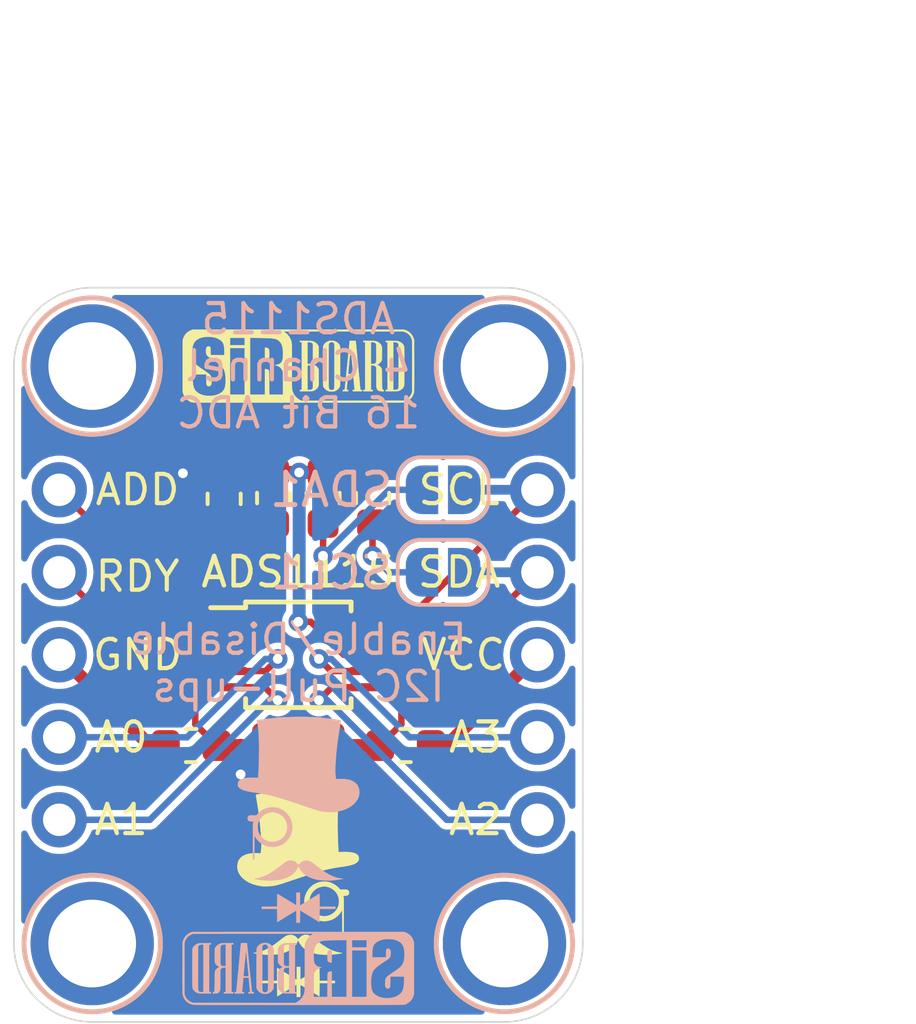
<source format=kicad_pcb>
(kicad_pcb (version 20171130) (host pcbnew "(5.1.2)-2")

  (general
    (thickness 1.6)
    (drawings 26)
    (tracks 76)
    (zones 0)
    (modules 20)
    (nets 15)
  )

  (page User 132.004 102.006)
  (title_block
    (title "ADS1115 Based 16 Bit 4-Channel I2C ADC")
    (date 2019-12-10)
    (rev 1)
    (company www.SirBoard.com)
    (comment 1 SirBoard)
    (comment 2 AnalogSensors)
    (comment 3 "ADS1115 ")
  )

  (layers
    (0 F.Cu signal)
    (31 B.Cu signal)
    (32 B.Adhes user hide)
    (33 F.Adhes user hide)
    (34 B.Paste user hide)
    (35 F.Paste user hide)
    (36 B.SilkS user)
    (37 F.SilkS user)
    (38 B.Mask user hide)
    (39 F.Mask user hide)
    (40 Dwgs.User user)
    (41 Cmts.User user hide)
    (42 Eco1.User user hide)
    (43 Eco2.User user hide)
    (44 Edge.Cuts user)
    (45 Margin user hide)
    (46 B.CrtYd user hide)
    (47 F.CrtYd user hide)
    (48 B.Fab user hide)
    (49 F.Fab user hide)
  )

  (setup
    (last_trace_width 0.127)
    (user_trace_width 0.127)
    (user_trace_width 0.15)
    (user_trace_width 0.2)
    (user_trace_width 0.25)
    (user_trace_width 0.3)
    (user_trace_width 0.4)
    (user_trace_width 0.5)
    (user_trace_width 0.6)
    (user_trace_width 0.7)
    (user_trace_width 0.8)
    (user_trace_width 0.9)
    (user_trace_width 1)
    (user_trace_width 1.5)
    (user_trace_width 2)
    (trace_clearance 0.127)
    (zone_clearance 0.2)
    (zone_45_only no)
    (trace_min 0.127)
    (via_size 0.6)
    (via_drill 0.3)
    (via_min_size 0.6)
    (via_min_drill 0.3)
    (user_via 0.6 0.3)
    (user_via 0.8 0.4)
    (user_via 1 0.5)
    (user_via 1.6 0.8)
    (user_via 3.5 2.5)
    (uvia_size 0.45)
    (uvia_drill 0.2)
    (uvias_allowed no)
    (uvia_min_size 0.45)
    (uvia_min_drill 0.1)
    (edge_width 0.05)
    (segment_width 0.2)
    (pcb_text_width 0.3)
    (pcb_text_size 1.5 1.5)
    (mod_edge_width 0.12)
    (mod_text_size 0.9 0.9)
    (mod_text_width 0.13)
    (pad_size 1.7 1.7)
    (pad_drill 1)
    (pad_to_mask_clearance 0)
    (solder_mask_min_width 0.1)
    (aux_axis_origin 0 0)
    (visible_elements 7FFFFFFF)
    (pcbplotparams
      (layerselection 0x010f0_ffffffff)
      (usegerberextensions false)
      (usegerberattributes false)
      (usegerberadvancedattributes false)
      (creategerberjobfile false)
      (excludeedgelayer true)
      (linewidth 0.100000)
      (plotframeref false)
      (viasonmask false)
      (mode 1)
      (useauxorigin true)
      (hpglpennumber 1)
      (hpglpenspeed 20)
      (hpglpendiameter 15.000000)
      (psnegative false)
      (psa4output false)
      (plotreference true)
      (plotvalue false)
      (plotinvisibletext false)
      (padsonsilk false)
      (subtractmaskfromsilk false)
      (outputformat 1)
      (mirror false)
      (drillshape 0)
      (scaleselection 1)
      (outputdirectory "C:/Users/elisha3/Desktop/GitHub/Gerbers/SirMicro/"))
  )

  (net 0 "")
  (net 1 GND)
  (net 2 SCL)
  (net 3 SDA)
  (net 4 VCC)
  (net 5 "Net-(R1-Pad1)")
  (net 6 "Net-(R2-Pad1)")
  (net 7 GND_B)
  (net 8 VCC_B)
  (net 9 AIN1)
  (net 10 AIN0)
  (net 11 ALERT)
  (net 12 ADD)
  (net 13 AIN2)
  (net 14 AIN3)

  (net_class Default "This is the default net class."
    (clearance 0.127)
    (trace_width 0.127)
    (via_dia 0.6)
    (via_drill 0.3)
    (uvia_dia 0.45)
    (uvia_drill 0.2)
    (add_net ADD)
    (add_net AIN0)
    (add_net AIN1)
    (add_net AIN2)
    (add_net AIN3)
    (add_net ALERT)
    (add_net GND)
    (add_net GND_B)
    (add_net "Net-(R1-Pad1)")
    (add_net "Net-(R2-Pad1)")
    (add_net SCL)
    (add_net SDA)
    (add_net VCC)
    (add_net VCC_B)
  )

  (module Package_SO:TSSOP-10_3x3mm_P0.5mm (layer F.Cu) (tedit 5A02F25C) (tstamp 5DF012CA)
    (at 65.532 38.481)
    (descr "TSSOP10: plastic thin shrink small outline package; 10 leads; body width 3 mm; (see NXP SSOP-TSSOP-VSO-REFLOW.pdf and sot552-1_po.pdf)")
    (tags "SSOP 0.5")
    (path /5DF01CDA)
    (attr smd)
    (fp_text reference ADS1115 (at 0 -2.55) (layer F.SilkS)
      (effects (font (size 0.9 0.9) (thickness 0.14)))
    )
    (fp_text value ADS1115IDGS (at 0 2.55) (layer F.Fab)
      (effects (font (size 1 1) (thickness 0.15)))
    )
    (fp_text user %R (at 0 0) (layer F.Fab)
      (effects (font (size 0.6 0.6) (thickness 0.15)))
    )
    (fp_line (start -1.625 -1.45) (end -2.7 -1.45) (layer F.SilkS) (width 0.15))
    (fp_line (start -1.625 1.625) (end 1.625 1.625) (layer F.SilkS) (width 0.15))
    (fp_line (start -1.625 -1.625) (end 1.625 -1.625) (layer F.SilkS) (width 0.15))
    (fp_line (start -1.625 1.625) (end -1.625 1.35) (layer F.SilkS) (width 0.15))
    (fp_line (start 1.625 1.625) (end 1.625 1.35) (layer F.SilkS) (width 0.15))
    (fp_line (start 1.625 -1.625) (end 1.625 -1.35) (layer F.SilkS) (width 0.15))
    (fp_line (start -1.625 -1.625) (end -1.625 -1.45) (layer F.SilkS) (width 0.15))
    (fp_line (start -2.95 1.8) (end 2.95 1.8) (layer F.CrtYd) (width 0.05))
    (fp_line (start -2.95 -1.8) (end 2.95 -1.8) (layer F.CrtYd) (width 0.05))
    (fp_line (start 2.95 -1.8) (end 2.95 1.8) (layer F.CrtYd) (width 0.05))
    (fp_line (start -2.95 -1.8) (end -2.95 1.8) (layer F.CrtYd) (width 0.05))
    (fp_line (start -1.5 -0.5) (end -0.5 -1.5) (layer F.Fab) (width 0.15))
    (fp_line (start -1.5 1.5) (end -1.5 -0.5) (layer F.Fab) (width 0.15))
    (fp_line (start 1.5 1.5) (end -1.5 1.5) (layer F.Fab) (width 0.15))
    (fp_line (start 1.5 -1.5) (end 1.5 1.5) (layer F.Fab) (width 0.15))
    (fp_line (start -0.5 -1.5) (end 1.5 -1.5) (layer F.Fab) (width 0.15))
    (pad 10 smd rect (at 2.15 -1) (size 1.1 0.25) (layers F.Cu F.Paste F.Mask)
      (net 2 SCL))
    (pad 9 smd rect (at 2.15 -0.5) (size 1.1 0.25) (layers F.Cu F.Paste F.Mask)
      (net 3 SDA))
    (pad 8 smd rect (at 2.15 0) (size 1.1 0.25) (layers F.Cu F.Paste F.Mask)
      (net 8 VCC_B))
    (pad 7 smd rect (at 2.15 0.5) (size 1.1 0.25) (layers F.Cu F.Paste F.Mask)
      (net 14 AIN3))
    (pad 6 smd rect (at 2.15 1) (size 1.1 0.25) (layers F.Cu F.Paste F.Mask)
      (net 13 AIN2))
    (pad 5 smd rect (at -2.15 1) (size 1.1 0.25) (layers F.Cu F.Paste F.Mask)
      (net 9 AIN1))
    (pad 4 smd rect (at -2.15 0.5) (size 1.1 0.25) (layers F.Cu F.Paste F.Mask)
      (net 10 AIN0))
    (pad 3 smd rect (at -2.15 0) (size 1.1 0.25) (layers F.Cu F.Paste F.Mask)
      (net 7 GND_B))
    (pad 2 smd rect (at -2.15 -0.5) (size 1.1 0.25) (layers F.Cu F.Paste F.Mask)
      (net 11 ALERT))
    (pad 1 smd rect (at -2.15 -1) (size 1.1 0.25) (layers F.Cu F.Paste F.Mask)
      (net 12 ADD))
    (model ${KISYS3DMOD}/Package_SO.3dshapes/TSSOP-10_3x3mm_P0.5mm.wrl
      (at (xyz 0 0 0))
      (scale (xyz 1 1 1))
      (rotate (xyz 0 0 0))
    )
  )

  (module logo:SirBoard71X22 (layer B.Cu) (tedit 0) (tstamp 5DF070A4)
    (at 65.532 48.133 180)
    (fp_text reference G*** (at 0 0) (layer B.SilkS) hide
      (effects (font (size 1.524 1.524) (thickness 0.3)) (justify mirror))
    )
    (fp_text value LOGO (at 0.75 0) (layer B.SilkS) hide
      (effects (font (size 1.524 1.524) (thickness 0.3)) (justify mirror))
    )
    (fp_poly (pts (xy 3.295073 1.107298) (xy 3.35189 1.083205) (xy 3.403373 1.051746) (xy 3.449074 1.013394)
      (xy 3.488546 0.968622) (xy 3.52134 0.917903) (xy 3.54701 0.861708) (xy 3.557429 0.830358)
      (xy 3.567297 0.796637) (xy 3.568703 0.018473) (xy 3.568883 -0.095273) (xy 3.568996 -0.199915)
      (xy 3.56904 -0.295584) (xy 3.569015 -0.382412) (xy 3.568921 -0.46053) (xy 3.568757 -0.530071)
      (xy 3.568523 -0.591165) (xy 3.568217 -0.643945) (xy 3.56784 -0.688542) (xy 3.567391 -0.725088)
      (xy 3.566868 -0.753714) (xy 3.566272 -0.774553) (xy 3.565603 -0.787735) (xy 3.565166 -0.792018)
      (xy 3.55178 -0.849374) (xy 3.529752 -0.903907) (xy 3.49943 -0.954922) (xy 3.46116 -1.001724)
      (xy 3.459952 -1.002994) (xy 3.415833 -1.043517) (xy 3.368702 -1.07557) (xy 3.317599 -1.099687)
      (xy 3.261568 -1.116404) (xy 3.253808 -1.118075) (xy 3.250943 -1.11863) (xy 3.247716 -1.119162)
      (xy 3.243922 -1.119669) (xy 3.239356 -1.120153) (xy 3.233813 -1.120614) (xy 3.227089 -1.121053)
      (xy 3.218979 -1.12147) (xy 3.209278 -1.121866) (xy 3.197781 -1.122242) (xy 3.184284 -1.122597)
      (xy 3.168582 -1.122932) (xy 3.15047 -1.123248) (xy 3.129743 -1.123545) (xy 3.106197 -1.123825)
      (xy 3.079627 -1.124087) (xy 3.049827 -1.124331) (xy 3.016594 -1.12456) (xy 2.979722 -1.124772)
      (xy 2.939008 -1.124968) (xy 2.894245 -1.12515) (xy 2.845229 -1.125317) (xy 2.791756 -1.12547)
      (xy 2.73362 -1.12561) (xy 2.670618 -1.125737) (xy 2.602543 -1.125851) (xy 2.529192 -1.125954)
      (xy 2.45036 -1.126045) (xy 2.365841 -1.126126) (xy 2.275432 -1.126196) (xy 2.178927 -1.126256)
      (xy 2.076121 -1.126308) (xy 1.96681 -1.12635) (xy 1.85079 -1.126384) (xy 1.727854 -1.126411)
      (xy 1.597799 -1.12643) (xy 1.46042 -1.126443) (xy 1.315512 -1.12645) (xy 1.16287 -1.126451)
      (xy 1.00229 -1.126447) (xy 0.833566 -1.126438) (xy 0.656494 -1.126426) (xy 0.47087 -1.126409)
      (xy 0.276488 -1.12639) (xy 0.073143 -1.126369) (xy 0.002309 -1.126361) (xy -0.207457 -1.126336)
      (xy -0.40818 -1.126307) (xy -0.600054 -1.126275) (xy -0.783271 -1.126239) (xy -0.958026 -1.126198)
      (xy -1.124512 -1.126152) (xy -1.282922 -1.126101) (xy -1.43345 -1.126045) (xy -1.576289 -1.125982)
      (xy -1.711632 -1.125912) (xy -1.839673 -1.125835) (xy -1.960606 -1.125752) (xy -2.074624 -1.12566)
      (xy -2.18192 -1.12556) (xy -2.282687 -1.125451) (xy -2.37712 -1.125334) (xy -2.465412 -1.125207)
      (xy -2.547755 -1.12507) (xy -2.624344 -1.124923) (xy -2.695372 -1.124765) (xy -2.761032 -1.124597)
      (xy -2.821518 -1.124417) (xy -2.877023 -1.124224) (xy -2.927741 -1.12402) (xy -2.973864 -1.123803)
      (xy -3.015588 -1.123573) (xy -3.053104 -1.123329) (xy -3.086607 -1.123072) (xy -3.116289 -1.1228)
      (xy -3.142345 -1.122513) (xy -3.164967 -1.122211) (xy -3.18435 -1.121894) (xy -3.200686 -1.121561)
      (xy -3.214169 -1.121211) (xy -3.224992 -1.120845) (xy -3.23335 -1.120461) (xy -3.239434 -1.12006)
      (xy -3.24344 -1.119641) (xy -3.244273 -1.11951) (xy -3.263134 -1.115858) (xy -3.279579 -1.112078)
      (xy -3.290558 -1.108884) (xy -3.291826 -1.108379) (xy -3.301733 -1.104676) (xy -3.306366 -1.104129)
      (xy -3.304228 -1.106803) (xy -3.302553 -1.107924) (xy -3.300886 -1.110654) (xy -3.307984 -1.111341)
      (xy -3.310316 -1.11125) (xy -3.321498 -1.109647) (xy -3.328096 -1.106898) (xy -3.327877 -1.105144)
      (xy -3.324263 -1.106125) (xy -3.316569 -1.106498) (xy -3.314138 -1.104705) (xy -3.316342 -1.100544)
      (xy -3.324941 -1.094853) (xy -3.330989 -1.091943) (xy -3.380691 -1.06541) (xy -3.426106 -1.03125)
      (xy -3.466476 -0.99037) (xy -3.501043 -0.94368) (xy -3.529047 -0.892087) (xy -3.549732 -0.836499)
      (xy -3.552483 -0.826654) (xy -3.562927 -0.7874) (xy -3.562927 -0.002309) (xy -3.562923 0.097852)
      (xy -3.562907 0.189202) (xy -3.562876 0.272167) (xy -3.562825 0.347174) (xy -3.56276 0.406539)
      (xy -3.26868 0.406539) (xy -3.268249 0.387215) (xy -3.266175 0.336766) (xy -3.262667 0.293719)
      (xy -3.257363 0.256301) (xy -3.2499 0.222741) (xy -3.239916 0.191265) (xy -3.227049 0.160103)
      (xy -3.217889 0.141007) (xy -3.206923 0.120115) (xy -3.195596 0.101011) (xy -3.18319 0.083046)
      (xy -3.168989 0.065571) (xy -3.152274 0.047937) (xy -3.132331 0.029497) (xy -3.10844 0.009601)
      (xy -3.079886 -0.012399) (xy -3.045951 -0.037152) (xy -3.005919 -0.065306) (xy -2.959072 -0.097509)
      (xy -2.939473 -0.110849) (xy -2.888569 -0.14551) (xy -2.844784 -0.175723) (xy -2.80757 -0.20219)
      (xy -2.77638 -0.225615) (xy -2.750666 -0.246702) (xy -2.729881 -0.266154) (xy -2.713477 -0.284674)
      (xy -2.700906 -0.302966) (xy -2.691622 -0.321732) (xy -2.685077 -0.341676) (xy -2.680723 -0.363501)
      (xy -2.678013 -0.387912) (xy -2.676399 -0.41561) (xy -2.675334 -0.447299) (xy -2.675249 -0.450272)
      (xy -2.674475 -0.480555) (xy -2.674195 -0.503343) (xy -2.674526 -0.520371) (xy -2.675585 -0.533371)
      (xy -2.677488 -0.544077) (xy -2.680352 -0.554225) (xy -2.682689 -0.561077) (xy -2.691277 -0.580213)
      (xy -2.702073 -0.597339) (xy -2.707905 -0.604169) (xy -2.718591 -0.613457) (xy -2.729474 -0.618618)
      (xy -2.744461 -0.621269) (xy -2.750578 -0.621837) (xy -2.777336 -0.620892) (xy -2.79824 -0.612981)
      (xy -2.813738 -0.597891) (xy -2.81873 -0.589388) (xy -2.823586 -0.574227) (xy -2.827609 -0.549893)
      (xy -2.830797 -0.516412) (xy -2.833149 -0.47381) (xy -2.834663 -0.422112) (xy -2.835336 -0.361345)
      (xy -2.835364 -0.352136) (xy -2.835564 -0.254) (xy -3.260436 -0.254) (xy -3.260334 -0.294409)
      (xy -3.259898 -0.326221) (xy -3.258813 -0.36227) (xy -3.257187 -0.400689) (xy -3.255132 -0.439611)
      (xy -3.252757 -0.477168) (xy -3.250174 -0.511495) (xy -3.247491 -0.540723) (xy -3.24482 -0.562987)
      (xy -3.244255 -0.5667) (xy -3.234441 -0.617469) (xy -3.222183 -0.660754) (xy -3.206768 -0.698145)
      (xy -3.187482 -0.731231) (xy -3.16361 -0.761602) (xy -3.150483 -0.775511) (xy -3.107347 -0.813726)
      (xy -3.059774 -0.84568) (xy -3.006879 -0.871805) (xy -2.947774 -0.892532) (xy -2.881571 -0.908293)
      (xy -2.874818 -0.909559) (xy -2.845442 -0.913607) (xy -2.809513 -0.916478) (xy -2.769643 -0.91814)
      (xy -2.728444 -0.918563) (xy -2.688527 -0.917716) (xy -2.652505 -0.915569) (xy -2.625436 -0.912479)
      (xy -2.556969 -0.898884) (xy -2.49497 -0.879871) (xy -2.438065 -0.8549) (xy -2.384879 -0.823432)
      (xy -2.367714 -0.811388) (xy -2.338104 -0.787055) (xy -2.31297 -0.760141) (xy -2.292047 -0.729854)
      (xy -2.275067 -0.6954) (xy -2.261763 -0.655987) (xy -2.25187 -0.610821) (xy -2.24512 -0.559111)
      (xy -2.241246 -0.500063) (xy -2.239981 -0.432884) (xy -2.239981 -0.4318) (xy -2.241732 -0.355489)
      (xy -2.247139 -0.287075) (xy -2.256386 -0.225897) (xy -2.269658 -0.171293) (xy -2.287139 -0.1226)
      (xy -2.309015 -0.079157) (xy -2.335469 -0.040301) (xy -2.355827 -0.016526) (xy -2.385308 0.012881)
      (xy -2.420492 0.043971) (xy -2.461875 0.077115) (xy -2.509948 0.112683) (xy -2.565206 0.151048)
      (xy -2.628141 0.192579) (xy -2.666444 0.217055) (xy -2.707424 0.243417) (xy -2.74108 0.266216)
      (xy -2.768226 0.286256) (xy -2.789675 0.304344) (xy -2.80624 0.321283) (xy -2.818737 0.337878)
      (xy -2.827979 0.354935) (xy -2.834779 0.373259) (xy -2.838517 0.387247) (xy -2.842443 0.411138)
      (xy -2.844557 0.43979) (xy -2.844911 0.470469) (xy -2.843555 0.500441) (xy -2.84054 0.526972)
      (xy -2.835916 0.547327) (xy -2.835525 0.548475) (xy -2.824714 0.57286) (xy -2.811546 0.58934)
      (xy -2.794589 0.5992) (xy -2.774099 0.603562) (xy -2.757661 0.604592) (xy -2.746264 0.602969)
      (xy -2.735902 0.59791) (xy -2.731973 0.595315) (xy -2.723816 0.589381) (xy -2.717427 0.583293)
      (xy -2.712571 0.575879) (xy -2.709011 0.565965) (xy -2.706512 0.552376) (xy -2.704836 0.53394)
      (xy -2.703749 0.509483) (xy -2.703013 0.477831) (xy -2.702556 0.449119) (xy -2.700915 0.337128)
      (xy -2.275549 0.337128) (xy -2.278052 0.449118) (xy -2.279943 0.506296) (xy -2.282958 0.554182)
      (xy -2.105891 0.554182) (xy -2.105891 -0.882072) (xy -1.653309 -0.882072) (xy -1.487054 -0.882072)
      (xy -1.029854 -0.882072) (xy -1.029854 -0.095662) (xy -0.993097 -0.098181) (xy -0.963133 -0.101888)
      (xy -0.940674 -0.108865) (xy -0.92432 -0.119921) (xy -0.912672 -0.135869) (xy -0.907473 -0.147814)
      (xy -0.905759 -0.152806) (xy -0.904268 -0.158167) (xy -0.90298 -0.164549) (xy -0.901878 -0.172606)
      (xy -0.900942 -0.182991) (xy -0.900156 -0.196359) (xy -0.8995 -0.213362) (xy -0.898957 -0.234654)
      (xy -0.898508 -0.260889) (xy -0.898135 -0.29272) (xy -0.89782 -0.3308) (xy -0.897545 -0.375784)
      (xy -0.897292 -0.428325) (xy -0.897042 -0.489075) (xy -0.896893 -0.527627) (xy -0.89555 -0.882072)
      (xy -0.470574 -0.882072) (xy -0.471969 -0.532245) (xy -0.472232 -0.467131) (xy -0.472479 -0.410593)
      (xy -0.47273 -0.36197) (xy -0.473007 -0.3206) (xy -0.473329 -0.285824) (xy -0.473718 -0.25698)
      (xy -0.474193 -0.233408) (xy -0.474776 -0.214446) (xy -0.475487 -0.199435) (xy -0.476347 -0.187712)
      (xy -0.477375 -0.178619) (xy -0.478593 -0.171493) (xy -0.480022 -0.165674) (xy -0.481681 -0.160501)
      (xy -0.483591 -0.155313) (xy -0.483701 -0.155022) (xy -0.505604 -0.108784) (xy -0.534161 -0.067759)
      (xy -0.547406 -0.052992) (xy -0.570717 -0.033391) (xy -0.601514 -0.01449) (xy -0.638051 0.002785)
      (xy -0.678582 0.017512) (xy -0.683491 0.019022) (xy -0.718127 0.029473) (xy -0.682697 0.035028)
      (xy -0.636668 0.044515) (xy -0.598157 0.057572) (xy -0.565969 0.074692) (xy -0.542314 0.093155)
      (xy -0.523675 0.113494) (xy -0.508193 0.137645) (xy -0.49568 0.166383) (xy -0.485951 0.200483)
      (xy -0.478816 0.240722) (xy -0.474091 0.287874) (xy -0.471587 0.342716) (xy -0.471054 0.388738)
      (xy -0.472959 0.461299) (xy -0.478806 0.526016) (xy -0.488801 0.583493) (xy -0.503145 0.634331)
      (xy -0.522041 0.679132) (xy -0.545694 0.718499) (xy -0.574305 0.753034) (xy -0.602673 0.779037)
      (xy -0.619157 0.791834) (xy -0.635752 0.803253) (xy -0.653065 0.81338) (xy -0.671701 0.822302)
      (xy -0.692269 0.830102) (xy -0.715375 0.836868) (xy -0.741626 0.842684) (xy -0.771628 0.847637)
      (xy -0.805989 0.851811) (xy -0.845316 0.855292) (xy -0.890216 0.858166) (xy -0.941295 0.860519)
      (xy -0.999161 0.862436) (xy -1.06442 0.864002) (xy -1.137679 0.865304) (xy -1.219545 0.866426)
      (xy -1.222664 0.866464) (xy -1.487054 0.86969) (xy -1.487054 -0.882072) (xy -1.653309 -0.882072)
      (xy -1.653309 0.554182) (xy -2.105891 0.554182) (xy -2.282958 0.554182) (xy -2.283034 0.555379)
      (xy -2.287584 0.597463) (xy -2.293849 0.63364) (xy -2.302087 0.665005) (xy -2.312556 0.692652)
      (xy -2.325514 0.717675) (xy -2.341217 0.741168) (xy -2.34924 0.751523) (xy -2.374215 0.777177)
      (xy -2.406783 0.802319) (xy -2.44531 0.826042) (xy -2.488163 0.847438) (xy -2.533706 0.865598)
      (xy -2.542383 0.868218) (xy -2.105891 0.868218) (xy -2.105891 0.641928) (xy -1.653309 0.641928)
      (xy -1.653309 0.868218) (xy -2.105891 0.868218) (xy -2.542383 0.868218) (xy -2.579254 0.87935)
      (xy -2.632371 0.890048) (xy -2.690814 0.897084) (xy -2.752185 0.900453) (xy -2.814088 0.900149)
      (xy -2.874125 0.896167) (xy -2.929901 0.888499) (xy -2.96765 0.880286) (xy -3.02701 0.861249)
      (xy -3.080563 0.836767) (xy -3.127662 0.807247) (xy -3.167663 0.773096) (xy -3.19992 0.734723)
      (xy -3.201257 0.73279) (xy -3.22128 0.699597) (xy -3.237532 0.663519) (xy -3.250197 0.623605)
      (xy -3.25946 0.578901) (xy -3.265505 0.528457) (xy -3.268517 0.471321) (xy -3.26868 0.406539)
      (xy -3.56276 0.406539) (xy -3.56275 0.414647) (xy -3.562647 0.475013) (xy -3.562511 0.528697)
      (xy -3.562338 0.576126) (xy -3.562125 0.617725) (xy -3.561866 0.653919) (xy -3.561557 0.685136)
      (xy -3.561195 0.7118) (xy -3.560775 0.734337) (xy -3.560292 0.753173) (xy -3.559743 0.768734)
      (xy -3.559123 0.781446) (xy -3.558429 0.791735) (xy -3.557655 0.800026) (xy -3.556797 0.806745)
      (xy -3.555852 0.812318) (xy -3.554815 0.817171) (xy -3.554757 0.817418) (xy -3.53651 0.875307)
      (xy -3.510394 0.928832) (xy -3.476983 0.977378) (xy -3.43685 1.020332) (xy -3.390567 1.057079)
      (xy -3.373827 1.066739) (xy -0.468745 1.066739) (xy -0.438832 1.050069) (xy -0.385971 1.015392)
      (xy -0.338413 0.973511) (xy -0.296791 0.925192) (xy -0.261739 0.871199) (xy -0.233888 0.812298)
      (xy -0.227221 0.794328) (xy -0.223425 0.783523) (xy -0.21998 0.773589) (xy -0.216869 0.764052)
      (xy -0.214074 0.754439) (xy -0.211579 0.744275) (xy -0.209367 0.733087) (xy -0.207421 0.720401)
      (xy -0.205724 0.705743) (xy -0.204258 0.688639) (xy -0.203008 0.668615) (xy -0.201955 0.645198)
      (xy -0.201082 0.617914) (xy -0.200374 0.586288) (xy -0.199813 0.549847) (xy -0.199381 0.508118)
      (xy -0.199062 0.460625) (xy -0.198839 0.406896) (xy -0.198694 0.346457) (xy -0.198612 0.278833)
      (xy -0.198574 0.203551) (xy -0.198564 0.120137) (xy -0.198565 0.028117) (xy -0.198564 -0.004277)
      (xy -0.198561 -0.099082) (xy -0.198546 -0.18512) (xy -0.198507 -0.26286) (xy -0.198429 -0.332771)
      (xy -0.198299 -0.395323) (xy -0.198103 -0.450985) (xy -0.197827 -0.500225) (xy -0.197458 -0.543514)
      (xy -0.196981 -0.581319) (xy -0.196384 -0.614112) (xy -0.195652 -0.64236) (xy -0.194771 -0.666533)
      (xy -0.193728 -0.687101) (xy -0.192509 -0.704532) (xy -0.1911 -0.719295) (xy -0.189488 -0.731861)
      (xy -0.187659 -0.742697) (xy -0.185598 -0.752274) (xy -0.183293 -0.76106) (xy -0.18073 -0.769525)
      (xy -0.177894 -0.778138) (xy -0.1757 -0.784624) (xy -0.150954 -0.84352) (xy -0.11829 -0.898227)
      (xy -0.078361 -0.947994) (xy -0.031821 -0.99207) (xy 0.020677 -1.029705) (xy 0.054111 -1.048548)
      (xy 0.089954 -1.066879) (xy 1.664804 -1.065685) (xy 3.239655 -1.064491) (xy 3.2766 -1.051909)
      (xy 3.32012 -1.034103) (xy 3.358665 -1.011482) (xy 3.395013 -0.982296) (xy 3.410527 -0.967423)
      (xy 3.437922 -0.93776) (xy 3.459162 -0.909062) (xy 3.47631 -0.878073) (xy 3.491425 -0.841539)
      (xy 3.493032 -0.837097) (xy 3.507509 -0.796636) (xy 3.508801 -0.018472) (xy 3.508961 0.082083)
      (xy 3.509089 0.173822) (xy 3.509183 0.257166) (xy 3.509239 0.332535) (xy 3.509255 0.40035)
      (xy 3.509228 0.46103) (xy 3.509154 0.514997) (xy 3.50903 0.562671) (xy 3.508854 0.604472)
      (xy 3.508622 0.640821) (xy 3.508331 0.672138) (xy 3.507979 0.698844) (xy 3.507562 0.721359)
      (xy 3.507077 0.740104) (xy 3.506521 0.755499) (xy 3.505892 0.767965) (xy 3.505186 0.777921)
      (xy 3.504399 0.785789) (xy 3.50353 0.791989) (xy 3.502937 0.795239) (xy 3.487645 0.848757)
      (xy 3.46443 0.897872) (xy 3.433732 0.942102) (xy 3.395993 0.980963) (xy 3.351652 1.013971)
      (xy 3.30115 1.040644) (xy 3.267364 1.053645) (xy 3.235036 1.064491) (xy 1.383146 1.065615)
      (xy -0.468745 1.066739) (xy -3.373827 1.066739) (xy -3.338707 1.087005) (xy -3.282678 1.109232)
      (xy -3.248891 1.119909) (xy 3.258127 1.119909) (xy 3.295073 1.107298)) (layer B.SilkS) (width 0.01))
    (fp_poly (pts (xy 1.053023 0.779784) (xy 1.087657 0.775572) (xy 1.104691 0.771626) (xy 1.148555 0.755198)
      (xy 1.188412 0.732585) (xy 1.223129 0.704767) (xy 1.251575 0.672722) (xy 1.272619 0.63743)
      (xy 1.279512 0.620345) (xy 1.280811 0.616341) (xy 1.281978 0.611953) (xy 1.28302 0.606688)
      (xy 1.283944 0.600058) (xy 1.284758 0.591572) (xy 1.285468 0.580742) (xy 1.286082 0.567075)
      (xy 1.286605 0.550084) (xy 1.287047 0.529277) (xy 1.287413 0.504165) (xy 1.28771 0.474258)
      (xy 1.287946 0.439065) (xy 1.288128 0.398098) (xy 1.288262 0.350866) (xy 1.288357 0.296879)
      (xy 1.288418 0.235648) (xy 1.288453 0.166681) (xy 1.288469 0.08949) (xy 1.288473 0.003584)
      (xy 1.288473 -0.002309) (xy 1.288469 -0.088797) (xy 1.288454 -0.16654) (xy 1.288421 -0.236026)
      (xy 1.288362 -0.297745) (xy 1.28827 -0.352187) (xy 1.288138 -0.399843) (xy 1.287959 -0.441203)
      (xy 1.287727 -0.476755) (xy 1.287434 -0.506991) (xy 1.287073 -0.532399) (xy 1.286637 -0.553471)
      (xy 1.286118 -0.570695) (xy 1.285511 -0.584563) (xy 1.284807 -0.595563) (xy 1.284001 -0.604186)
      (xy 1.283084 -0.610922) (xy 1.282049 -0.61626) (xy 1.280891 -0.620691) (xy 1.279601 -0.624704)
      (xy 1.279512 -0.624962) (xy 1.262246 -0.661507) (xy 1.237122 -0.695272) (xy 1.205349 -0.725225)
      (xy 1.16814 -0.750334) (xy 1.126705 -0.769566) (xy 1.100181 -0.77789) (xy 1.075239 -0.782292)
      (xy 1.044961 -0.784535) (xy 1.01257 -0.784654) (xy 0.981288 -0.782685) (xy 0.954339 -0.778663)
      (xy 0.944418 -0.776174) (xy 0.899524 -0.759407) (xy 0.860951 -0.737352) (xy 0.82675 -0.708825)
      (xy 0.817271 -0.699067) (xy 0.796886 -0.674976) (xy 0.782132 -0.651715) (xy 0.770671 -0.62545)
      (xy 0.768341 -0.618836) (xy 0.767081 -0.614838) (xy 0.765949 -0.61031) (xy 0.764939 -0.604761)
      (xy 0.764043 -0.597698) (xy 0.763256 -0.588631) (xy 0.762569 -0.577068) (xy 0.761976 -0.562516)
      (xy 0.761471 -0.544486) (xy 0.761046 -0.522485) (xy 0.760694 -0.496022) (xy 0.760408 -0.464606)
      (xy 0.760183 -0.427744) (xy 0.76001 -0.384946) (xy 0.759882 -0.335719) (xy 0.759794 -0.279573)
      (xy 0.759737 -0.216016) (xy 0.759724 -0.185978) (xy 0.933714 -0.185978) (xy 0.93372 -0.272731)
      (xy 0.933808 -0.351229) (xy 0.933978 -0.421364) (xy 0.934228 -0.483025) (xy 0.934559 -0.536103)
      (xy 0.934969 -0.58049) (xy 0.935459 -0.616076) (xy 0.936027 -0.642751) (xy 0.936673 -0.660406)
      (xy 0.937382 -0.66885) (xy 0.942237 -0.686345) (xy 0.949362 -0.702579) (xy 0.953409 -0.708979)
      (xy 0.972711 -0.727138) (xy 0.99651 -0.738553) (xy 1.022674 -0.742912) (xy 1.049068 -0.739901)
      (xy 1.073562 -0.729209) (xy 1.076737 -0.727067) (xy 1.090128 -0.715498) (xy 1.101377 -0.702297)
      (xy 1.104422 -0.697417) (xy 1.105591 -0.694948) (xy 1.106649 -0.691852) (xy 1.107601 -0.687678)
      (xy 1.108453 -0.681976) (xy 1.109209 -0.674296) (xy 1.109877 -0.664187) (xy 1.110461 -0.651197)
      (xy 1.110967 -0.634878) (xy 1.111401 -0.614777) (xy 1.111768 -0.590444) (xy 1.112073 -0.561429)
      (xy 1.112323 -0.527281) (xy 1.112522 -0.48755) (xy 1.112677 -0.441784) (xy 1.112793 -0.389534)
      (xy 1.112875 -0.330348) (xy 1.11293 -0.263776) (xy 1.112962 -0.189367) (xy 1.112978 -0.106671)
      (xy 1.112982 -0.015238) (xy 1.112982 0.671339) (xy 1.103186 0.691574) (xy 1.088335 0.713528)
      (xy 1.06839 0.728062) (xy 1.042852 0.735462) (xy 1.025236 0.7366) (xy 0.996608 0.73339)
      (xy 0.973849 0.723385) (xy 0.95601 0.706019) (xy 0.946132 0.689569) (xy 0.935182 0.667328)
      (xy 0.93395 0.011855) (xy 0.93379 -0.09108) (xy 0.933714 -0.185978) (xy 0.759724 -0.185978)
      (xy 0.759706 -0.144556) (xy 0.759693 -0.064702) (xy 0.759691 -0.002309) (xy 0.759695 0.083804)
      (xy 0.759712 0.161173) (xy 0.759748 0.230288) (xy 0.759811 0.291642) (xy 0.759907 0.345726)
      (xy 0.760045 0.393033) (xy 0.760229 0.434053) (xy 0.760469 0.469278) (xy 0.76077 0.499201)
      (xy 0.76114 0.524312) (xy 0.761585 0.545104) (xy 0.762113 0.562067) (xy 0.76273 0.575695)
      (xy 0.763444 0.586478) (xy 0.764261 0.594908) (xy 0.765189 0.601477) (xy 0.766235 0.606676)
      (xy 0.767405 0.610998) (xy 0.768458 0.614218) (xy 0.786948 0.653953) (xy 0.813225 0.689848)
      (xy 0.846342 0.721067) (xy 0.885352 0.746774) (xy 0.929307 0.766134) (xy 0.94676 0.771556)
      (xy 0.978923 0.777774) (xy 1.015561 0.780518) (xy 1.053023 0.779784)) (layer B.SilkS) (width 0.01))
    (fp_poly (pts (xy 0.229755 0.774578) (xy 0.276086 0.773958) (xy 0.314208 0.773337) (xy 0.345145 0.772658)
      (xy 0.369924 0.771868) (xy 0.38957 0.770911) (xy 0.405109 0.769731) (xy 0.417568 0.768274)
      (xy 0.427972 0.766484) (xy 0.437348 0.764306) (xy 0.441503 0.763185) (xy 0.487424 0.746251)
      (xy 0.5287 0.722707) (xy 0.564276 0.693369) (xy 0.593098 0.659054) (xy 0.607651 0.634583)
      (xy 0.625764 0.598891) (xy 0.625764 0.187037) (xy 0.610785 0.156422) (xy 0.5926 0.127516)
      (xy 0.567779 0.099769) (xy 0.538833 0.075613) (xy 0.508998 0.057823) (xy 0.4947 0.0507)
      (xy 0.48443 0.044948) (xy 0.480335 0.041775) (xy 0.48033 0.041722) (xy 0.484126 0.038542)
      (xy 0.494125 0.03239) (xy 0.508304 0.024499) (xy 0.51095 0.023091) (xy 0.545737 0.000626)
      (xy 0.576188 -0.027103) (xy 0.600403 -0.058194) (xy 0.610765 -0.076857) (xy 0.625764 -0.108527)
      (xy 0.627078 -0.348155) (xy 0.627348 -0.402164) (xy 0.627505 -0.447745) (xy 0.627528 -0.485704)
      (xy 0.627398 -0.516849) (xy 0.627097 -0.541986) (xy 0.626604 -0.561923) (xy 0.625899 -0.577468)
      (xy 0.624965 -0.589426) (xy 0.62378 -0.598606) (xy 0.622326 -0.605814) (xy 0.620736 -0.611392)
      (xy 0.603838 -0.64899) (xy 0.579034 -0.683557) (xy 0.547414 -0.714147) (xy 0.51007 -0.739816)
      (xy 0.468093 -0.759619) (xy 0.438794 -0.76891) (xy 0.43001 -0.770757) (xy 0.418703 -0.772263)
      (xy 0.40395 -0.773458) (xy 0.384832 -0.774373) (xy 0.360428 -0.775039) (xy 0.329817 -0.775486)
      (xy 0.292078 -0.775746) (xy 0.246291 -0.775849) (xy 0.231397 -0.775854) (xy 0.0508 -0.775854)
      (xy 0.0508 -0.734291) (xy 0.106218 -0.734291) (xy 0.281709 -0.734291) (xy 0.33336 -0.734291)
      (xy 0.357992 -0.733986) (xy 0.375738 -0.732867) (xy 0.388933 -0.730622) (xy 0.399916 -0.726939)
      (xy 0.404571 -0.724822) (xy 0.420113 -0.714797) (xy 0.43436 -0.701689) (xy 0.437202 -0.698267)
      (xy 0.450273 -0.681182) (xy 0.450273 -0.03858) (xy 0.437877 -0.019849) (xy 0.424586 -0.003913)
      (xy 0.407931 0.007702) (xy 0.38642 0.015585) (xy 0.358562 0.020328) (xy 0.331612 0.022222)
      (xy 0.281709 0.024278) (xy 0.281709 -0.734291) (xy 0.106218 -0.734291) (xy 0.106218 0.064655)
      (xy 0.281709 0.064655) (xy 0.33336 0.064655) (xy 0.357992 0.064959) (xy 0.375738 0.066078)
      (xy 0.388933 0.068324) (xy 0.399916 0.072006) (xy 0.404571 0.074124) (xy 0.420113 0.084148)
      (xy 0.43436 0.097257) (xy 0.437202 0.100678) (xy 0.450273 0.117764) (xy 0.450273 0.67262)
      (xy 0.437877 0.691351) (xy 0.424586 0.707287) (xy 0.407931 0.718902) (xy 0.38642 0.726785)
      (xy 0.358562 0.731528) (xy 0.331612 0.733422) (xy 0.281709 0.735478) (xy 0.281709 0.064655)
      (xy 0.106218 0.064655) (xy 0.106218 0.734291) (xy 0.0508 0.734291) (xy 0.0508 0.776825)
      (xy 0.229755 0.774578)) (layer B.SilkS) (width 0.01))
    (fp_poly (pts (xy 1.640508 0.776313) (xy 1.665016 0.776058) (xy 1.690268 0.775599) (xy 1.714579 0.774967)
      (xy 1.736267 0.774192) (xy 1.753645 0.773304) (xy 1.76503 0.772334) (xy 1.768764 0.771388)
      (xy 1.769193 0.76607) (xy 1.770444 0.752153) (xy 1.77246 0.730232) (xy 1.775184 0.700904)
      (xy 1.778559 0.664763) (xy 1.78253 0.622406) (xy 1.78704 0.574428) (xy 1.792032 0.521424)
      (xy 1.797449 0.463991) (xy 1.803235 0.402723) (xy 1.809334 0.338216) (xy 1.815689 0.271066)
      (xy 1.822243 0.201869) (xy 1.828941 0.13122) (xy 1.835724 0.059714) (xy 1.842538 -0.012053)
      (xy 1.849324 -0.083485) (xy 1.856028 -0.153986) (xy 1.862591 -0.222962) (xy 1.868958 -0.289816)
      (xy 1.875073 -0.353953) (xy 1.880878 -0.414778) (xy 1.886317 -0.471694) (xy 1.891334 -0.524106)
      (xy 1.895871 -0.57142) (xy 1.899873 -0.613038) (xy 1.903283 -0.648365) (xy 1.906044 -0.676807)
      (xy 1.908101 -0.697766) (xy 1.909395 -0.710649) (xy 1.909833 -0.714663) (xy 1.912493 -0.734291)
      (xy 1.962727 -0.734291) (xy 1.962727 -0.775854) (xy 1.6764 -0.775854) (xy 1.6764 -0.734291)
      (xy 1.704109 -0.734291) (xy 1.719448 -0.734099) (xy 1.727726 -0.73282) (xy 1.731123 -0.729399)
      (xy 1.731813 -0.722781) (xy 1.731818 -0.720858) (xy 1.731405 -0.713527) (xy 1.730225 -0.698013)
      (xy 1.728363 -0.67533) (xy 1.725908 -0.646491) (xy 1.722947 -0.612511) (xy 1.719565 -0.574403)
      (xy 1.715851 -0.533181) (xy 1.713346 -0.505691) (xy 1.709474 -0.463219) (xy 1.705879 -0.42339)
      (xy 1.702644 -0.387188) (xy 1.699858 -0.355597) (xy 1.697607 -0.329602) (xy 1.695976 -0.310187)
      (xy 1.695053 -0.298337) (xy 1.694873 -0.295142) (xy 1.694391 -0.292005) (xy 1.692111 -0.289715)
      (xy 1.686782 -0.28814) (xy 1.677155 -0.287146) (xy 1.661978 -0.286601) (xy 1.640002 -0.286372)
      (xy 1.611746 -0.286327) (xy 1.585191 -0.286477) (xy 1.562146 -0.286895) (xy 1.544068 -0.287531)
      (xy 1.532414 -0.288333) (xy 1.528618 -0.289186) (xy 1.528177 -0.294228) (xy 1.526913 -0.307535)
      (xy 1.524916 -0.328178) (xy 1.522279 -0.355231) (xy 1.519091 -0.387766) (xy 1.515442 -0.424856)
      (xy 1.511424 -0.465573) (xy 1.507836 -0.501833) (xy 1.50356 -0.545247) (xy 1.49958 -0.586119)
      (xy 1.495989 -0.623472) (xy 1.492877 -0.656329) (xy 1.490338 -0.683712) (xy 1.488463 -0.704645)
      (xy 1.487344 -0.718149) (xy 1.487055 -0.722957) (xy 1.487743 -0.72945) (xy 1.491312 -0.732832)
      (xy 1.50002 -0.734108) (xy 1.512455 -0.734291) (xy 1.537855 -0.734291) (xy 1.537855 -0.775854)
      (xy 1.3716 -0.775854) (xy 1.3716 -0.734731) (xy 1.400295 -0.733356) (xy 1.428989 -0.731982)
      (xy 1.47924 -0.2413) (xy 1.533107 -0.2413) (xy 1.533853 -0.244247) (xy 1.536829 -0.24638)
      (xy 1.543305 -0.247829) (xy 1.554553 -0.248723) (xy 1.57184 -0.249192) (xy 1.59644 -0.249365)
      (xy 1.612381 -0.249382) (xy 1.691526 -0.249382) (xy 1.688846 -0.225136) (xy 1.687878 -0.215404)
      (xy 1.686215 -0.197567) (xy 1.683953 -0.17272) (xy 1.681192 -0.14196) (xy 1.678029 -0.106384)
      (xy 1.674563 -0.067088) (xy 1.670892 -0.025169) (xy 1.668901 -0.002309) (xy 1.6652 0.039546)
      (xy 1.661634 0.078506) (xy 1.658301 0.113617) (xy 1.655296 0.143927) (xy 1.652714 0.168483)
      (xy 1.650653 0.186334) (xy 1.649207 0.196526) (xy 1.648661 0.198582) (xy 1.647622 0.203541)
      (xy 1.645921 0.216707) (xy 1.64366 0.23708) (xy 1.64094 0.263662) (xy 1.637861 0.295454)
      (xy 1.634526 0.331459) (xy 1.631036 0.370677) (xy 1.63004 0.382155) (xy 1.626537 0.421985)
      (xy 1.623177 0.458788) (xy 1.620059 0.491582) (xy 1.61728 0.519385) (xy 1.614941 0.541216)
      (xy 1.61314 0.556091) (xy 1.611977 0.563031) (xy 1.611771 0.563418) (xy 1.611041 0.558955)
      (xy 1.609518 0.546098) (xy 1.607279 0.525651) (xy 1.604405 0.498416) (xy 1.600972 0.465195)
      (xy 1.59706 0.42679) (xy 1.592747 0.384005) (xy 1.588111 0.337641) (xy 1.583231 0.2885)
      (xy 1.578185 0.237386) (xy 1.573052 0.185099) (xy 1.567909 0.132444) (xy 1.562837 0.080221)
      (xy 1.557912 0.029234) (xy 1.553214 -0.019716) (xy 1.54882 -0.065825) (xy 1.54481 -0.108292)
      (xy 1.541261 -0.146315) (xy 1.538252 -0.17909) (xy 1.535862 -0.205816) (xy 1.534169 -0.225691)
      (xy 1.533252 -0.237911) (xy 1.533107 -0.2413) (xy 1.47924 -0.2413) (xy 1.50608 0.020782)
      (xy 1.514524 0.103214) (xy 1.522714 0.183137) (xy 1.530602 0.260067) (xy 1.538137 0.333525)
      (xy 1.54527 0.403029) (xy 1.551952 0.468096) (xy 1.558132 0.528246) (xy 1.563763 0.582997)
      (xy 1.568793 0.631868) (xy 1.573174 0.674377) (xy 1.576855 0.710042) (xy 1.579788 0.738382)
      (xy 1.581924 0.758916) (xy 1.583211 0.771163) (xy 1.583604 0.7747) (xy 1.588292 0.775559)
      (xy 1.600462 0.776094) (xy 1.618429 0.776336) (xy 1.640508 0.776313)) (layer B.SilkS) (width 0.01))
    (fp_poly (pts (xy 2.183246 0.774578) (xy 2.230998 0.7739) (xy 2.27045 0.773185) (xy 2.302538 0.772388)
      (xy 2.328196 0.771464) (xy 2.348362 0.770369) (xy 2.36397 0.769059) (xy 2.375957 0.767487)
      (xy 2.385258 0.765609) (xy 2.388416 0.764769) (xy 2.434877 0.747547) (xy 2.476359 0.724219)
      (xy 2.512003 0.695534) (xy 2.540952 0.662243) (xy 2.562345 0.625094) (xy 2.569532 0.606558)
      (xy 2.571462 0.599919) (xy 2.573036 0.592205) (xy 2.57428 0.582503) (xy 2.575222 0.569902)
      (xy 2.575887 0.553492) (xy 2.576303 0.53236) (xy 2.576496 0.505595) (xy 2.576493 0.472287)
      (xy 2.57632 0.431522) (xy 2.576022 0.384885) (xy 2.574636 0.187037) (xy 2.559658 0.156422)
      (xy 2.541473 0.127516) (xy 2.516652 0.099769) (xy 2.487706 0.075613) (xy 2.457871 0.057823)
      (xy 2.443553 0.050598) (xy 2.433266 0.044596) (xy 2.429168 0.04108) (xy 2.429164 0.041019)
      (xy 2.433031 0.037476) (xy 2.442394 0.03324) (xy 2.442964 0.033038) (xy 2.465276 0.022355)
      (xy 2.489719 0.005931) (xy 2.513623 -0.014087) (xy 2.534319 -0.035549) (xy 2.544268 -0.048491)
      (xy 2.550199 -0.057076) (xy 2.555302 -0.064684) (xy 2.559645 -0.072048) (xy 2.563295 -0.079901)
      (xy 2.56632 -0.088974) (xy 2.568787 -0.100001) (xy 2.570763 -0.113714) (xy 2.572315 -0.130845)
      (xy 2.573511 -0.152128) (xy 2.574418 -0.178295) (xy 2.575103 -0.210079) (xy 2.575635 -0.248211)
      (xy 2.576079 -0.293426) (xy 2.576504 -0.346454) (xy 2.576946 -0.404091) (xy 2.577427 -0.464977)
      (xy 2.57788 -0.517311) (xy 2.578354 -0.561779) (xy 2.578896 -0.599066) (xy 2.579554 -0.629855)
      (xy 2.580376 -0.654833) (xy 2.581411 -0.674683) (xy 2.582705 -0.69009) (xy 2.584307 -0.701739)
      (xy 2.586264 -0.710315) (xy 2.588626 -0.716503) (xy 2.591439 -0.720987) (xy 2.594751 -0.724452)
      (xy 2.598611 -0.727584) (xy 2.599636 -0.728371) (xy 2.609741 -0.732716) (xy 2.619664 -0.734144)
      (xy 2.627426 -0.734936) (xy 2.631142 -0.738736) (xy 2.63229 -0.748032) (xy 2.632364 -0.755505)
      (xy 2.632364 -0.77672) (xy 2.566555 -0.774823) (xy 2.538745 -0.773812) (xy 2.51824 -0.772457)
      (xy 2.503108 -0.770496) (xy 2.491417 -0.76767) (xy 2.481236 -0.763716) (xy 2.479964 -0.763125)
      (xy 2.453535 -0.746474) (xy 2.433093 -0.723986) (xy 2.418283 -0.695065) (xy 2.408752 -0.659116)
      (xy 2.40585 -0.638263) (xy 2.405079 -0.626315) (xy 2.40435 -0.60609) (xy 2.403677 -0.578548)
      (xy 2.403073 -0.544648) (xy 2.40255 -0.505349) (xy 2.402122 -0.461612) (xy 2.401801 -0.414395)
      (xy 2.401602 -0.364659) (xy 2.401537 -0.320713) (xy 2.401455 -0.043372) (xy 2.388124 -0.022351)
      (xy 2.374855 -0.005496) (xy 2.358584 0.006746) (xy 2.337742 0.015041) (xy 2.310759 0.020053)
      (xy 2.282904 0.02218) (xy 2.2352 0.024302) (xy 2.2352 -0.734291) (xy 2.290618 -0.734291)
      (xy 2.290618 -0.775854) (xy 2.004291 -0.775854) (xy 2.004291 -0.734291) (xy 2.059709 -0.734291)
      (xy 2.059709 0.063902) (xy 2.2352 0.063902) (xy 2.292515 0.065433) (xy 2.316526 0.066163)
      (xy 2.333293 0.067117) (xy 2.344805 0.068709) (xy 2.353052 0.071353) (xy 2.360024 0.075462)
      (xy 2.367075 0.080934) (xy 2.374066 0.086483) (xy 2.380048 0.091427) (xy 2.385096 0.096493)
      (xy 2.389286 0.102405) (xy 2.392692 0.10989) (xy 2.39539 0.119675) (xy 2.397456 0.132485)
      (xy 2.398965 0.149046) (xy 2.399991 0.170084) (xy 2.400611 0.196325) (xy 2.4009 0.228495)
      (xy 2.400933 0.267321) (xy 2.400786 0.313527) (xy 2.400534 0.36784) (xy 2.400376 0.401782)
      (xy 2.399146 0.676564) (xy 2.386075 0.69365) (xy 2.370963 0.709439) (xy 2.35246 0.720746)
      (xy 2.328957 0.728191) (xy 2.298844 0.732392) (xy 2.282904 0.73338) (xy 2.2352 0.735502)
      (xy 2.2352 0.063902) (xy 2.059709 0.063902) (xy 2.059709 0.734291) (xy 2.004291 0.734291)
      (xy 2.004291 0.77689) (xy 2.183246 0.774578)) (layer B.SilkS) (width 0.01))
    (fp_poly (pts (xy 2.871355 0.774578) (xy 2.919107 0.7739) (xy 2.958559 0.773185) (xy 2.990647 0.772388)
      (xy 3.016305 0.771464) (xy 3.036471 0.770369) (xy 3.052079 0.769059) (xy 3.064066 0.767487)
      (xy 3.073367 0.765609) (xy 3.076525 0.764769) (xy 3.122918 0.747565) (xy 3.164389 0.724241)
      (xy 3.200059 0.695557) (xy 3.229052 0.662278) (xy 3.25049 0.625166) (xy 3.257369 0.607623)
      (xy 3.258498 0.603707) (xy 3.259512 0.598673) (xy 3.260416 0.592034) (xy 3.261217 0.583305)
      (xy 3.261922 0.571998) (xy 3.262536 0.557628) (xy 3.263065 0.539709) (xy 3.263516 0.517753)
      (xy 3.263894 0.491275) (xy 3.264206 0.459788) (xy 3.264458 0.422805) (xy 3.264656 0.379842)
      (xy 3.264806 0.33041) (xy 3.264915 0.274024) (xy 3.264988 0.210198) (xy 3.265031 0.138444)
      (xy 3.265051 0.058277) (xy 3.265055 -0.002408) (xy 3.265051 -0.088186) (xy 3.265036 -0.16522)
      (xy 3.265001 -0.234007) (xy 3.264941 -0.29504) (xy 3.264846 -0.348814) (xy 3.264711 -0.395821)
      (xy 3.264529 -0.436557) (xy 3.264291 -0.471516) (xy 3.26399 -0.501192) (xy 3.26362 -0.526079)
      (xy 3.263173 -0.546671) (xy 3.262643 -0.563462) (xy 3.26202 -0.576947) (xy 3.2613 -0.58762)
      (xy 3.260474 -0.595974) (xy 3.259534 -0.602505) (xy 3.258475 -0.607705) (xy 3.257288 -0.61207)
      (xy 3.256094 -0.615726) (xy 3.238828 -0.65227) (xy 3.213703 -0.686036) (xy 3.181931 -0.715989)
      (xy 3.144722 -0.741098) (xy 3.103286 -0.76033) (xy 3.076762 -0.768654) (xy 3.067908 -0.770567)
      (xy 3.056931 -0.772123) (xy 3.042876 -0.773356) (xy 3.024787 -0.774299) (xy 3.00171 -0.774986)
      (xy 2.972689 -0.77545) (xy 2.936769 -0.775725) (xy 2.892994 -0.775843) (xy 2.870688 -0.775854)
      (xy 2.6924 -0.775854) (xy 2.6924 -0.735044) (xy 2.923309 -0.735044) (xy 2.980624 -0.733513)
      (xy 3.004636 -0.732783) (xy 3.021402 -0.731828) (xy 3.032914 -0.730236) (xy 3.041161 -0.727592)
      (xy 3.048133 -0.723483) (xy 3.055184 -0.718011) (xy 3.067883 -0.705714) (xy 3.078656 -0.691965)
      (xy 3.081038 -0.687993) (xy 3.082215 -0.685548) (xy 3.083279 -0.68252) (xy 3.084233 -0.678455)
      (xy 3.085083 -0.672903) (xy 3.085834 -0.665413) (xy 3.08649 -0.655532) (xy 3.087057 -0.642809)
      (xy 3.087539 -0.626794) (xy 3.087941 -0.607034) (xy 3.088269 -0.583077) (xy 3.088526 -0.554473)
      (xy 3.088717 -0.52077) (xy 3.088848 -0.481517) (xy 3.088924 -0.436261) (xy 3.088948 -0.384552)
      (xy 3.088927 -0.325937) (xy 3.088865 -0.259966) (xy 3.088766 -0.186188) (xy 3.088636 -0.104149)
      (xy 3.088479 -0.0134) (xy 3.088452 0.002309) (xy 3.087255 0.676564) (xy 3.074184 0.69365)
      (xy 3.059072 0.709439) (xy 3.040569 0.720746) (xy 3.017066 0.728191) (xy 2.986953 0.732392)
      (xy 2.971013 0.73338) (xy 2.923309 0.735502) (xy 2.923309 -0.735044) (xy 2.6924 -0.735044)
      (xy 2.6924 -0.734291) (xy 2.747818 -0.734291) (xy 2.747818 0.734291) (xy 2.6924 0.734291)
      (xy 2.6924 0.77689) (xy 2.871355 0.774578)) (layer B.SilkS) (width 0.01))
    (fp_poly (pts (xy -0.970812 0.56019) (xy -0.94283 0.550542) (xy -0.921444 0.534536) (xy -0.906752 0.51223)
      (xy -0.902591 0.500966) (xy -0.900427 0.488816) (xy -0.898654 0.469175) (xy -0.897286 0.443783)
      (xy -0.896337 0.414378) (xy -0.895821 0.382698) (xy -0.895751 0.350482) (xy -0.896142 0.319469)
      (xy -0.897007 0.291397) (xy -0.898359 0.268004) (xy -0.900214 0.25103) (xy -0.900589 0.248858)
      (xy -0.908058 0.223866) (xy -0.920423 0.205214) (xy -0.93858 0.19225) (xy -0.963425 0.184323)
      (xy -0.994064 0.180865) (xy -1.029854 0.179131) (xy -1.029854 0.563418) (xy -1.005293 0.563418)
      (xy -0.970812 0.56019)) (layer B.SilkS) (width 0.01))
  )

  (module logo:logo63x89 (layer B.Cu) (tedit 0) (tstamp 5DF07080)
    (at 65.532 43.561 180)
    (fp_text reference G*** (at 0 0) (layer B.SilkS) hide
      (effects (font (size 1.524 1.524) (thickness 0.3)) (justify mirror))
    )
    (fp_text value LOGO (at 0.75 0) (layer B.SilkS) hide
      (effects (font (size 1.524 1.524) (thickness 0.3)) (justify mirror))
    )
    (fp_poly (pts (xy 0.059266 -2.439106) (xy 0.059544 -2.494396) (xy 0.060322 -2.543378) (xy 0.06152 -2.583738)
      (xy 0.063058 -2.613161) (xy 0.064853 -2.629334) (xy 0.066003 -2.631722) (xy 0.074999 -2.626632)
      (xy 0.096134 -2.614093) (xy 0.1271 -2.595493) (xy 0.165591 -2.572217) (xy 0.2093 -2.545652)
      (xy 0.216287 -2.541394) (xy 0.274245 -2.506062) (xy 0.340354 -2.46576) (xy 0.408304 -2.424335)
      (xy 0.471786 -2.385633) (xy 0.503766 -2.366135) (xy 0.647699 -2.278382) (xy 0.649969 -2.476925)
      (xy 0.652239 -2.675467) (xy 1.126066 -2.675467) (xy 1.126066 -2.7432) (xy 0.652234 -2.7432)
      (xy 0.649967 -2.945489) (xy 0.647699 -3.147778) (xy 0.50722 -3.061906) (xy 0.45154 -3.027867)
      (xy 0.38731 -2.988597) (xy 0.320426 -2.9477) (xy 0.256782 -2.908781) (xy 0.217925 -2.885017)
      (xy 0.172985 -2.857671) (xy 0.133011 -2.833613) (xy 0.100222 -2.814155) (xy 0.076835 -2.800612)
      (xy 0.065069 -2.794296) (xy 0.064188 -2.794) (xy 0.062758 -2.802064) (xy 0.061492 -2.824644)
      (xy 0.060452 -2.859324) (xy 0.059704 -2.903687) (xy 0.05931 -2.955317) (xy 0.059266 -2.980267)
      (xy 0.059266 -3.166533) (xy -0.050483 -3.166533) (xy -0.052758 -2.976146) (xy -0.055034 -2.785759)
      (xy -0.14069 -2.839341) (xy -0.175231 -2.860812) (xy -0.205207 -2.879194) (xy -0.227316 -2.892477)
      (xy -0.238056 -2.89856) (xy -0.248122 -2.904332) (xy -0.270621 -2.91778) (xy -0.303571 -2.9377)
      (xy -0.344987 -2.962888) (xy -0.392885 -2.992139) (xy -0.445281 -3.024251) (xy -0.448734 -3.026371)
      (xy -0.6477 -3.148546) (xy -0.649968 -2.945873) (xy -0.652235 -2.7432) (xy -1.143001 -2.7432)
      (xy -1.143001 -2.675467) (xy -0.651934 -2.675467) (xy -0.651934 -2.4765) (xy -0.651794 -2.420486)
      (xy -0.651402 -2.370572) (xy -0.650798 -2.329099) (xy -0.650023 -2.298402) (xy -0.649116 -2.280822)
      (xy -0.648493 -2.277533) (xy -0.640429 -2.28172) (xy -0.620666 -2.293209) (xy -0.591907 -2.310399)
      (xy -0.556855 -2.331683) (xy -0.544777 -2.339082) (xy -0.500282 -2.366345) (xy -0.447084 -2.398868)
      (xy -0.390955 -2.433126) (xy -0.33767 -2.465592) (xy -0.321734 -2.475287) (xy -0.273836 -2.504453)
      (xy -0.224247 -2.534712) (xy -0.17765 -2.563203) (xy -0.138726 -2.587066) (xy -0.124884 -2.59558)
      (xy -0.0508 -2.641214) (xy -0.0508 -2.243667) (xy 0.059266 -2.243667) (xy 0.059266 -2.439106)) (layer B.SilkS) (width 0.01))
    (fp_poly (pts (xy 0.277666 -1.259842) (xy 0.315987 -1.270149) (xy 0.340339 -1.278993) (xy 0.366514 -1.291478)
      (xy 0.396307 -1.308801) (xy 0.431509 -1.332163) (xy 0.473914 -1.362763) (xy 0.525314 -1.4018)
      (xy 0.587504 -1.450473) (xy 0.598126 -1.45888) (xy 0.728848 -1.556458) (xy 0.85485 -1.638332)
      (xy 0.975991 -1.70443) (xy 1.092127 -1.754679) (xy 1.203115 -1.789008) (xy 1.286187 -1.804708)
      (xy 1.317528 -1.809142) (xy 1.337997 -1.813029) (xy 1.346722 -1.816769) (xy 1.342832 -1.820765)
      (xy 1.325456 -1.825418) (xy 1.293721 -1.831128) (xy 1.246758 -1.838297) (xy 1.198033 -1.845295)
      (xy 1.074247 -1.859396) (xy 0.950036 -1.866991) (xy 0.828936 -1.868099) (xy 0.714487 -1.862739)
      (xy 0.610228 -1.850933) (xy 0.55862 -1.841721) (xy 0.440667 -1.81091) (xy 0.334383 -1.769725)
      (xy 0.240354 -1.718557) (xy 0.159163 -1.657792) (xy 0.091397 -1.587822) (xy 0.03764 -1.509035)
      (xy 0.026212 -1.487518) (xy -0.005006 -1.425377) (xy -0.028011 -1.472572) (xy -0.078998 -1.55819)
      (xy -0.143494 -1.633714) (xy -0.221328 -1.699032) (xy -0.31233 -1.754033) (xy -0.416331 -1.798603)
      (xy -0.533158 -1.832632) (xy -0.593607 -1.845163) (xy -0.654366 -1.853927) (xy -0.72725 -1.860692)
      (xy -0.807546 -1.865283) (xy -0.890545 -1.867526) (xy -0.971536 -1.867244) (xy -1.045807 -1.864264)
      (xy -1.066801 -1.862759) (xy -1.098101 -1.859681) (xy -1.137644 -1.854979) (xy -1.18225 -1.849124)
      (xy -1.228744 -1.842589) (xy -1.273947 -1.835846) (xy -1.314683 -1.829367) (xy -1.347774 -1.823625)
      (xy -1.370043 -1.819093) (xy -1.37817 -1.816474) (xy -1.371708 -1.814576) (xy -1.35252 -1.811726)
      (xy -1.324741 -1.808537) (xy -1.324373 -1.808499) (xy -1.231302 -1.79363) (xy -1.136422 -1.767618)
      (xy -1.03867 -1.729922) (xy -0.936985 -1.68) (xy -0.830304 -1.617311) (xy -0.717565 -1.541314)
      (xy -0.597705 -1.451466) (xy -0.550334 -1.413791) (xy -0.495945 -1.370673) (xy -0.451376 -1.337332)
      (xy -0.413971 -1.312099) (xy -0.381075 -1.293304) (xy -0.350029 -1.279275) (xy -0.319827 -1.26884)
      (xy -0.253545 -1.256661) (xy -0.190402 -1.261014) (xy -0.131226 -1.281656) (xy -0.076844 -1.318343)
      (xy -0.045611 -1.349367) (xy -0.006623 -1.393588) (xy 0.045372 -1.341637) (xy 0.083566 -1.30709)
      (xy 0.118925 -1.283687) (xy 0.146367 -1.271376) (xy 0.191459 -1.257917) (xy 0.233095 -1.254088)
      (xy 0.277666 -1.259842)) (layer B.SilkS) (width 0.01))
    (fp_poly (pts (xy 0.848142 0.381208) (xy 0.909974 0.374338) (xy 0.934034 0.369465) (xy 1.017983 0.342044)
      (xy 1.100067 0.301697) (xy 1.175818 0.2511) (xy 1.240767 0.192927) (xy 1.254901 0.177389)
      (xy 1.291166 0.135658) (xy 1.398983 0.135562) (xy 1.443468 0.135405) (xy 1.474472 0.134605)
      (xy 1.495444 0.13253) (xy 1.509835 0.128549) (xy 1.521097 0.12203) (xy 1.53268 0.11234)
      (xy 1.534449 0.110761) (xy 1.551614 0.093071) (xy 1.559753 0.075496) (xy 1.562058 0.050321)
      (xy 1.5621 0.043917) (xy 1.556852 0.006725) (xy 1.540371 -0.020557) (xy 1.511555 -0.038696)
      (xy 1.469297 -0.048458) (xy 1.425756 -0.050753) (xy 1.382547 -0.0508) (xy 1.392651 -0.091017)
      (xy 1.394827 -0.104575) (xy 1.396619 -0.127004) (xy 1.398036 -0.159252) (xy 1.399089 -0.202264)
      (xy 1.399787 -0.256988) (xy 1.400142 -0.32437) (xy 1.400161 -0.405357) (xy 1.399856 -0.500895)
      (xy 1.399237 -0.611932) (xy 1.3988 -0.675217) (xy 1.394844 -1.2192) (xy 1.354846 -1.2192)
      (xy 1.352639 -0.853017) (xy 1.350433 -0.486834) (xy 1.323709 -0.5334) (xy 1.268153 -0.614049)
      (xy 1.201861 -0.682866) (xy 1.126597 -0.739441) (xy 1.044125 -0.783366) (xy 0.95621 -0.814232)
      (xy 0.864614 -0.83163) (xy 0.771102 -0.835151) (xy 0.677439 -0.824386) (xy 0.585387 -0.798926)
      (xy 0.496711 -0.758362) (xy 0.457199 -0.734293) (xy 0.43476 -0.717239) (xy 0.405345 -0.691851)
      (xy 0.373526 -0.662177) (xy 0.354966 -0.643778) (xy 0.291916 -0.567767) (xy 0.243074 -0.483091)
      (xy 0.208964 -0.391057) (xy 0.190109 -0.292972) (xy 0.187074 -0.237045) (xy 0.338515 -0.237045)
      (xy 0.346999 -0.315719) (xy 0.369533 -0.393307) (xy 0.406698 -0.468082) (xy 0.453178 -0.5316)
      (xy 0.511858 -0.587115) (xy 0.580826 -0.630974) (xy 0.657284 -0.662271) (xy 0.738436 -0.680101)
      (xy 0.821485 -0.683557) (xy 0.893233 -0.674139) (xy 0.97638 -0.647672) (xy 1.051504 -0.606843)
      (xy 1.11731 -0.552828) (xy 1.172506 -0.486803) (xy 1.215799 -0.409943) (xy 1.233701 -0.364556)
      (xy 1.246135 -0.312566) (xy 1.252482 -0.251653) (xy 1.252591 -0.188644) (xy 1.246309 -0.130367)
      (xy 1.239559 -0.10102) (xy 1.207396 -0.020588) (xy 1.161425 0.051645) (xy 1.103414 0.114052)
      (xy 1.03513 0.165002) (xy 0.95834 0.202868) (xy 0.88724 0.223645) (xy 0.841123 0.232166)
      (xy 0.80434 0.235913) (xy 0.769985 0.234914) (xy 0.731153 0.229197) (xy 0.706966 0.224384)
      (xy 0.623897 0.199141) (xy 0.550244 0.16118) (xy 0.486587 0.112225) (xy 0.433505 0.054004)
      (xy 0.391578 -0.01176) (xy 0.361384 -0.08334) (xy 0.343504 -0.15901) (xy 0.338515 -0.237045)
      (xy 0.187074 -0.237045) (xy 0.186266 -0.222173) (xy 0.194445 -0.125221) (xy 0.218159 -0.032159)
      (xy 0.256171 0.055462) (xy 0.307244 0.136093) (xy 0.370142 0.208183) (xy 0.44363 0.270183)
      (xy 0.526469 0.320543) (xy 0.617425 0.357713) (xy 0.657911 0.369058) (xy 0.714914 0.378558)
      (xy 0.780723 0.382611) (xy 0.848142 0.381208)) (layer B.SilkS) (width 0.01))
    (fp_poly (pts (xy 0.294608 3.163061) (xy 0.571806 3.147075) (xy 0.845525 3.12179) (xy 1.112846 3.087234)
      (xy 1.1557 3.080712) (xy 1.205559 3.073027) (xy 1.240937 3.067267) (xy 1.26402 3.062384)
      (xy 1.276999 3.057331) (xy 1.28206 3.05106) (xy 1.281394 3.042525) (xy 1.277187 3.030677)
      (xy 1.274652 3.023788) (xy 1.26104 2.975414) (xy 1.248531 2.91085) (xy 1.237236 2.830812)
      (xy 1.227262 2.736013) (xy 1.223018 2.686005) (xy 1.218452 2.613652) (xy 1.214914 2.526733)
      (xy 1.212387 2.427586) (xy 1.210853 2.318547) (xy 1.210297 2.201952) (xy 1.210701 2.080137)
      (xy 1.212048 1.955439) (xy 1.214321 1.830193) (xy 1.217504 1.706737) (xy 1.221579 1.587406)
      (xy 1.226531 1.474536) (xy 1.232341 1.370465) (xy 1.232537 1.367366) (xy 1.237378 1.291166)
      (xy 1.389606 1.293975) (xy 1.494696 1.293609) (xy 1.584608 1.288254) (xy 1.660385 1.277783)
      (xy 1.723067 1.262072) (xy 1.755989 1.249565) (xy 1.802744 1.224372) (xy 1.834625 1.195291)
      (xy 1.853673 1.159268) (xy 1.861927 1.113251) (xy 1.862666 1.089911) (xy 1.86176 1.058721)
      (xy 1.857543 1.037582) (xy 1.847767 1.019644) (xy 1.833954 1.002437) (xy 1.805293 0.974383)
      (xy 1.769206 0.949262) (xy 1.724366 0.926655) (xy 1.669445 0.906139) (xy 1.603117 0.887293)
      (xy 1.524056 0.869697) (xy 1.430934 0.852929) (xy 1.322424 0.836569) (xy 1.302958 0.83388)
      (xy 1.134803 0.808425) (xy 0.976069 0.778909) (xy 0.819435 0.7438) (xy 0.657581 0.701565)
      (xy 0.618066 0.690459) (xy 0.589196 0.681835) (xy 0.546072 0.668389) (xy 0.49049 0.650709)
      (xy 0.42424 0.629383) (xy 0.349117 0.604999) (xy 0.266914 0.578144) (xy 0.179423 0.549409)
      (xy 0.088438 0.519379) (xy -0.004248 0.488643) (xy -0.096842 0.45779) (xy -0.187552 0.427408)
      (xy -0.274583 0.398084) (xy -0.311148 0.385703) (xy -0.396359 0.356954) (xy -0.467901 0.333229)
      (xy -0.528062 0.313876) (xy -0.579127 0.298245) (xy -0.623382 0.285683) (xy -0.663113 0.275541)
      (xy -0.700606 0.267166) (xy -0.738148 0.259907) (xy -0.7747 0.253655) (xy -0.826831 0.246959)
      (xy -0.887987 0.241974) (xy -0.953191 0.238851) (xy -1.017467 0.237737) (xy -1.075838 0.238783)
      (xy -1.123326 0.242138) (xy -1.130301 0.242994) (xy -1.268862 0.267698) (xy -1.394466 0.303136)
      (xy -1.507331 0.349409) (xy -1.607673 0.406613) (xy -1.695713 0.474848) (xy -1.739521 0.5177)
      (xy -1.796628 0.586461) (xy -1.837976 0.655473) (xy -1.864599 0.727169) (xy -1.87753 0.803983)
      (xy -1.879187 0.846667) (xy -1.872156 0.931089) (xy -1.851093 1.006044) (xy -1.816039 1.071479)
      (xy -1.767038 1.12734) (xy -1.704132 1.173574) (xy -1.627363 1.210127) (xy -1.57474 1.22737)
      (xy -1.515249 1.240471) (xy -1.444985 1.250129) (xy -1.36985 1.255855) (xy -1.295745 1.257161)
      (xy -1.24315 1.25485) (xy -1.161266 1.248521) (xy -1.156405 1.272826) (xy -1.146634 1.339587)
      (xy -1.140746 1.421782) (xy -1.13866 1.518384) (xy -1.140292 1.628364) (xy -1.145562 1.750694)
      (xy -1.154386 1.884346) (xy -1.166683 2.028293) (xy -1.18237 2.181505) (xy -1.201366 2.342956)
      (xy -1.223587 2.511616) (xy -1.248953 2.686459) (xy -1.27738 2.866455) (xy -1.289639 2.939955)
      (xy -1.297329 2.98647) (xy -1.302067 3.018943) (xy -1.303992 3.039982) (xy -1.303242 3.052193)
      (xy -1.299955 3.058185) (xy -1.296017 3.060135) (xy -1.279578 3.063759) (xy -1.249509 3.069312)
      (xy -1.208934 3.076274) (xy -1.160979 3.084127) (xy -1.108768 3.092349) (xy -1.055427 3.100421)
      (xy -1.0414 3.102484) (xy -0.790594 3.13343) (xy -0.52867 3.154932) (xy -0.258549 3.167018)
      (xy 0.01685 3.169718) (xy 0.294608 3.163061)) (layer B.SilkS) (width 0.01))
  )

  (module logo:SirBoard71X22 (layer F.Cu) (tedit 0) (tstamp 5DF06C13)
    (at 65.532 29.591)
    (fp_text reference G*** (at 0 0) (layer F.SilkS) hide
      (effects (font (size 1.524 1.524) (thickness 0.3)))
    )
    (fp_text value LOGO (at 0.75 0) (layer F.SilkS) hide
      (effects (font (size 1.524 1.524) (thickness 0.3)))
    )
    (fp_poly (pts (xy -0.970812 -0.56019) (xy -0.94283 -0.550542) (xy -0.921444 -0.534536) (xy -0.906752 -0.51223)
      (xy -0.902591 -0.500966) (xy -0.900427 -0.488816) (xy -0.898654 -0.469175) (xy -0.897286 -0.443783)
      (xy -0.896337 -0.414378) (xy -0.895821 -0.382698) (xy -0.895751 -0.350482) (xy -0.896142 -0.319469)
      (xy -0.897007 -0.291397) (xy -0.898359 -0.268004) (xy -0.900214 -0.25103) (xy -0.900589 -0.248858)
      (xy -0.908058 -0.223866) (xy -0.920423 -0.205214) (xy -0.93858 -0.19225) (xy -0.963425 -0.184323)
      (xy -0.994064 -0.180865) (xy -1.029854 -0.179131) (xy -1.029854 -0.563418) (xy -1.005293 -0.563418)
      (xy -0.970812 -0.56019)) (layer F.SilkS) (width 0.01))
    (fp_poly (pts (xy 2.871355 -0.774578) (xy 2.919107 -0.7739) (xy 2.958559 -0.773185) (xy 2.990647 -0.772388)
      (xy 3.016305 -0.771464) (xy 3.036471 -0.770369) (xy 3.052079 -0.769059) (xy 3.064066 -0.767487)
      (xy 3.073367 -0.765609) (xy 3.076525 -0.764769) (xy 3.122918 -0.747565) (xy 3.164389 -0.724241)
      (xy 3.200059 -0.695557) (xy 3.229052 -0.662278) (xy 3.25049 -0.625166) (xy 3.257369 -0.607623)
      (xy 3.258498 -0.603707) (xy 3.259512 -0.598673) (xy 3.260416 -0.592034) (xy 3.261217 -0.583305)
      (xy 3.261922 -0.571998) (xy 3.262536 -0.557628) (xy 3.263065 -0.539709) (xy 3.263516 -0.517753)
      (xy 3.263894 -0.491275) (xy 3.264206 -0.459788) (xy 3.264458 -0.422805) (xy 3.264656 -0.379842)
      (xy 3.264806 -0.33041) (xy 3.264915 -0.274024) (xy 3.264988 -0.210198) (xy 3.265031 -0.138444)
      (xy 3.265051 -0.058277) (xy 3.265055 0.002408) (xy 3.265051 0.088186) (xy 3.265036 0.16522)
      (xy 3.265001 0.234007) (xy 3.264941 0.29504) (xy 3.264846 0.348814) (xy 3.264711 0.395821)
      (xy 3.264529 0.436557) (xy 3.264291 0.471516) (xy 3.26399 0.501192) (xy 3.26362 0.526079)
      (xy 3.263173 0.546671) (xy 3.262643 0.563462) (xy 3.26202 0.576947) (xy 3.2613 0.58762)
      (xy 3.260474 0.595974) (xy 3.259534 0.602505) (xy 3.258475 0.607705) (xy 3.257288 0.61207)
      (xy 3.256094 0.615726) (xy 3.238828 0.65227) (xy 3.213703 0.686036) (xy 3.181931 0.715989)
      (xy 3.144722 0.741098) (xy 3.103286 0.76033) (xy 3.076762 0.768654) (xy 3.067908 0.770567)
      (xy 3.056931 0.772123) (xy 3.042876 0.773356) (xy 3.024787 0.774299) (xy 3.00171 0.774986)
      (xy 2.972689 0.77545) (xy 2.936769 0.775725) (xy 2.892994 0.775843) (xy 2.870688 0.775854)
      (xy 2.6924 0.775854) (xy 2.6924 0.735044) (xy 2.923309 0.735044) (xy 2.980624 0.733513)
      (xy 3.004636 0.732783) (xy 3.021402 0.731828) (xy 3.032914 0.730236) (xy 3.041161 0.727592)
      (xy 3.048133 0.723483) (xy 3.055184 0.718011) (xy 3.067883 0.705714) (xy 3.078656 0.691965)
      (xy 3.081038 0.687993) (xy 3.082215 0.685548) (xy 3.083279 0.68252) (xy 3.084233 0.678455)
      (xy 3.085083 0.672903) (xy 3.085834 0.665413) (xy 3.08649 0.655532) (xy 3.087057 0.642809)
      (xy 3.087539 0.626794) (xy 3.087941 0.607034) (xy 3.088269 0.583077) (xy 3.088526 0.554473)
      (xy 3.088717 0.52077) (xy 3.088848 0.481517) (xy 3.088924 0.436261) (xy 3.088948 0.384552)
      (xy 3.088927 0.325937) (xy 3.088865 0.259966) (xy 3.088766 0.186188) (xy 3.088636 0.104149)
      (xy 3.088479 0.0134) (xy 3.088452 -0.002309) (xy 3.087255 -0.676564) (xy 3.074184 -0.69365)
      (xy 3.059072 -0.709439) (xy 3.040569 -0.720746) (xy 3.017066 -0.728191) (xy 2.986953 -0.732392)
      (xy 2.971013 -0.73338) (xy 2.923309 -0.735502) (xy 2.923309 0.735044) (xy 2.6924 0.735044)
      (xy 2.6924 0.734291) (xy 2.747818 0.734291) (xy 2.747818 -0.734291) (xy 2.6924 -0.734291)
      (xy 2.6924 -0.77689) (xy 2.871355 -0.774578)) (layer F.SilkS) (width 0.01))
    (fp_poly (pts (xy 2.183246 -0.774578) (xy 2.230998 -0.7739) (xy 2.27045 -0.773185) (xy 2.302538 -0.772388)
      (xy 2.328196 -0.771464) (xy 2.348362 -0.770369) (xy 2.36397 -0.769059) (xy 2.375957 -0.767487)
      (xy 2.385258 -0.765609) (xy 2.388416 -0.764769) (xy 2.434877 -0.747547) (xy 2.476359 -0.724219)
      (xy 2.512003 -0.695534) (xy 2.540952 -0.662243) (xy 2.562345 -0.625094) (xy 2.569532 -0.606558)
      (xy 2.571462 -0.599919) (xy 2.573036 -0.592205) (xy 2.57428 -0.582503) (xy 2.575222 -0.569902)
      (xy 2.575887 -0.553492) (xy 2.576303 -0.53236) (xy 2.576496 -0.505595) (xy 2.576493 -0.472287)
      (xy 2.57632 -0.431522) (xy 2.576022 -0.384885) (xy 2.574636 -0.187037) (xy 2.559658 -0.156422)
      (xy 2.541473 -0.127516) (xy 2.516652 -0.099769) (xy 2.487706 -0.075613) (xy 2.457871 -0.057823)
      (xy 2.443553 -0.050598) (xy 2.433266 -0.044596) (xy 2.429168 -0.04108) (xy 2.429164 -0.041019)
      (xy 2.433031 -0.037476) (xy 2.442394 -0.03324) (xy 2.442964 -0.033038) (xy 2.465276 -0.022355)
      (xy 2.489719 -0.005931) (xy 2.513623 0.014087) (xy 2.534319 0.035549) (xy 2.544268 0.048491)
      (xy 2.550199 0.057076) (xy 2.555302 0.064684) (xy 2.559645 0.072048) (xy 2.563295 0.079901)
      (xy 2.56632 0.088974) (xy 2.568787 0.100001) (xy 2.570763 0.113714) (xy 2.572315 0.130845)
      (xy 2.573511 0.152128) (xy 2.574418 0.178295) (xy 2.575103 0.210079) (xy 2.575635 0.248211)
      (xy 2.576079 0.293426) (xy 2.576504 0.346454) (xy 2.576946 0.404091) (xy 2.577427 0.464977)
      (xy 2.57788 0.517311) (xy 2.578354 0.561779) (xy 2.578896 0.599066) (xy 2.579554 0.629855)
      (xy 2.580376 0.654833) (xy 2.581411 0.674683) (xy 2.582705 0.69009) (xy 2.584307 0.701739)
      (xy 2.586264 0.710315) (xy 2.588626 0.716503) (xy 2.591439 0.720987) (xy 2.594751 0.724452)
      (xy 2.598611 0.727584) (xy 2.599636 0.728371) (xy 2.609741 0.732716) (xy 2.619664 0.734144)
      (xy 2.627426 0.734936) (xy 2.631142 0.738736) (xy 2.63229 0.748032) (xy 2.632364 0.755505)
      (xy 2.632364 0.77672) (xy 2.566555 0.774823) (xy 2.538745 0.773812) (xy 2.51824 0.772457)
      (xy 2.503108 0.770496) (xy 2.491417 0.76767) (xy 2.481236 0.763716) (xy 2.479964 0.763125)
      (xy 2.453535 0.746474) (xy 2.433093 0.723986) (xy 2.418283 0.695065) (xy 2.408752 0.659116)
      (xy 2.40585 0.638263) (xy 2.405079 0.626315) (xy 2.40435 0.60609) (xy 2.403677 0.578548)
      (xy 2.403073 0.544648) (xy 2.40255 0.505349) (xy 2.402122 0.461612) (xy 2.401801 0.414395)
      (xy 2.401602 0.364659) (xy 2.401537 0.320713) (xy 2.401455 0.043372) (xy 2.388124 0.022351)
      (xy 2.374855 0.005496) (xy 2.358584 -0.006746) (xy 2.337742 -0.015041) (xy 2.310759 -0.020053)
      (xy 2.282904 -0.02218) (xy 2.2352 -0.024302) (xy 2.2352 0.734291) (xy 2.290618 0.734291)
      (xy 2.290618 0.775854) (xy 2.004291 0.775854) (xy 2.004291 0.734291) (xy 2.059709 0.734291)
      (xy 2.059709 -0.063902) (xy 2.2352 -0.063902) (xy 2.292515 -0.065433) (xy 2.316526 -0.066163)
      (xy 2.333293 -0.067117) (xy 2.344805 -0.068709) (xy 2.353052 -0.071353) (xy 2.360024 -0.075462)
      (xy 2.367075 -0.080934) (xy 2.374066 -0.086483) (xy 2.380048 -0.091427) (xy 2.385096 -0.096493)
      (xy 2.389286 -0.102405) (xy 2.392692 -0.10989) (xy 2.39539 -0.119675) (xy 2.397456 -0.132485)
      (xy 2.398965 -0.149046) (xy 2.399991 -0.170084) (xy 2.400611 -0.196325) (xy 2.4009 -0.228495)
      (xy 2.400933 -0.267321) (xy 2.400786 -0.313527) (xy 2.400534 -0.36784) (xy 2.400376 -0.401782)
      (xy 2.399146 -0.676564) (xy 2.386075 -0.69365) (xy 2.370963 -0.709439) (xy 2.35246 -0.720746)
      (xy 2.328957 -0.728191) (xy 2.298844 -0.732392) (xy 2.282904 -0.73338) (xy 2.2352 -0.735502)
      (xy 2.2352 -0.063902) (xy 2.059709 -0.063902) (xy 2.059709 -0.734291) (xy 2.004291 -0.734291)
      (xy 2.004291 -0.77689) (xy 2.183246 -0.774578)) (layer F.SilkS) (width 0.01))
    (fp_poly (pts (xy 1.640508 -0.776313) (xy 1.665016 -0.776058) (xy 1.690268 -0.775599) (xy 1.714579 -0.774967)
      (xy 1.736267 -0.774192) (xy 1.753645 -0.773304) (xy 1.76503 -0.772334) (xy 1.768764 -0.771388)
      (xy 1.769193 -0.76607) (xy 1.770444 -0.752153) (xy 1.77246 -0.730232) (xy 1.775184 -0.700904)
      (xy 1.778559 -0.664763) (xy 1.78253 -0.622406) (xy 1.78704 -0.574428) (xy 1.792032 -0.521424)
      (xy 1.797449 -0.463991) (xy 1.803235 -0.402723) (xy 1.809334 -0.338216) (xy 1.815689 -0.271066)
      (xy 1.822243 -0.201869) (xy 1.828941 -0.13122) (xy 1.835724 -0.059714) (xy 1.842538 0.012053)
      (xy 1.849324 0.083485) (xy 1.856028 0.153986) (xy 1.862591 0.222962) (xy 1.868958 0.289816)
      (xy 1.875073 0.353953) (xy 1.880878 0.414778) (xy 1.886317 0.471694) (xy 1.891334 0.524106)
      (xy 1.895871 0.57142) (xy 1.899873 0.613038) (xy 1.903283 0.648365) (xy 1.906044 0.676807)
      (xy 1.908101 0.697766) (xy 1.909395 0.710649) (xy 1.909833 0.714663) (xy 1.912493 0.734291)
      (xy 1.962727 0.734291) (xy 1.962727 0.775854) (xy 1.6764 0.775854) (xy 1.6764 0.734291)
      (xy 1.704109 0.734291) (xy 1.719448 0.734099) (xy 1.727726 0.73282) (xy 1.731123 0.729399)
      (xy 1.731813 0.722781) (xy 1.731818 0.720858) (xy 1.731405 0.713527) (xy 1.730225 0.698013)
      (xy 1.728363 0.67533) (xy 1.725908 0.646491) (xy 1.722947 0.612511) (xy 1.719565 0.574403)
      (xy 1.715851 0.533181) (xy 1.713346 0.505691) (xy 1.709474 0.463219) (xy 1.705879 0.42339)
      (xy 1.702644 0.387188) (xy 1.699858 0.355597) (xy 1.697607 0.329602) (xy 1.695976 0.310187)
      (xy 1.695053 0.298337) (xy 1.694873 0.295142) (xy 1.694391 0.292005) (xy 1.692111 0.289715)
      (xy 1.686782 0.28814) (xy 1.677155 0.287146) (xy 1.661978 0.286601) (xy 1.640002 0.286372)
      (xy 1.611746 0.286327) (xy 1.585191 0.286477) (xy 1.562146 0.286895) (xy 1.544068 0.287531)
      (xy 1.532414 0.288333) (xy 1.528618 0.289186) (xy 1.528177 0.294228) (xy 1.526913 0.307535)
      (xy 1.524916 0.328178) (xy 1.522279 0.355231) (xy 1.519091 0.387766) (xy 1.515442 0.424856)
      (xy 1.511424 0.465573) (xy 1.507836 0.501833) (xy 1.50356 0.545247) (xy 1.49958 0.586119)
      (xy 1.495989 0.623472) (xy 1.492877 0.656329) (xy 1.490338 0.683712) (xy 1.488463 0.704645)
      (xy 1.487344 0.718149) (xy 1.487055 0.722957) (xy 1.487743 0.72945) (xy 1.491312 0.732832)
      (xy 1.50002 0.734108) (xy 1.512455 0.734291) (xy 1.537855 0.734291) (xy 1.537855 0.775854)
      (xy 1.3716 0.775854) (xy 1.3716 0.734731) (xy 1.400295 0.733356) (xy 1.428989 0.731982)
      (xy 1.47924 0.2413) (xy 1.533107 0.2413) (xy 1.533853 0.244247) (xy 1.536829 0.24638)
      (xy 1.543305 0.247829) (xy 1.554553 0.248723) (xy 1.57184 0.249192) (xy 1.59644 0.249365)
      (xy 1.612381 0.249382) (xy 1.691526 0.249382) (xy 1.688846 0.225136) (xy 1.687878 0.215404)
      (xy 1.686215 0.197567) (xy 1.683953 0.17272) (xy 1.681192 0.14196) (xy 1.678029 0.106384)
      (xy 1.674563 0.067088) (xy 1.670892 0.025169) (xy 1.668901 0.002309) (xy 1.6652 -0.039546)
      (xy 1.661634 -0.078506) (xy 1.658301 -0.113617) (xy 1.655296 -0.143927) (xy 1.652714 -0.168483)
      (xy 1.650653 -0.186334) (xy 1.649207 -0.196526) (xy 1.648661 -0.198582) (xy 1.647622 -0.203541)
      (xy 1.645921 -0.216707) (xy 1.64366 -0.23708) (xy 1.64094 -0.263662) (xy 1.637861 -0.295454)
      (xy 1.634526 -0.331459) (xy 1.631036 -0.370677) (xy 1.63004 -0.382155) (xy 1.626537 -0.421985)
      (xy 1.623177 -0.458788) (xy 1.620059 -0.491582) (xy 1.61728 -0.519385) (xy 1.614941 -0.541216)
      (xy 1.61314 -0.556091) (xy 1.611977 -0.563031) (xy 1.611771 -0.563418) (xy 1.611041 -0.558955)
      (xy 1.609518 -0.546098) (xy 1.607279 -0.525651) (xy 1.604405 -0.498416) (xy 1.600972 -0.465195)
      (xy 1.59706 -0.42679) (xy 1.592747 -0.384005) (xy 1.588111 -0.337641) (xy 1.583231 -0.2885)
      (xy 1.578185 -0.237386) (xy 1.573052 -0.185099) (xy 1.567909 -0.132444) (xy 1.562837 -0.080221)
      (xy 1.557912 -0.029234) (xy 1.553214 0.019716) (xy 1.54882 0.065825) (xy 1.54481 0.108292)
      (xy 1.541261 0.146315) (xy 1.538252 0.17909) (xy 1.535862 0.205816) (xy 1.534169 0.225691)
      (xy 1.533252 0.237911) (xy 1.533107 0.2413) (xy 1.47924 0.2413) (xy 1.50608 -0.020782)
      (xy 1.514524 -0.103214) (xy 1.522714 -0.183137) (xy 1.530602 -0.260067) (xy 1.538137 -0.333525)
      (xy 1.54527 -0.403029) (xy 1.551952 -0.468096) (xy 1.558132 -0.528246) (xy 1.563763 -0.582997)
      (xy 1.568793 -0.631868) (xy 1.573174 -0.674377) (xy 1.576855 -0.710042) (xy 1.579788 -0.738382)
      (xy 1.581924 -0.758916) (xy 1.583211 -0.771163) (xy 1.583604 -0.7747) (xy 1.588292 -0.775559)
      (xy 1.600462 -0.776094) (xy 1.618429 -0.776336) (xy 1.640508 -0.776313)) (layer F.SilkS) (width 0.01))
    (fp_poly (pts (xy 0.229755 -0.774578) (xy 0.276086 -0.773958) (xy 0.314208 -0.773337) (xy 0.345145 -0.772658)
      (xy 0.369924 -0.771868) (xy 0.38957 -0.770911) (xy 0.405109 -0.769731) (xy 0.417568 -0.768274)
      (xy 0.427972 -0.766484) (xy 0.437348 -0.764306) (xy 0.441503 -0.763185) (xy 0.487424 -0.746251)
      (xy 0.5287 -0.722707) (xy 0.564276 -0.693369) (xy 0.593098 -0.659054) (xy 0.607651 -0.634583)
      (xy 0.625764 -0.598891) (xy 0.625764 -0.187037) (xy 0.610785 -0.156422) (xy 0.5926 -0.127516)
      (xy 0.567779 -0.099769) (xy 0.538833 -0.075613) (xy 0.508998 -0.057823) (xy 0.4947 -0.0507)
      (xy 0.48443 -0.044948) (xy 0.480335 -0.041775) (xy 0.48033 -0.041722) (xy 0.484126 -0.038542)
      (xy 0.494125 -0.03239) (xy 0.508304 -0.024499) (xy 0.51095 -0.023091) (xy 0.545737 -0.000626)
      (xy 0.576188 0.027103) (xy 0.600403 0.058194) (xy 0.610765 0.076857) (xy 0.625764 0.108527)
      (xy 0.627078 0.348155) (xy 0.627348 0.402164) (xy 0.627505 0.447745) (xy 0.627528 0.485704)
      (xy 0.627398 0.516849) (xy 0.627097 0.541986) (xy 0.626604 0.561923) (xy 0.625899 0.577468)
      (xy 0.624965 0.589426) (xy 0.62378 0.598606) (xy 0.622326 0.605814) (xy 0.620736 0.611392)
      (xy 0.603838 0.64899) (xy 0.579034 0.683557) (xy 0.547414 0.714147) (xy 0.51007 0.739816)
      (xy 0.468093 0.759619) (xy 0.438794 0.76891) (xy 0.43001 0.770757) (xy 0.418703 0.772263)
      (xy 0.40395 0.773458) (xy 0.384832 0.774373) (xy 0.360428 0.775039) (xy 0.329817 0.775486)
      (xy 0.292078 0.775746) (xy 0.246291 0.775849) (xy 0.231397 0.775854) (xy 0.0508 0.775854)
      (xy 0.0508 0.734291) (xy 0.106218 0.734291) (xy 0.281709 0.734291) (xy 0.33336 0.734291)
      (xy 0.357992 0.733986) (xy 0.375738 0.732867) (xy 0.388933 0.730622) (xy 0.399916 0.726939)
      (xy 0.404571 0.724822) (xy 0.420113 0.714797) (xy 0.43436 0.701689) (xy 0.437202 0.698267)
      (xy 0.450273 0.681182) (xy 0.450273 0.03858) (xy 0.437877 0.019849) (xy 0.424586 0.003913)
      (xy 0.407931 -0.007702) (xy 0.38642 -0.015585) (xy 0.358562 -0.020328) (xy 0.331612 -0.022222)
      (xy 0.281709 -0.024278) (xy 0.281709 0.734291) (xy 0.106218 0.734291) (xy 0.106218 -0.064655)
      (xy 0.281709 -0.064655) (xy 0.33336 -0.064655) (xy 0.357992 -0.064959) (xy 0.375738 -0.066078)
      (xy 0.388933 -0.068324) (xy 0.399916 -0.072006) (xy 0.404571 -0.074124) (xy 0.420113 -0.084148)
      (xy 0.43436 -0.097257) (xy 0.437202 -0.100678) (xy 0.450273 -0.117764) (xy 0.450273 -0.67262)
      (xy 0.437877 -0.691351) (xy 0.424586 -0.707287) (xy 0.407931 -0.718902) (xy 0.38642 -0.726785)
      (xy 0.358562 -0.731528) (xy 0.331612 -0.733422) (xy 0.281709 -0.735478) (xy 0.281709 -0.064655)
      (xy 0.106218 -0.064655) (xy 0.106218 -0.734291) (xy 0.0508 -0.734291) (xy 0.0508 -0.776825)
      (xy 0.229755 -0.774578)) (layer F.SilkS) (width 0.01))
    (fp_poly (pts (xy 1.053023 -0.779784) (xy 1.087657 -0.775572) (xy 1.104691 -0.771626) (xy 1.148555 -0.755198)
      (xy 1.188412 -0.732585) (xy 1.223129 -0.704767) (xy 1.251575 -0.672722) (xy 1.272619 -0.63743)
      (xy 1.279512 -0.620345) (xy 1.280811 -0.616341) (xy 1.281978 -0.611953) (xy 1.28302 -0.606688)
      (xy 1.283944 -0.600058) (xy 1.284758 -0.591572) (xy 1.285468 -0.580742) (xy 1.286082 -0.567075)
      (xy 1.286605 -0.550084) (xy 1.287047 -0.529277) (xy 1.287413 -0.504165) (xy 1.28771 -0.474258)
      (xy 1.287946 -0.439065) (xy 1.288128 -0.398098) (xy 1.288262 -0.350866) (xy 1.288357 -0.296879)
      (xy 1.288418 -0.235648) (xy 1.288453 -0.166681) (xy 1.288469 -0.08949) (xy 1.288473 -0.003584)
      (xy 1.288473 0.002309) (xy 1.288469 0.088797) (xy 1.288454 0.16654) (xy 1.288421 0.236026)
      (xy 1.288362 0.297745) (xy 1.28827 0.352187) (xy 1.288138 0.399843) (xy 1.287959 0.441203)
      (xy 1.287727 0.476755) (xy 1.287434 0.506991) (xy 1.287073 0.532399) (xy 1.286637 0.553471)
      (xy 1.286118 0.570695) (xy 1.285511 0.584563) (xy 1.284807 0.595563) (xy 1.284001 0.604186)
      (xy 1.283084 0.610922) (xy 1.282049 0.61626) (xy 1.280891 0.620691) (xy 1.279601 0.624704)
      (xy 1.279512 0.624962) (xy 1.262246 0.661507) (xy 1.237122 0.695272) (xy 1.205349 0.725225)
      (xy 1.16814 0.750334) (xy 1.126705 0.769566) (xy 1.100181 0.77789) (xy 1.075239 0.782292)
      (xy 1.044961 0.784535) (xy 1.01257 0.784654) (xy 0.981288 0.782685) (xy 0.954339 0.778663)
      (xy 0.944418 0.776174) (xy 0.899524 0.759407) (xy 0.860951 0.737352) (xy 0.82675 0.708825)
      (xy 0.817271 0.699067) (xy 0.796886 0.674976) (xy 0.782132 0.651715) (xy 0.770671 0.62545)
      (xy 0.768341 0.618836) (xy 0.767081 0.614838) (xy 0.765949 0.61031) (xy 0.764939 0.604761)
      (xy 0.764043 0.597698) (xy 0.763256 0.588631) (xy 0.762569 0.577068) (xy 0.761976 0.562516)
      (xy 0.761471 0.544486) (xy 0.761046 0.522485) (xy 0.760694 0.496022) (xy 0.760408 0.464606)
      (xy 0.760183 0.427744) (xy 0.76001 0.384946) (xy 0.759882 0.335719) (xy 0.759794 0.279573)
      (xy 0.759737 0.216016) (xy 0.759724 0.185978) (xy 0.933714 0.185978) (xy 0.93372 0.272731)
      (xy 0.933808 0.351229) (xy 0.933978 0.421364) (xy 0.934228 0.483025) (xy 0.934559 0.536103)
      (xy 0.934969 0.58049) (xy 0.935459 0.616076) (xy 0.936027 0.642751) (xy 0.936673 0.660406)
      (xy 0.937382 0.66885) (xy 0.942237 0.686345) (xy 0.949362 0.702579) (xy 0.953409 0.708979)
      (xy 0.972711 0.727138) (xy 0.99651 0.738553) (xy 1.022674 0.742912) (xy 1.049068 0.739901)
      (xy 1.073562 0.729209) (xy 1.076737 0.727067) (xy 1.090128 0.715498) (xy 1.101377 0.702297)
      (xy 1.104422 0.697417) (xy 1.105591 0.694948) (xy 1.106649 0.691852) (xy 1.107601 0.687678)
      (xy 1.108453 0.681976) (xy 1.109209 0.674296) (xy 1.109877 0.664187) (xy 1.110461 0.651197)
      (xy 1.110967 0.634878) (xy 1.111401 0.614777) (xy 1.111768 0.590444) (xy 1.112073 0.561429)
      (xy 1.112323 0.527281) (xy 1.112522 0.48755) (xy 1.112677 0.441784) (xy 1.112793 0.389534)
      (xy 1.112875 0.330348) (xy 1.11293 0.263776) (xy 1.112962 0.189367) (xy 1.112978 0.106671)
      (xy 1.112982 0.015238) (xy 1.112982 -0.671339) (xy 1.103186 -0.691574) (xy 1.088335 -0.713528)
      (xy 1.06839 -0.728062) (xy 1.042852 -0.735462) (xy 1.025236 -0.7366) (xy 0.996608 -0.73339)
      (xy 0.973849 -0.723385) (xy 0.95601 -0.706019) (xy 0.946132 -0.689569) (xy 0.935182 -0.667328)
      (xy 0.93395 -0.011855) (xy 0.93379 0.09108) (xy 0.933714 0.185978) (xy 0.759724 0.185978)
      (xy 0.759706 0.144556) (xy 0.759693 0.064702) (xy 0.759691 0.002309) (xy 0.759695 -0.083804)
      (xy 0.759712 -0.161173) (xy 0.759748 -0.230288) (xy 0.759811 -0.291642) (xy 0.759907 -0.345726)
      (xy 0.760045 -0.393033) (xy 0.760229 -0.434053) (xy 0.760469 -0.469278) (xy 0.76077 -0.499201)
      (xy 0.76114 -0.524312) (xy 0.761585 -0.545104) (xy 0.762113 -0.562067) (xy 0.76273 -0.575695)
      (xy 0.763444 -0.586478) (xy 0.764261 -0.594908) (xy 0.765189 -0.601477) (xy 0.766235 -0.606676)
      (xy 0.767405 -0.610998) (xy 0.768458 -0.614218) (xy 0.786948 -0.653953) (xy 0.813225 -0.689848)
      (xy 0.846342 -0.721067) (xy 0.885352 -0.746774) (xy 0.929307 -0.766134) (xy 0.94676 -0.771556)
      (xy 0.978923 -0.777774) (xy 1.015561 -0.780518) (xy 1.053023 -0.779784)) (layer F.SilkS) (width 0.01))
    (fp_poly (pts (xy 3.295073 -1.107298) (xy 3.35189 -1.083205) (xy 3.403373 -1.051746) (xy 3.449074 -1.013394)
      (xy 3.488546 -0.968622) (xy 3.52134 -0.917903) (xy 3.54701 -0.861708) (xy 3.557429 -0.830358)
      (xy 3.567297 -0.796637) (xy 3.568703 -0.018473) (xy 3.568883 0.095273) (xy 3.568996 0.199915)
      (xy 3.56904 0.295584) (xy 3.569015 0.382412) (xy 3.568921 0.46053) (xy 3.568757 0.530071)
      (xy 3.568523 0.591165) (xy 3.568217 0.643945) (xy 3.56784 0.688542) (xy 3.567391 0.725088)
      (xy 3.566868 0.753714) (xy 3.566272 0.774553) (xy 3.565603 0.787735) (xy 3.565166 0.792018)
      (xy 3.55178 0.849374) (xy 3.529752 0.903907) (xy 3.49943 0.954922) (xy 3.46116 1.001724)
      (xy 3.459952 1.002994) (xy 3.415833 1.043517) (xy 3.368702 1.07557) (xy 3.317599 1.099687)
      (xy 3.261568 1.116404) (xy 3.253808 1.118075) (xy 3.250943 1.11863) (xy 3.247716 1.119162)
      (xy 3.243922 1.119669) (xy 3.239356 1.120153) (xy 3.233813 1.120614) (xy 3.227089 1.121053)
      (xy 3.218979 1.12147) (xy 3.209278 1.121866) (xy 3.197781 1.122242) (xy 3.184284 1.122597)
      (xy 3.168582 1.122932) (xy 3.15047 1.123248) (xy 3.129743 1.123545) (xy 3.106197 1.123825)
      (xy 3.079627 1.124087) (xy 3.049827 1.124331) (xy 3.016594 1.12456) (xy 2.979722 1.124772)
      (xy 2.939008 1.124968) (xy 2.894245 1.12515) (xy 2.845229 1.125317) (xy 2.791756 1.12547)
      (xy 2.73362 1.12561) (xy 2.670618 1.125737) (xy 2.602543 1.125851) (xy 2.529192 1.125954)
      (xy 2.45036 1.126045) (xy 2.365841 1.126126) (xy 2.275432 1.126196) (xy 2.178927 1.126256)
      (xy 2.076121 1.126308) (xy 1.96681 1.12635) (xy 1.85079 1.126384) (xy 1.727854 1.126411)
      (xy 1.597799 1.12643) (xy 1.46042 1.126443) (xy 1.315512 1.12645) (xy 1.16287 1.126451)
      (xy 1.00229 1.126447) (xy 0.833566 1.126438) (xy 0.656494 1.126426) (xy 0.47087 1.126409)
      (xy 0.276488 1.12639) (xy 0.073143 1.126369) (xy 0.002309 1.126361) (xy -0.207457 1.126336)
      (xy -0.40818 1.126307) (xy -0.600054 1.126275) (xy -0.783271 1.126239) (xy -0.958026 1.126198)
      (xy -1.124512 1.126152) (xy -1.282922 1.126101) (xy -1.43345 1.126045) (xy -1.576289 1.125982)
      (xy -1.711632 1.125912) (xy -1.839673 1.125835) (xy -1.960606 1.125752) (xy -2.074624 1.12566)
      (xy -2.18192 1.12556) (xy -2.282687 1.125451) (xy -2.37712 1.125334) (xy -2.465412 1.125207)
      (xy -2.547755 1.12507) (xy -2.624344 1.124923) (xy -2.695372 1.124765) (xy -2.761032 1.124597)
      (xy -2.821518 1.124417) (xy -2.877023 1.124224) (xy -2.927741 1.12402) (xy -2.973864 1.123803)
      (xy -3.015588 1.123573) (xy -3.053104 1.123329) (xy -3.086607 1.123072) (xy -3.116289 1.1228)
      (xy -3.142345 1.122513) (xy -3.164967 1.122211) (xy -3.18435 1.121894) (xy -3.200686 1.121561)
      (xy -3.214169 1.121211) (xy -3.224992 1.120845) (xy -3.23335 1.120461) (xy -3.239434 1.12006)
      (xy -3.24344 1.119641) (xy -3.244273 1.11951) (xy -3.263134 1.115858) (xy -3.279579 1.112078)
      (xy -3.290558 1.108884) (xy -3.291826 1.108379) (xy -3.301733 1.104676) (xy -3.306366 1.104129)
      (xy -3.304228 1.106803) (xy -3.302553 1.107924) (xy -3.300886 1.110654) (xy -3.307984 1.111341)
      (xy -3.310316 1.11125) (xy -3.321498 1.109647) (xy -3.328096 1.106898) (xy -3.327877 1.105144)
      (xy -3.324263 1.106125) (xy -3.316569 1.106498) (xy -3.314138 1.104705) (xy -3.316342 1.100544)
      (xy -3.324941 1.094853) (xy -3.330989 1.091943) (xy -3.380691 1.06541) (xy -3.426106 1.03125)
      (xy -3.466476 0.99037) (xy -3.501043 0.94368) (xy -3.529047 0.892087) (xy -3.549732 0.836499)
      (xy -3.552483 0.826654) (xy -3.562927 0.7874) (xy -3.562927 0.002309) (xy -3.562923 -0.097852)
      (xy -3.562907 -0.189202) (xy -3.562876 -0.272167) (xy -3.562825 -0.347174) (xy -3.56276 -0.406539)
      (xy -3.26868 -0.406539) (xy -3.268249 -0.387215) (xy -3.266175 -0.336766) (xy -3.262667 -0.293719)
      (xy -3.257363 -0.256301) (xy -3.2499 -0.222741) (xy -3.239916 -0.191265) (xy -3.227049 -0.160103)
      (xy -3.217889 -0.141007) (xy -3.206923 -0.120115) (xy -3.195596 -0.101011) (xy -3.18319 -0.083046)
      (xy -3.168989 -0.065571) (xy -3.152274 -0.047937) (xy -3.132331 -0.029497) (xy -3.10844 -0.009601)
      (xy -3.079886 0.012399) (xy -3.045951 0.037152) (xy -3.005919 0.065306) (xy -2.959072 0.097509)
      (xy -2.939473 0.110849) (xy -2.888569 0.14551) (xy -2.844784 0.175723) (xy -2.80757 0.20219)
      (xy -2.77638 0.225615) (xy -2.750666 0.246702) (xy -2.729881 0.266154) (xy -2.713477 0.284674)
      (xy -2.700906 0.302966) (xy -2.691622 0.321732) (xy -2.685077 0.341676) (xy -2.680723 0.363501)
      (xy -2.678013 0.387912) (xy -2.676399 0.41561) (xy -2.675334 0.447299) (xy -2.675249 0.450272)
      (xy -2.674475 0.480555) (xy -2.674195 0.503343) (xy -2.674526 0.520371) (xy -2.675585 0.533371)
      (xy -2.677488 0.544077) (xy -2.680352 0.554225) (xy -2.682689 0.561077) (xy -2.691277 0.580213)
      (xy -2.702073 0.597339) (xy -2.707905 0.604169) (xy -2.718591 0.613457) (xy -2.729474 0.618618)
      (xy -2.744461 0.621269) (xy -2.750578 0.621837) (xy -2.777336 0.620892) (xy -2.79824 0.612981)
      (xy -2.813738 0.597891) (xy -2.81873 0.589388) (xy -2.823586 0.574227) (xy -2.827609 0.549893)
      (xy -2.830797 0.516412) (xy -2.833149 0.47381) (xy -2.834663 0.422112) (xy -2.835336 0.361345)
      (xy -2.835364 0.352136) (xy -2.835564 0.254) (xy -3.260436 0.254) (xy -3.260334 0.294409)
      (xy -3.259898 0.326221) (xy -3.258813 0.36227) (xy -3.257187 0.400689) (xy -3.255132 0.439611)
      (xy -3.252757 0.477168) (xy -3.250174 0.511495) (xy -3.247491 0.540723) (xy -3.24482 0.562987)
      (xy -3.244255 0.5667) (xy -3.234441 0.617469) (xy -3.222183 0.660754) (xy -3.206768 0.698145)
      (xy -3.187482 0.731231) (xy -3.16361 0.761602) (xy -3.150483 0.775511) (xy -3.107347 0.813726)
      (xy -3.059774 0.84568) (xy -3.006879 0.871805) (xy -2.947774 0.892532) (xy -2.881571 0.908293)
      (xy -2.874818 0.909559) (xy -2.845442 0.913607) (xy -2.809513 0.916478) (xy -2.769643 0.91814)
      (xy -2.728444 0.918563) (xy -2.688527 0.917716) (xy -2.652505 0.915569) (xy -2.625436 0.912479)
      (xy -2.556969 0.898884) (xy -2.49497 0.879871) (xy -2.438065 0.8549) (xy -2.384879 0.823432)
      (xy -2.367714 0.811388) (xy -2.338104 0.787055) (xy -2.31297 0.760141) (xy -2.292047 0.729854)
      (xy -2.275067 0.6954) (xy -2.261763 0.655987) (xy -2.25187 0.610821) (xy -2.24512 0.559111)
      (xy -2.241246 0.500063) (xy -2.239981 0.432884) (xy -2.239981 0.4318) (xy -2.241732 0.355489)
      (xy -2.247139 0.287075) (xy -2.256386 0.225897) (xy -2.269658 0.171293) (xy -2.287139 0.1226)
      (xy -2.309015 0.079157) (xy -2.335469 0.040301) (xy -2.355827 0.016526) (xy -2.385308 -0.012881)
      (xy -2.420492 -0.043971) (xy -2.461875 -0.077115) (xy -2.509948 -0.112683) (xy -2.565206 -0.151048)
      (xy -2.628141 -0.192579) (xy -2.666444 -0.217055) (xy -2.707424 -0.243417) (xy -2.74108 -0.266216)
      (xy -2.768226 -0.286256) (xy -2.789675 -0.304344) (xy -2.80624 -0.321283) (xy -2.818737 -0.337878)
      (xy -2.827979 -0.354935) (xy -2.834779 -0.373259) (xy -2.838517 -0.387247) (xy -2.842443 -0.411138)
      (xy -2.844557 -0.43979) (xy -2.844911 -0.470469) (xy -2.843555 -0.500441) (xy -2.84054 -0.526972)
      (xy -2.835916 -0.547327) (xy -2.835525 -0.548475) (xy -2.824714 -0.57286) (xy -2.811546 -0.58934)
      (xy -2.794589 -0.5992) (xy -2.774099 -0.603562) (xy -2.757661 -0.604592) (xy -2.746264 -0.602969)
      (xy -2.735902 -0.59791) (xy -2.731973 -0.595315) (xy -2.723816 -0.589381) (xy -2.717427 -0.583293)
      (xy -2.712571 -0.575879) (xy -2.709011 -0.565965) (xy -2.706512 -0.552376) (xy -2.704836 -0.53394)
      (xy -2.703749 -0.509483) (xy -2.703013 -0.477831) (xy -2.702556 -0.449119) (xy -2.700915 -0.337128)
      (xy -2.275549 -0.337128) (xy -2.278052 -0.449118) (xy -2.279943 -0.506296) (xy -2.282958 -0.554182)
      (xy -2.105891 -0.554182) (xy -2.105891 0.882072) (xy -1.653309 0.882072) (xy -1.487054 0.882072)
      (xy -1.029854 0.882072) (xy -1.029854 0.095662) (xy -0.993097 0.098181) (xy -0.963133 0.101888)
      (xy -0.940674 0.108865) (xy -0.92432 0.119921) (xy -0.912672 0.135869) (xy -0.907473 0.147814)
      (xy -0.905759 0.152806) (xy -0.904268 0.158167) (xy -0.90298 0.164549) (xy -0.901878 0.172606)
      (xy -0.900942 0.182991) (xy -0.900156 0.196359) (xy -0.8995 0.213362) (xy -0.898957 0.234654)
      (xy -0.898508 0.260889) (xy -0.898135 0.29272) (xy -0.89782 0.3308) (xy -0.897545 0.375784)
      (xy -0.897292 0.428325) (xy -0.897042 0.489075) (xy -0.896893 0.527627) (xy -0.89555 0.882072)
      (xy -0.470574 0.882072) (xy -0.471969 0.532245) (xy -0.472232 0.467131) (xy -0.472479 0.410593)
      (xy -0.47273 0.36197) (xy -0.473007 0.3206) (xy -0.473329 0.285824) (xy -0.473718 0.25698)
      (xy -0.474193 0.233408) (xy -0.474776 0.214446) (xy -0.475487 0.199435) (xy -0.476347 0.187712)
      (xy -0.477375 0.178619) (xy -0.478593 0.171493) (xy -0.480022 0.165674) (xy -0.481681 0.160501)
      (xy -0.483591 0.155313) (xy -0.483701 0.155022) (xy -0.505604 0.108784) (xy -0.534161 0.067759)
      (xy -0.547406 0.052992) (xy -0.570717 0.033391) (xy -0.601514 0.01449) (xy -0.638051 -0.002785)
      (xy -0.678582 -0.017512) (xy -0.683491 -0.019022) (xy -0.718127 -0.029473) (xy -0.682697 -0.035028)
      (xy -0.636668 -0.044515) (xy -0.598157 -0.057572) (xy -0.565969 -0.074692) (xy -0.542314 -0.093155)
      (xy -0.523675 -0.113494) (xy -0.508193 -0.137645) (xy -0.49568 -0.166383) (xy -0.485951 -0.200483)
      (xy -0.478816 -0.240722) (xy -0.474091 -0.287874) (xy -0.471587 -0.342716) (xy -0.471054 -0.388738)
      (xy -0.472959 -0.461299) (xy -0.478806 -0.526016) (xy -0.488801 -0.583493) (xy -0.503145 -0.634331)
      (xy -0.522041 -0.679132) (xy -0.545694 -0.718499) (xy -0.574305 -0.753034) (xy -0.602673 -0.779037)
      (xy -0.619157 -0.791834) (xy -0.635752 -0.803253) (xy -0.653065 -0.81338) (xy -0.671701 -0.822302)
      (xy -0.692269 -0.830102) (xy -0.715375 -0.836868) (xy -0.741626 -0.842684) (xy -0.771628 -0.847637)
      (xy -0.805989 -0.851811) (xy -0.845316 -0.855292) (xy -0.890216 -0.858166) (xy -0.941295 -0.860519)
      (xy -0.999161 -0.862436) (xy -1.06442 -0.864002) (xy -1.137679 -0.865304) (xy -1.219545 -0.866426)
      (xy -1.222664 -0.866464) (xy -1.487054 -0.86969) (xy -1.487054 0.882072) (xy -1.653309 0.882072)
      (xy -1.653309 -0.554182) (xy -2.105891 -0.554182) (xy -2.282958 -0.554182) (xy -2.283034 -0.555379)
      (xy -2.287584 -0.597463) (xy -2.293849 -0.63364) (xy -2.302087 -0.665005) (xy -2.312556 -0.692652)
      (xy -2.325514 -0.717675) (xy -2.341217 -0.741168) (xy -2.34924 -0.751523) (xy -2.374215 -0.777177)
      (xy -2.406783 -0.802319) (xy -2.44531 -0.826042) (xy -2.488163 -0.847438) (xy -2.533706 -0.865598)
      (xy -2.542383 -0.868218) (xy -2.105891 -0.868218) (xy -2.105891 -0.641928) (xy -1.653309 -0.641928)
      (xy -1.653309 -0.868218) (xy -2.105891 -0.868218) (xy -2.542383 -0.868218) (xy -2.579254 -0.87935)
      (xy -2.632371 -0.890048) (xy -2.690814 -0.897084) (xy -2.752185 -0.900453) (xy -2.814088 -0.900149)
      (xy -2.874125 -0.896167) (xy -2.929901 -0.888499) (xy -2.96765 -0.880286) (xy -3.02701 -0.861249)
      (xy -3.080563 -0.836767) (xy -3.127662 -0.807247) (xy -3.167663 -0.773096) (xy -3.19992 -0.734723)
      (xy -3.201257 -0.73279) (xy -3.22128 -0.699597) (xy -3.237532 -0.663519) (xy -3.250197 -0.623605)
      (xy -3.25946 -0.578901) (xy -3.265505 -0.528457) (xy -3.268517 -0.471321) (xy -3.26868 -0.406539)
      (xy -3.56276 -0.406539) (xy -3.56275 -0.414647) (xy -3.562647 -0.475013) (xy -3.562511 -0.528697)
      (xy -3.562338 -0.576126) (xy -3.562125 -0.617725) (xy -3.561866 -0.653919) (xy -3.561557 -0.685136)
      (xy -3.561195 -0.7118) (xy -3.560775 -0.734337) (xy -3.560292 -0.753173) (xy -3.559743 -0.768734)
      (xy -3.559123 -0.781446) (xy -3.558429 -0.791735) (xy -3.557655 -0.800026) (xy -3.556797 -0.806745)
      (xy -3.555852 -0.812318) (xy -3.554815 -0.817171) (xy -3.554757 -0.817418) (xy -3.53651 -0.875307)
      (xy -3.510394 -0.928832) (xy -3.476983 -0.977378) (xy -3.43685 -1.020332) (xy -3.390567 -1.057079)
      (xy -3.373827 -1.066739) (xy -0.468745 -1.066739) (xy -0.438832 -1.050069) (xy -0.385971 -1.015392)
      (xy -0.338413 -0.973511) (xy -0.296791 -0.925192) (xy -0.261739 -0.871199) (xy -0.233888 -0.812298)
      (xy -0.227221 -0.794328) (xy -0.223425 -0.783523) (xy -0.21998 -0.773589) (xy -0.216869 -0.764052)
      (xy -0.214074 -0.754439) (xy -0.211579 -0.744275) (xy -0.209367 -0.733087) (xy -0.207421 -0.720401)
      (xy -0.205724 -0.705743) (xy -0.204258 -0.688639) (xy -0.203008 -0.668615) (xy -0.201955 -0.645198)
      (xy -0.201082 -0.617914) (xy -0.200374 -0.586288) (xy -0.199813 -0.549847) (xy -0.199381 -0.508118)
      (xy -0.199062 -0.460625) (xy -0.198839 -0.406896) (xy -0.198694 -0.346457) (xy -0.198612 -0.278833)
      (xy -0.198574 -0.203551) (xy -0.198564 -0.120137) (xy -0.198565 -0.028117) (xy -0.198564 0.004277)
      (xy -0.198561 0.099082) (xy -0.198546 0.18512) (xy -0.198507 0.26286) (xy -0.198429 0.332771)
      (xy -0.198299 0.395323) (xy -0.198103 0.450985) (xy -0.197827 0.500225) (xy -0.197458 0.543514)
      (xy -0.196981 0.581319) (xy -0.196384 0.614112) (xy -0.195652 0.64236) (xy -0.194771 0.666533)
      (xy -0.193728 0.687101) (xy -0.192509 0.704532) (xy -0.1911 0.719295) (xy -0.189488 0.731861)
      (xy -0.187659 0.742697) (xy -0.185598 0.752274) (xy -0.183293 0.76106) (xy -0.18073 0.769525)
      (xy -0.177894 0.778138) (xy -0.1757 0.784624) (xy -0.150954 0.84352) (xy -0.11829 0.898227)
      (xy -0.078361 0.947994) (xy -0.031821 0.99207) (xy 0.020677 1.029705) (xy 0.054111 1.048548)
      (xy 0.089954 1.066879) (xy 1.664804 1.065685) (xy 3.239655 1.064491) (xy 3.2766 1.051909)
      (xy 3.32012 1.034103) (xy 3.358665 1.011482) (xy 3.395013 0.982296) (xy 3.410527 0.967423)
      (xy 3.437922 0.93776) (xy 3.459162 0.909062) (xy 3.47631 0.878073) (xy 3.491425 0.841539)
      (xy 3.493032 0.837097) (xy 3.507509 0.796636) (xy 3.508801 0.018472) (xy 3.508961 -0.082083)
      (xy 3.509089 -0.173822) (xy 3.509183 -0.257166) (xy 3.509239 -0.332535) (xy 3.509255 -0.40035)
      (xy 3.509228 -0.46103) (xy 3.509154 -0.514997) (xy 3.50903 -0.562671) (xy 3.508854 -0.604472)
      (xy 3.508622 -0.640821) (xy 3.508331 -0.672138) (xy 3.507979 -0.698844) (xy 3.507562 -0.721359)
      (xy 3.507077 -0.740104) (xy 3.506521 -0.755499) (xy 3.505892 -0.767965) (xy 3.505186 -0.777921)
      (xy 3.504399 -0.785789) (xy 3.50353 -0.791989) (xy 3.502937 -0.795239) (xy 3.487645 -0.848757)
      (xy 3.46443 -0.897872) (xy 3.433732 -0.942102) (xy 3.395993 -0.980963) (xy 3.351652 -1.013971)
      (xy 3.30115 -1.040644) (xy 3.267364 -1.053645) (xy 3.235036 -1.064491) (xy 1.383146 -1.065615)
      (xy -0.468745 -1.066739) (xy -3.373827 -1.066739) (xy -3.338707 -1.087005) (xy -3.282678 -1.109232)
      (xy -3.248891 -1.119909) (xy 3.258127 -1.119909) (xy 3.295073 -1.107298)) (layer F.SilkS) (width 0.01))
  )

  (module logo:logo63x89 (layer F.Cu) (tedit 0) (tstamp 5DF06B34)
    (at 65.532 45.847)
    (fp_text reference G*** (at 0 0) (layer F.SilkS) hide
      (effects (font (size 1.524 1.524) (thickness 0.3)))
    )
    (fp_text value LOGO (at 0.75 0) (layer F.SilkS) hide
      (effects (font (size 1.524 1.524) (thickness 0.3)))
    )
    (fp_poly (pts (xy 0.294608 -3.163061) (xy 0.571806 -3.147075) (xy 0.845525 -3.12179) (xy 1.112846 -3.087234)
      (xy 1.1557 -3.080712) (xy 1.205559 -3.073027) (xy 1.240937 -3.067267) (xy 1.26402 -3.062384)
      (xy 1.276999 -3.057331) (xy 1.28206 -3.05106) (xy 1.281394 -3.042525) (xy 1.277187 -3.030677)
      (xy 1.274652 -3.023788) (xy 1.26104 -2.975414) (xy 1.248531 -2.91085) (xy 1.237236 -2.830812)
      (xy 1.227262 -2.736013) (xy 1.223018 -2.686005) (xy 1.218452 -2.613652) (xy 1.214914 -2.526733)
      (xy 1.212387 -2.427586) (xy 1.210853 -2.318547) (xy 1.210297 -2.201952) (xy 1.210701 -2.080137)
      (xy 1.212048 -1.955439) (xy 1.214321 -1.830193) (xy 1.217504 -1.706737) (xy 1.221579 -1.587406)
      (xy 1.226531 -1.474536) (xy 1.232341 -1.370465) (xy 1.232537 -1.367366) (xy 1.237378 -1.291166)
      (xy 1.389606 -1.293975) (xy 1.494696 -1.293609) (xy 1.584608 -1.288254) (xy 1.660385 -1.277783)
      (xy 1.723067 -1.262072) (xy 1.755989 -1.249565) (xy 1.802744 -1.224372) (xy 1.834625 -1.195291)
      (xy 1.853673 -1.159268) (xy 1.861927 -1.113251) (xy 1.862666 -1.089911) (xy 1.86176 -1.058721)
      (xy 1.857543 -1.037582) (xy 1.847767 -1.019644) (xy 1.833954 -1.002437) (xy 1.805293 -0.974383)
      (xy 1.769206 -0.949262) (xy 1.724366 -0.926655) (xy 1.669445 -0.906139) (xy 1.603117 -0.887293)
      (xy 1.524056 -0.869697) (xy 1.430934 -0.852929) (xy 1.322424 -0.836569) (xy 1.302958 -0.83388)
      (xy 1.134803 -0.808425) (xy 0.976069 -0.778909) (xy 0.819435 -0.7438) (xy 0.657581 -0.701565)
      (xy 0.618066 -0.690459) (xy 0.589196 -0.681835) (xy 0.546072 -0.668389) (xy 0.49049 -0.650709)
      (xy 0.42424 -0.629383) (xy 0.349117 -0.604999) (xy 0.266914 -0.578144) (xy 0.179423 -0.549409)
      (xy 0.088438 -0.519379) (xy -0.004248 -0.488643) (xy -0.096842 -0.45779) (xy -0.187552 -0.427408)
      (xy -0.274583 -0.398084) (xy -0.311148 -0.385703) (xy -0.396359 -0.356954) (xy -0.467901 -0.333229)
      (xy -0.528062 -0.313876) (xy -0.579127 -0.298245) (xy -0.623382 -0.285683) (xy -0.663113 -0.275541)
      (xy -0.700606 -0.267166) (xy -0.738148 -0.259907) (xy -0.7747 -0.253655) (xy -0.826831 -0.246959)
      (xy -0.887987 -0.241974) (xy -0.953191 -0.238851) (xy -1.017467 -0.237737) (xy -1.075838 -0.238783)
      (xy -1.123326 -0.242138) (xy -1.130301 -0.242994) (xy -1.268862 -0.267698) (xy -1.394466 -0.303136)
      (xy -1.507331 -0.349409) (xy -1.607673 -0.406613) (xy -1.695713 -0.474848) (xy -1.739521 -0.5177)
      (xy -1.796628 -0.586461) (xy -1.837976 -0.655473) (xy -1.864599 -0.727169) (xy -1.87753 -0.803983)
      (xy -1.879187 -0.846667) (xy -1.872156 -0.931089) (xy -1.851093 -1.006044) (xy -1.816039 -1.071479)
      (xy -1.767038 -1.12734) (xy -1.704132 -1.173574) (xy -1.627363 -1.210127) (xy -1.57474 -1.22737)
      (xy -1.515249 -1.240471) (xy -1.444985 -1.250129) (xy -1.36985 -1.255855) (xy -1.295745 -1.257161)
      (xy -1.24315 -1.25485) (xy -1.161266 -1.248521) (xy -1.156405 -1.272826) (xy -1.146634 -1.339587)
      (xy -1.140746 -1.421782) (xy -1.13866 -1.518384) (xy -1.140292 -1.628364) (xy -1.145562 -1.750694)
      (xy -1.154386 -1.884346) (xy -1.166683 -2.028293) (xy -1.18237 -2.181505) (xy -1.201366 -2.342956)
      (xy -1.223587 -2.511616) (xy -1.248953 -2.686459) (xy -1.27738 -2.866455) (xy -1.289639 -2.939955)
      (xy -1.297329 -2.98647) (xy -1.302067 -3.018943) (xy -1.303992 -3.039982) (xy -1.303242 -3.052193)
      (xy -1.299955 -3.058185) (xy -1.296017 -3.060135) (xy -1.279578 -3.063759) (xy -1.249509 -3.069312)
      (xy -1.208934 -3.076274) (xy -1.160979 -3.084127) (xy -1.108768 -3.092349) (xy -1.055427 -3.100421)
      (xy -1.0414 -3.102484) (xy -0.790594 -3.13343) (xy -0.52867 -3.154932) (xy -0.258549 -3.167018)
      (xy 0.01685 -3.169718) (xy 0.294608 -3.163061)) (layer F.SilkS) (width 0.01))
    (fp_poly (pts (xy 0.848142 -0.381208) (xy 0.909974 -0.374338) (xy 0.934034 -0.369465) (xy 1.017983 -0.342044)
      (xy 1.100067 -0.301697) (xy 1.175818 -0.2511) (xy 1.240767 -0.192927) (xy 1.254901 -0.177389)
      (xy 1.291166 -0.135658) (xy 1.398983 -0.135562) (xy 1.443468 -0.135405) (xy 1.474472 -0.134605)
      (xy 1.495444 -0.13253) (xy 1.509835 -0.128549) (xy 1.521097 -0.12203) (xy 1.53268 -0.11234)
      (xy 1.534449 -0.110761) (xy 1.551614 -0.093071) (xy 1.559753 -0.075496) (xy 1.562058 -0.050321)
      (xy 1.5621 -0.043917) (xy 1.556852 -0.006725) (xy 1.540371 0.020557) (xy 1.511555 0.038696)
      (xy 1.469297 0.048458) (xy 1.425756 0.050753) (xy 1.382547 0.0508) (xy 1.392651 0.091017)
      (xy 1.394827 0.104575) (xy 1.396619 0.127004) (xy 1.398036 0.159252) (xy 1.399089 0.202264)
      (xy 1.399787 0.256988) (xy 1.400142 0.32437) (xy 1.400161 0.405357) (xy 1.399856 0.500895)
      (xy 1.399237 0.611932) (xy 1.3988 0.675217) (xy 1.394844 1.2192) (xy 1.354846 1.2192)
      (xy 1.352639 0.853017) (xy 1.350433 0.486834) (xy 1.323709 0.5334) (xy 1.268153 0.614049)
      (xy 1.201861 0.682866) (xy 1.126597 0.739441) (xy 1.044125 0.783366) (xy 0.95621 0.814232)
      (xy 0.864614 0.83163) (xy 0.771102 0.835151) (xy 0.677439 0.824386) (xy 0.585387 0.798926)
      (xy 0.496711 0.758362) (xy 0.457199 0.734293) (xy 0.43476 0.717239) (xy 0.405345 0.691851)
      (xy 0.373526 0.662177) (xy 0.354966 0.643778) (xy 0.291916 0.567767) (xy 0.243074 0.483091)
      (xy 0.208964 0.391057) (xy 0.190109 0.292972) (xy 0.187074 0.237045) (xy 0.338515 0.237045)
      (xy 0.346999 0.315719) (xy 0.369533 0.393307) (xy 0.406698 0.468082) (xy 0.453178 0.5316)
      (xy 0.511858 0.587115) (xy 0.580826 0.630974) (xy 0.657284 0.662271) (xy 0.738436 0.680101)
      (xy 0.821485 0.683557) (xy 0.893233 0.674139) (xy 0.97638 0.647672) (xy 1.051504 0.606843)
      (xy 1.11731 0.552828) (xy 1.172506 0.486803) (xy 1.215799 0.409943) (xy 1.233701 0.364556)
      (xy 1.246135 0.312566) (xy 1.252482 0.251653) (xy 1.252591 0.188644) (xy 1.246309 0.130367)
      (xy 1.239559 0.10102) (xy 1.207396 0.020588) (xy 1.161425 -0.051645) (xy 1.103414 -0.114052)
      (xy 1.03513 -0.165002) (xy 0.95834 -0.202868) (xy 0.88724 -0.223645) (xy 0.841123 -0.232166)
      (xy 0.80434 -0.235913) (xy 0.769985 -0.234914) (xy 0.731153 -0.229197) (xy 0.706966 -0.224384)
      (xy 0.623897 -0.199141) (xy 0.550244 -0.16118) (xy 0.486587 -0.112225) (xy 0.433505 -0.054004)
      (xy 0.391578 0.01176) (xy 0.361384 0.08334) (xy 0.343504 0.15901) (xy 0.338515 0.237045)
      (xy 0.187074 0.237045) (xy 0.186266 0.222173) (xy 0.194445 0.125221) (xy 0.218159 0.032159)
      (xy 0.256171 -0.055462) (xy 0.307244 -0.136093) (xy 0.370142 -0.208183) (xy 0.44363 -0.270183)
      (xy 0.526469 -0.320543) (xy 0.617425 -0.357713) (xy 0.657911 -0.369058) (xy 0.714914 -0.378558)
      (xy 0.780723 -0.382611) (xy 0.848142 -0.381208)) (layer F.SilkS) (width 0.01))
    (fp_poly (pts (xy 0.277666 1.259842) (xy 0.315987 1.270149) (xy 0.340339 1.278993) (xy 0.366514 1.291478)
      (xy 0.396307 1.308801) (xy 0.431509 1.332163) (xy 0.473914 1.362763) (xy 0.525314 1.4018)
      (xy 0.587504 1.450473) (xy 0.598126 1.45888) (xy 0.728848 1.556458) (xy 0.85485 1.638332)
      (xy 0.975991 1.70443) (xy 1.092127 1.754679) (xy 1.203115 1.789008) (xy 1.286187 1.804708)
      (xy 1.317528 1.809142) (xy 1.337997 1.813029) (xy 1.346722 1.816769) (xy 1.342832 1.820765)
      (xy 1.325456 1.825418) (xy 1.293721 1.831128) (xy 1.246758 1.838297) (xy 1.198033 1.845295)
      (xy 1.074247 1.859396) (xy 0.950036 1.866991) (xy 0.828936 1.868099) (xy 0.714487 1.862739)
      (xy 0.610228 1.850933) (xy 0.55862 1.841721) (xy 0.440667 1.81091) (xy 0.334383 1.769725)
      (xy 0.240354 1.718557) (xy 0.159163 1.657792) (xy 0.091397 1.587822) (xy 0.03764 1.509035)
      (xy 0.026212 1.487518) (xy -0.005006 1.425377) (xy -0.028011 1.472572) (xy -0.078998 1.55819)
      (xy -0.143494 1.633714) (xy -0.221328 1.699032) (xy -0.31233 1.754033) (xy -0.416331 1.798603)
      (xy -0.533158 1.832632) (xy -0.593607 1.845163) (xy -0.654366 1.853927) (xy -0.72725 1.860692)
      (xy -0.807546 1.865283) (xy -0.890545 1.867526) (xy -0.971536 1.867244) (xy -1.045807 1.864264)
      (xy -1.066801 1.862759) (xy -1.098101 1.859681) (xy -1.137644 1.854979) (xy -1.18225 1.849124)
      (xy -1.228744 1.842589) (xy -1.273947 1.835846) (xy -1.314683 1.829367) (xy -1.347774 1.823625)
      (xy -1.370043 1.819093) (xy -1.37817 1.816474) (xy -1.371708 1.814576) (xy -1.35252 1.811726)
      (xy -1.324741 1.808537) (xy -1.324373 1.808499) (xy -1.231302 1.79363) (xy -1.136422 1.767618)
      (xy -1.03867 1.729922) (xy -0.936985 1.68) (xy -0.830304 1.617311) (xy -0.717565 1.541314)
      (xy -0.597705 1.451466) (xy -0.550334 1.413791) (xy -0.495945 1.370673) (xy -0.451376 1.337332)
      (xy -0.413971 1.312099) (xy -0.381075 1.293304) (xy -0.350029 1.279275) (xy -0.319827 1.26884)
      (xy -0.253545 1.256661) (xy -0.190402 1.261014) (xy -0.131226 1.281656) (xy -0.076844 1.318343)
      (xy -0.045611 1.349367) (xy -0.006623 1.393588) (xy 0.045372 1.341637) (xy 0.083566 1.30709)
      (xy 0.118925 1.283687) (xy 0.146367 1.271376) (xy 0.191459 1.257917) (xy 0.233095 1.254088)
      (xy 0.277666 1.259842)) (layer F.SilkS) (width 0.01))
    (fp_poly (pts (xy 0.059266 2.439106) (xy 0.059544 2.494396) (xy 0.060322 2.543378) (xy 0.06152 2.583738)
      (xy 0.063058 2.613161) (xy 0.064853 2.629334) (xy 0.066003 2.631722) (xy 0.074999 2.626632)
      (xy 0.096134 2.614093) (xy 0.1271 2.595493) (xy 0.165591 2.572217) (xy 0.2093 2.545652)
      (xy 0.216287 2.541394) (xy 0.274245 2.506062) (xy 0.340354 2.46576) (xy 0.408304 2.424335)
      (xy 0.471786 2.385633) (xy 0.503766 2.366135) (xy 0.647699 2.278382) (xy 0.649969 2.476925)
      (xy 0.652239 2.675467) (xy 1.126066 2.675467) (xy 1.126066 2.7432) (xy 0.652234 2.7432)
      (xy 0.649967 2.945489) (xy 0.647699 3.147778) (xy 0.50722 3.061906) (xy 0.45154 3.027867)
      (xy 0.38731 2.988597) (xy 0.320426 2.9477) (xy 0.256782 2.908781) (xy 0.217925 2.885017)
      (xy 0.172985 2.857671) (xy 0.133011 2.833613) (xy 0.100222 2.814155) (xy 0.076835 2.800612)
      (xy 0.065069 2.794296) (xy 0.064188 2.794) (xy 0.062758 2.802064) (xy 0.061492 2.824644)
      (xy 0.060452 2.859324) (xy 0.059704 2.903687) (xy 0.05931 2.955317) (xy 0.059266 2.980267)
      (xy 0.059266 3.166533) (xy -0.050483 3.166533) (xy -0.052758 2.976146) (xy -0.055034 2.785759)
      (xy -0.14069 2.839341) (xy -0.175231 2.860812) (xy -0.205207 2.879194) (xy -0.227316 2.892477)
      (xy -0.238056 2.89856) (xy -0.248122 2.904332) (xy -0.270621 2.91778) (xy -0.303571 2.9377)
      (xy -0.344987 2.962888) (xy -0.392885 2.992139) (xy -0.445281 3.024251) (xy -0.448734 3.026371)
      (xy -0.6477 3.148546) (xy -0.649968 2.945873) (xy -0.652235 2.7432) (xy -1.143001 2.7432)
      (xy -1.143001 2.675467) (xy -0.651934 2.675467) (xy -0.651934 2.4765) (xy -0.651794 2.420486)
      (xy -0.651402 2.370572) (xy -0.650798 2.329099) (xy -0.650023 2.298402) (xy -0.649116 2.280822)
      (xy -0.648493 2.277533) (xy -0.640429 2.28172) (xy -0.620666 2.293209) (xy -0.591907 2.310399)
      (xy -0.556855 2.331683) (xy -0.544777 2.339082) (xy -0.500282 2.366345) (xy -0.447084 2.398868)
      (xy -0.390955 2.433126) (xy -0.33767 2.465592) (xy -0.321734 2.475287) (xy -0.273836 2.504453)
      (xy -0.224247 2.534712) (xy -0.17765 2.563203) (xy -0.138726 2.587066) (xy -0.124884 2.59558)
      (xy -0.0508 2.641214) (xy -0.0508 2.243667) (xy 0.059266 2.243667) (xy 0.059266 2.439106)) (layer F.SilkS) (width 0.01))
  )

  (module Inductor_SMD:L_0603_1608Metric (layer F.Cu) (tedit 5B301BBE) (tstamp 5DF06286)
    (at 68.834 41.275 180)
    (descr "Inductor SMD 0603 (1608 Metric), square (rectangular) end terminal, IPC_7351 nominal, (Body size source: http://www.tortai-tech.com/upload/download/2011102023233369053.pdf), generated with kicad-footprint-generator")
    (tags inductor)
    (path /5DF1423C)
    (attr smd)
    (fp_text reference FB2 (at 0 0) (layer F.SilkS) hide
      (effects (font (size 1 1) (thickness 0.15)))
    )
    (fp_text value Ferrite_Bead (at 0 1.43) (layer F.Fab)
      (effects (font (size 1 1) (thickness 0.15)))
    )
    (fp_text user %R (at 0 0) (layer F.Fab)
      (effects (font (size 0.4 0.4) (thickness 0.06)))
    )
    (fp_line (start 1.48 0.73) (end -1.48 0.73) (layer F.CrtYd) (width 0.05))
    (fp_line (start 1.48 -0.73) (end 1.48 0.73) (layer F.CrtYd) (width 0.05))
    (fp_line (start -1.48 -0.73) (end 1.48 -0.73) (layer F.CrtYd) (width 0.05))
    (fp_line (start -1.48 0.73) (end -1.48 -0.73) (layer F.CrtYd) (width 0.05))
    (fp_line (start -0.162779 0.51) (end 0.162779 0.51) (layer F.SilkS) (width 0.12))
    (fp_line (start -0.162779 -0.51) (end 0.162779 -0.51) (layer F.SilkS) (width 0.12))
    (fp_line (start 0.8 0.4) (end -0.8 0.4) (layer F.Fab) (width 0.1))
    (fp_line (start 0.8 -0.4) (end 0.8 0.4) (layer F.Fab) (width 0.1))
    (fp_line (start -0.8 -0.4) (end 0.8 -0.4) (layer F.Fab) (width 0.1))
    (fp_line (start -0.8 0.4) (end -0.8 -0.4) (layer F.Fab) (width 0.1))
    (pad 2 smd roundrect (at 0.7875 0 180) (size 0.875 0.95) (layers F.Cu F.Paste F.Mask) (roundrect_rratio 0.25)
      (net 8 VCC_B))
    (pad 1 smd roundrect (at -0.7875 0 180) (size 0.875 0.95) (layers F.Cu F.Paste F.Mask) (roundrect_rratio 0.25)
      (net 4 VCC))
    (model ${KISYS3DMOD}/Inductor_SMD.3dshapes/L_0603_1608Metric.wrl
      (at (xyz 0 0 0))
      (scale (xyz 1 1 1))
      (rotate (xyz 0 0 0))
    )
  )

  (module Inductor_SMD:L_0603_1608Metric (layer F.Cu) (tedit 5B301BBE) (tstamp 5DF06275)
    (at 62.23 41.275)
    (descr "Inductor SMD 0603 (1608 Metric), square (rectangular) end terminal, IPC_7351 nominal, (Body size source: http://www.tortai-tech.com/upload/download/2011102023233369053.pdf), generated with kicad-footprint-generator")
    (tags inductor)
    (path /5DF4B733)
    (attr smd)
    (fp_text reference FB1 (at 0 0) (layer F.SilkS) hide
      (effects (font (size 1 1) (thickness 0.15)))
    )
    (fp_text value Ferrite_Bead (at 0 1.43) (layer F.Fab)
      (effects (font (size 1 1) (thickness 0.15)))
    )
    (fp_text user %R (at 0 0) (layer F.Fab)
      (effects (font (size 0.4 0.4) (thickness 0.06)))
    )
    (fp_line (start 1.48 0.73) (end -1.48 0.73) (layer F.CrtYd) (width 0.05))
    (fp_line (start 1.48 -0.73) (end 1.48 0.73) (layer F.CrtYd) (width 0.05))
    (fp_line (start -1.48 -0.73) (end 1.48 -0.73) (layer F.CrtYd) (width 0.05))
    (fp_line (start -1.48 0.73) (end -1.48 -0.73) (layer F.CrtYd) (width 0.05))
    (fp_line (start -0.162779 0.51) (end 0.162779 0.51) (layer F.SilkS) (width 0.12))
    (fp_line (start -0.162779 -0.51) (end 0.162779 -0.51) (layer F.SilkS) (width 0.12))
    (fp_line (start 0.8 0.4) (end -0.8 0.4) (layer F.Fab) (width 0.1))
    (fp_line (start 0.8 -0.4) (end 0.8 0.4) (layer F.Fab) (width 0.1))
    (fp_line (start -0.8 -0.4) (end 0.8 -0.4) (layer F.Fab) (width 0.1))
    (fp_line (start -0.8 0.4) (end -0.8 -0.4) (layer F.Fab) (width 0.1))
    (pad 2 smd roundrect (at 0.7875 0) (size 0.875 0.95) (layers F.Cu F.Paste F.Mask) (roundrect_rratio 0.25)
      (net 7 GND_B))
    (pad 1 smd roundrect (at -0.7875 0) (size 0.875 0.95) (layers F.Cu F.Paste F.Mask) (roundrect_rratio 0.25)
      (net 1 GND))
    (model ${KISYS3DMOD}/Inductor_SMD.3dshapes/L_0603_1608Metric.wrl
      (at (xyz 0 0 0))
      (scale (xyz 1 1 1))
      (rotate (xyz 0 0 0))
    )
  )

  (module Connector_PinHeader_2.54mm:PinHeader_1x05_P2.54mm_Vertical (layer B.Cu) (tedit 5DEFFF18) (tstamp 5DF00902)
    (at 72.898 33.401 180)
    (descr "Through hole straight pin header, 1x05, 2.54mm pitch, single row")
    (tags "Through hole pin header THT 1x05 2.54mm single row")
    (path /5DF2AB06)
    (fp_text reference J2 (at 0 2.33) (layer B.SilkS) hide
      (effects (font (size 1 1) (thickness 0.15)) (justify mirror))
    )
    (fp_text value Conn_01x05 (at 0 -12.49) (layer B.Fab)
      (effects (font (size 1 1) (thickness 0.15)) (justify mirror))
    )
    (fp_text user %R (at 0 -5.08 270) (layer B.Fab)
      (effects (font (size 1 1) (thickness 0.15)) (justify mirror))
    )
    (fp_line (start 1.8 1.8) (end -1.8 1.8) (layer B.CrtYd) (width 0.05))
    (fp_line (start 1.8 -11.95) (end 1.8 1.8) (layer B.CrtYd) (width 0.05))
    (fp_line (start -1.8 -11.95) (end 1.8 -11.95) (layer B.CrtYd) (width 0.05))
    (fp_line (start -1.8 1.8) (end -1.8 -11.95) (layer B.CrtYd) (width 0.05))
    (fp_line (start -1.27 0.635) (end -0.635 1.27) (layer B.Fab) (width 0.1))
    (fp_line (start -1.27 -11.43) (end -1.27 0.635) (layer B.Fab) (width 0.1))
    (fp_line (start 1.27 -11.43) (end -1.27 -11.43) (layer B.Fab) (width 0.1))
    (fp_line (start 1.27 1.27) (end 1.27 -11.43) (layer B.Fab) (width 0.1))
    (fp_line (start -0.635 1.27) (end 1.27 1.27) (layer B.Fab) (width 0.1))
    (pad 5 thru_hole oval (at 0 -10.16 180) (size 1.7 1.7) (drill 1) (layers *.Cu *.Mask)
      (net 13 AIN2))
    (pad 4 thru_hole oval (at 0 -7.62 180) (size 1.7 1.7) (drill 1) (layers *.Cu *.Mask)
      (net 14 AIN3))
    (pad 3 thru_hole oval (at 0 -5.08 180) (size 1.7 1.7) (drill 1) (layers *.Cu *.Mask)
      (net 4 VCC))
    (pad 2 thru_hole oval (at 0 -2.54 180) (size 1.7 1.7) (drill 1) (layers *.Cu *.Mask)
      (net 3 SDA))
    (pad 1 thru_hole circle (at 0 0 180) (size 1.7 1.7) (drill 1) (layers *.Cu *.Mask)
      (net 2 SCL))
    (model ${KISYS3DMOD}/Connector_PinHeader_2.54mm.3dshapes/PinHeader_1x05_P2.54mm_Vertical.wrl
      (at (xyz 0 0 0))
      (scale (xyz 1 1 1))
      (rotate (xyz 0 0 0))
    )
  )

  (module Connector_PinHeader_2.54mm:PinHeader_1x05_P2.54mm_Vertical (layer B.Cu) (tedit 5DEFFEFD) (tstamp 5DF008E9)
    (at 58.166 33.401 180)
    (descr "Through hole straight pin header, 1x05, 2.54mm pitch, single row")
    (tags "Through hole pin header THT 1x05 2.54mm single row")
    (path /5DEA9F39)
    (fp_text reference J1 (at 0 2.33) (layer B.SilkS) hide
      (effects (font (size 1 1) (thickness 0.15)) (justify mirror))
    )
    (fp_text value Conn_01x05 (at 0 -12.49) (layer B.Fab)
      (effects (font (size 1 1) (thickness 0.15)) (justify mirror))
    )
    (fp_text user %R (at 0 -5.08 270) (layer B.Fab)
      (effects (font (size 1 1) (thickness 0.15)) (justify mirror))
    )
    (fp_line (start 1.8 1.8) (end -1.8 1.8) (layer B.CrtYd) (width 0.05))
    (fp_line (start 1.8 -11.95) (end 1.8 1.8) (layer B.CrtYd) (width 0.05))
    (fp_line (start -1.8 -11.95) (end 1.8 -11.95) (layer B.CrtYd) (width 0.05))
    (fp_line (start -1.8 1.8) (end -1.8 -11.95) (layer B.CrtYd) (width 0.05))
    (fp_line (start -1.27 0.635) (end -0.635 1.27) (layer B.Fab) (width 0.1))
    (fp_line (start -1.27 -11.43) (end -1.27 0.635) (layer B.Fab) (width 0.1))
    (fp_line (start 1.27 -11.43) (end -1.27 -11.43) (layer B.Fab) (width 0.1))
    (fp_line (start 1.27 1.27) (end 1.27 -11.43) (layer B.Fab) (width 0.1))
    (fp_line (start -0.635 1.27) (end 1.27 1.27) (layer B.Fab) (width 0.1))
    (pad 5 thru_hole oval (at 0 -10.16 180) (size 1.7 1.7) (drill 1) (layers *.Cu *.Mask)
      (net 9 AIN1))
    (pad 4 thru_hole oval (at 0 -7.62 180) (size 1.7 1.7) (drill 1) (layers *.Cu *.Mask)
      (net 10 AIN0))
    (pad 3 thru_hole oval (at 0 -5.08 180) (size 1.7 1.7) (drill 1) (layers *.Cu *.Mask)
      (net 1 GND))
    (pad 2 thru_hole oval (at 0 -2.54 180) (size 1.7 1.7) (drill 1) (layers *.Cu *.Mask)
      (net 11 ALERT))
    (pad 1 thru_hole circle (at 0 0 180) (size 1.7 1.7) (drill 1) (layers *.Cu *.Mask)
      (net 12 ADD))
    (model ${KISYS3DMOD}/Connector_PinHeader_2.54mm.3dshapes/PinHeader_1x05_P2.54mm_Vertical.wrl
      (at (xyz 0 0 0))
      (scale (xyz 1 1 1))
      (rotate (xyz 0 0 0))
    )
  )

  (module SirBoardLibrary:MountingHole_M2.5_SirBoard (layer F.Cu) (tedit 5DE563BC) (tstamp 5DF06953)
    (at 71.882 47.371)
    (descr "Mounting Hole 2.7mm, M2.5, ISO14580")
    (tags "mounting hole 2.7mm m2.5 iso14580")
    (path /5DF9A013)
    (attr virtual)
    (fp_text reference H4 (at 0 -3.25) (layer F.SilkS) hide
      (effects (font (size 1 1) (thickness 0.15)))
    )
    (fp_text value MountingHole (at 0 3.25) (layer F.Fab)
      (effects (font (size 1 1) (thickness 0.15)))
    )
    (fp_circle (center 0 0) (end 2.1 0) (layer B.SilkS) (width 0.15))
    (fp_text user %R (at 0.3 0) (layer F.Fab)
      (effects (font (size 1 1) (thickness 0.15)))
    )
    (fp_circle (center 0 0) (end 2.1 0) (layer F.SilkS) (width 0.15))
    (fp_circle (center 0 0) (end 2.2 0) (layer F.CrtYd) (width 0.05))
    (pad 1 thru_hole circle (at 0 0) (size 3.8 3.8) (drill 2.7) (layers *.Cu *.Mask))
  )

  (module SirBoardLibrary:MountingHole_M2.5_SirBoard (layer F.Cu) (tedit 5DE563BC) (tstamp 5DF00E66)
    (at 59.182 47.371)
    (descr "Mounting Hole 2.7mm, M2.5, ISO14580")
    (tags "mounting hole 2.7mm m2.5 iso14580")
    (path /5DF9A00D)
    (attr virtual)
    (fp_text reference H3 (at 0 -3.25) (layer F.SilkS) hide
      (effects (font (size 1 1) (thickness 0.15)))
    )
    (fp_text value MountingHole (at 0 3.25) (layer F.Fab)
      (effects (font (size 1 1) (thickness 0.15)))
    )
    (fp_circle (center 0 0) (end 2.1 0) (layer B.SilkS) (width 0.15))
    (fp_text user %R (at 0.3 0) (layer F.Fab)
      (effects (font (size 1 1) (thickness 0.15)))
    )
    (fp_circle (center 0 0) (end 2.1 0) (layer F.SilkS) (width 0.15))
    (fp_circle (center 0 0) (end 2.2 0) (layer F.CrtYd) (width 0.05))
    (pad 1 thru_hole circle (at 0 0) (size 3.8 3.8) (drill 2.7) (layers *.Cu *.Mask))
  )

  (module Jumper:SolderJumper-2_P1.3mm_Open_RoundedPad1.0x1.5mm (layer B.Cu) (tedit 5B391E66) (tstamp 5DF00988)
    (at 69.992 33.401 180)
    (descr "SMD Solder Jumper, 1x1.5mm, rounded Pads, 0.3mm gap, open")
    (tags "solder jumper open")
    (path /5DE6A0F3)
    (attr virtual)
    (fp_text reference SDA1 (at 3.444 0) (layer B.SilkS)
      (effects (font (size 1 1) (thickness 0.15)) (justify mirror))
    )
    (fp_text value SolderJumper_2_Open (at 0 -1.9) (layer B.Fab)
      (effects (font (size 1 1) (thickness 0.15)) (justify mirror))
    )
    (fp_line (start 1.65 -1.25) (end -1.65 -1.25) (layer B.CrtYd) (width 0.05))
    (fp_line (start 1.65 -1.25) (end 1.65 1.25) (layer B.CrtYd) (width 0.05))
    (fp_line (start -1.65 1.25) (end -1.65 -1.25) (layer B.CrtYd) (width 0.05))
    (fp_line (start -1.65 1.25) (end 1.65 1.25) (layer B.CrtYd) (width 0.05))
    (fp_line (start -0.7 1) (end 0.7 1) (layer B.SilkS) (width 0.12))
    (fp_line (start 1.4 0.3) (end 1.4 -0.3) (layer B.SilkS) (width 0.12))
    (fp_line (start 0.7 -1) (end -0.7 -1) (layer B.SilkS) (width 0.12))
    (fp_line (start -1.4 -0.3) (end -1.4 0.3) (layer B.SilkS) (width 0.12))
    (fp_arc (start -0.7 0.3) (end -0.7 1) (angle 90) (layer B.SilkS) (width 0.12))
    (fp_arc (start -0.7 -0.3) (end -1.4 -0.3) (angle 90) (layer B.SilkS) (width 0.12))
    (fp_arc (start 0.7 -0.3) (end 0.7 -1) (angle 90) (layer B.SilkS) (width 0.12))
    (fp_arc (start 0.7 0.3) (end 1.4 0.3) (angle 90) (layer B.SilkS) (width 0.12))
    (pad 2 smd custom (at 0.65 0 180) (size 1 0.5) (layers B.Cu B.Mask)
      (net 6 "Net-(R2-Pad1)") (zone_connect 2)
      (options (clearance outline) (anchor rect))
      (primitives
        (gr_circle (center 0 -0.25) (end 0.5 -0.25) (width 0))
        (gr_circle (center 0 0.25) (end 0.5 0.25) (width 0))
        (gr_poly (pts
           (xy 0 0.75) (xy -0.5 0.75) (xy -0.5 -0.75) (xy 0 -0.75)) (width 0))
      ))
    (pad 1 smd custom (at -0.65 0 180) (size 1 0.5) (layers B.Cu B.Mask)
      (net 2 SCL) (zone_connect 2)
      (options (clearance outline) (anchor rect))
      (primitives
        (gr_circle (center 0 -0.25) (end 0.5 -0.25) (width 0))
        (gr_circle (center 0 0.25) (end 0.5 0.25) (width 0))
        (gr_poly (pts
           (xy 0 0.75) (xy 0.5 0.75) (xy 0.5 -0.75) (xy 0 -0.75)) (width 0))
      ))
  )

  (module Jumper:SolderJumper-2_P1.3mm_Open_RoundedPad1.0x1.5mm (layer B.Cu) (tedit 5B391E66) (tstamp 5DF00976)
    (at 69.992 35.941 180)
    (descr "SMD Solder Jumper, 1x1.5mm, rounded Pads, 0.3mm gap, open")
    (tags "solder jumper open")
    (path /5DE6A0ED)
    (attr virtual)
    (fp_text reference SCL1 (at 3.444 0) (layer B.SilkS)
      (effects (font (size 1 1) (thickness 0.15)) (justify mirror))
    )
    (fp_text value SolderJumper_2_Open (at 0 -1.9) (layer B.Fab)
      (effects (font (size 1 1) (thickness 0.15)) (justify mirror))
    )
    (fp_line (start 1.65 -1.25) (end -1.65 -1.25) (layer B.CrtYd) (width 0.05))
    (fp_line (start 1.65 -1.25) (end 1.65 1.25) (layer B.CrtYd) (width 0.05))
    (fp_line (start -1.65 1.25) (end -1.65 -1.25) (layer B.CrtYd) (width 0.05))
    (fp_line (start -1.65 1.25) (end 1.65 1.25) (layer B.CrtYd) (width 0.05))
    (fp_line (start -0.7 1) (end 0.7 1) (layer B.SilkS) (width 0.12))
    (fp_line (start 1.4 0.3) (end 1.4 -0.3) (layer B.SilkS) (width 0.12))
    (fp_line (start 0.7 -1) (end -0.7 -1) (layer B.SilkS) (width 0.12))
    (fp_line (start -1.4 -0.3) (end -1.4 0.3) (layer B.SilkS) (width 0.12))
    (fp_arc (start -0.7 0.3) (end -0.7 1) (angle 90) (layer B.SilkS) (width 0.12))
    (fp_arc (start -0.7 -0.3) (end -1.4 -0.3) (angle 90) (layer B.SilkS) (width 0.12))
    (fp_arc (start 0.7 -0.3) (end 0.7 -1) (angle 90) (layer B.SilkS) (width 0.12))
    (fp_arc (start 0.7 0.3) (end 1.4 0.3) (angle 90) (layer B.SilkS) (width 0.12))
    (pad 2 smd custom (at 0.65 0 180) (size 1 0.5) (layers B.Cu B.Mask)
      (net 5 "Net-(R1-Pad1)") (zone_connect 2)
      (options (clearance outline) (anchor rect))
      (primitives
        (gr_circle (center 0 -0.25) (end 0.5 -0.25) (width 0))
        (gr_circle (center 0 0.25) (end 0.5 0.25) (width 0))
        (gr_poly (pts
           (xy 0 0.75) (xy -0.5 0.75) (xy -0.5 -0.75) (xy 0 -0.75)) (width 0))
      ))
    (pad 1 smd custom (at -0.65 0 180) (size 1 0.5) (layers B.Cu B.Mask)
      (net 3 SDA) (zone_connect 2)
      (options (clearance outline) (anchor rect))
      (primitives
        (gr_circle (center 0 -0.25) (end 0.5 -0.25) (width 0))
        (gr_circle (center 0 0.25) (end 0.5 0.25) (width 0))
        (gr_poly (pts
           (xy 0 0.75) (xy 0.5 0.75) (xy 0.5 -0.75) (xy 0 -0.75)) (width 0))
      ))
  )

  (module Resistor_SMD:R_0603_1608Metric (layer F.Cu) (tedit 5B301BBD) (tstamp 5DF00964)
    (at 63.246 33.6805 90)
    (descr "Resistor SMD 0603 (1608 Metric), square (rectangular) end terminal, IPC_7351 nominal, (Body size source: http://www.tortai-tech.com/upload/download/2011102023233369053.pdf), generated with kicad-footprint-generator")
    (tags resistor)
    (path /5DEB1F65)
    (attr smd)
    (fp_text reference R4 (at 0 0.044 90) (layer F.SilkS) hide
      (effects (font (size 1 1) (thickness 0.15)))
    )
    (fp_text value 10K (at 0 1.43 90) (layer F.Fab)
      (effects (font (size 1 1) (thickness 0.15)))
    )
    (fp_text user %R (at 0 0 90) (layer F.Fab)
      (effects (font (size 0.4 0.4) (thickness 0.06)))
    )
    (fp_line (start 1.48 0.73) (end -1.48 0.73) (layer F.CrtYd) (width 0.05))
    (fp_line (start 1.48 -0.73) (end 1.48 0.73) (layer F.CrtYd) (width 0.05))
    (fp_line (start -1.48 -0.73) (end 1.48 -0.73) (layer F.CrtYd) (width 0.05))
    (fp_line (start -1.48 0.73) (end -1.48 -0.73) (layer F.CrtYd) (width 0.05))
    (fp_line (start -0.162779 0.51) (end 0.162779 0.51) (layer F.SilkS) (width 0.12))
    (fp_line (start -0.162779 -0.51) (end 0.162779 -0.51) (layer F.SilkS) (width 0.12))
    (fp_line (start 0.8 0.4) (end -0.8 0.4) (layer F.Fab) (width 0.1))
    (fp_line (start 0.8 -0.4) (end 0.8 0.4) (layer F.Fab) (width 0.1))
    (fp_line (start -0.8 -0.4) (end 0.8 -0.4) (layer F.Fab) (width 0.1))
    (fp_line (start -0.8 0.4) (end -0.8 -0.4) (layer F.Fab) (width 0.1))
    (pad 2 smd roundrect (at 0.7875 0 90) (size 0.875 0.95) (layers F.Cu F.Paste F.Mask) (roundrect_rratio 0.25)
      (net 7 GND_B))
    (pad 1 smd roundrect (at -0.7875 0 90) (size 0.875 0.95) (layers F.Cu F.Paste F.Mask) (roundrect_rratio 0.25)
      (net 12 ADD))
    (model ${KISYS3DMOD}/Resistor_SMD.3dshapes/R_0603_1608Metric.wrl
      (at (xyz 0 0 0))
      (scale (xyz 1 1 1))
      (rotate (xyz 0 0 0))
    )
  )

  (module Resistor_SMD:R_0603_1608Metric (layer F.Cu) (tedit 5B301BBD) (tstamp 5DF00953)
    (at 64.77 33.655 90)
    (descr "Resistor SMD 0603 (1608 Metric), square (rectangular) end terminal, IPC_7351 nominal, (Body size source: http://www.tortai-tech.com/upload/download/2011102023233369053.pdf), generated with kicad-footprint-generator")
    (tags resistor)
    (path /5DEB237F)
    (attr smd)
    (fp_text reference R3 (at 0 0.044 90) (layer F.SilkS) hide
      (effects (font (size 1 1) (thickness 0.15)))
    )
    (fp_text value 10K (at 0 1.43 90) (layer F.Fab)
      (effects (font (size 1 1) (thickness 0.15)))
    )
    (fp_text user %R (at 0 0 90) (layer F.Fab)
      (effects (font (size 0.4 0.4) (thickness 0.06)))
    )
    (fp_line (start 1.48 0.73) (end -1.48 0.73) (layer F.CrtYd) (width 0.05))
    (fp_line (start 1.48 -0.73) (end 1.48 0.73) (layer F.CrtYd) (width 0.05))
    (fp_line (start -1.48 -0.73) (end 1.48 -0.73) (layer F.CrtYd) (width 0.05))
    (fp_line (start -1.48 0.73) (end -1.48 -0.73) (layer F.CrtYd) (width 0.05))
    (fp_line (start -0.162779 0.51) (end 0.162779 0.51) (layer F.SilkS) (width 0.12))
    (fp_line (start -0.162779 -0.51) (end 0.162779 -0.51) (layer F.SilkS) (width 0.12))
    (fp_line (start 0.8 0.4) (end -0.8 0.4) (layer F.Fab) (width 0.1))
    (fp_line (start 0.8 -0.4) (end 0.8 0.4) (layer F.Fab) (width 0.1))
    (fp_line (start -0.8 -0.4) (end 0.8 -0.4) (layer F.Fab) (width 0.1))
    (fp_line (start -0.8 0.4) (end -0.8 -0.4) (layer F.Fab) (width 0.1))
    (pad 2 smd roundrect (at 0.7875 0 90) (size 0.875 0.95) (layers F.Cu F.Paste F.Mask) (roundrect_rratio 0.25)
      (net 8 VCC_B))
    (pad 1 smd roundrect (at -0.7875 0 90) (size 0.875 0.95) (layers F.Cu F.Paste F.Mask) (roundrect_rratio 0.25)
      (net 11 ALERT))
    (model ${KISYS3DMOD}/Resistor_SMD.3dshapes/R_0603_1608Metric.wrl
      (at (xyz 0 0 0))
      (scale (xyz 1 1 1))
      (rotate (xyz 0 0 0))
    )
  )

  (module Resistor_SMD:R_0603_1608Metric (layer F.Cu) (tedit 5B301BBD) (tstamp 5DF00942)
    (at 66.294 33.655 90)
    (descr "Resistor SMD 0603 (1608 Metric), square (rectangular) end terminal, IPC_7351 nominal, (Body size source: http://www.tortai-tech.com/upload/download/2011102023233369053.pdf), generated with kicad-footprint-generator")
    (tags resistor)
    (path /5DE74B5D)
    (attr smd)
    (fp_text reference R2 (at 0 0.014 90) (layer F.SilkS) hide
      (effects (font (size 1 1) (thickness 0.15)))
    )
    (fp_text value 10K (at 0 1.43 90) (layer F.Fab)
      (effects (font (size 1 1) (thickness 0.15)))
    )
    (fp_text user %R (at 0 0 90) (layer F.Fab)
      (effects (font (size 0.4 0.4) (thickness 0.06)))
    )
    (fp_line (start 1.48 0.73) (end -1.48 0.73) (layer F.CrtYd) (width 0.05))
    (fp_line (start 1.48 -0.73) (end 1.48 0.73) (layer F.CrtYd) (width 0.05))
    (fp_line (start -1.48 -0.73) (end 1.48 -0.73) (layer F.CrtYd) (width 0.05))
    (fp_line (start -1.48 0.73) (end -1.48 -0.73) (layer F.CrtYd) (width 0.05))
    (fp_line (start -0.162779 0.51) (end 0.162779 0.51) (layer F.SilkS) (width 0.12))
    (fp_line (start -0.162779 -0.51) (end 0.162779 -0.51) (layer F.SilkS) (width 0.12))
    (fp_line (start 0.8 0.4) (end -0.8 0.4) (layer F.Fab) (width 0.1))
    (fp_line (start 0.8 -0.4) (end 0.8 0.4) (layer F.Fab) (width 0.1))
    (fp_line (start -0.8 -0.4) (end 0.8 -0.4) (layer F.Fab) (width 0.1))
    (fp_line (start -0.8 0.4) (end -0.8 -0.4) (layer F.Fab) (width 0.1))
    (pad 2 smd roundrect (at 0.7875 0 90) (size 0.875 0.95) (layers F.Cu F.Paste F.Mask) (roundrect_rratio 0.25)
      (net 8 VCC_B))
    (pad 1 smd roundrect (at -0.7875 0 90) (size 0.875 0.95) (layers F.Cu F.Paste F.Mask) (roundrect_rratio 0.25)
      (net 6 "Net-(R2-Pad1)"))
    (model ${KISYS3DMOD}/Resistor_SMD.3dshapes/R_0603_1608Metric.wrl
      (at (xyz 0 0 0))
      (scale (xyz 1 1 1))
      (rotate (xyz 0 0 0))
    )
  )

  (module Resistor_SMD:R_0603_1608Metric (layer F.Cu) (tedit 5B301BBD) (tstamp 5DF00931)
    (at 67.818 33.655 90)
    (descr "Resistor SMD 0603 (1608 Metric), square (rectangular) end terminal, IPC_7351 nominal, (Body size source: http://www.tortai-tech.com/upload/download/2011102023233369053.pdf), generated with kicad-footprint-generator")
    (tags resistor)
    (path /5DE65C3C)
    (attr smd)
    (fp_text reference R1 (at -0.025 0.014 90) (layer F.SilkS) hide
      (effects (font (size 1 1) (thickness 0.15)))
    )
    (fp_text value 10K (at 0 1.43 90) (layer F.Fab)
      (effects (font (size 1 1) (thickness 0.15)))
    )
    (fp_text user %R (at 0 0 90) (layer F.Fab)
      (effects (font (size 0.4 0.4) (thickness 0.06)))
    )
    (fp_line (start 1.48 0.73) (end -1.48 0.73) (layer F.CrtYd) (width 0.05))
    (fp_line (start 1.48 -0.73) (end 1.48 0.73) (layer F.CrtYd) (width 0.05))
    (fp_line (start -1.48 -0.73) (end 1.48 -0.73) (layer F.CrtYd) (width 0.05))
    (fp_line (start -1.48 0.73) (end -1.48 -0.73) (layer F.CrtYd) (width 0.05))
    (fp_line (start -0.162779 0.51) (end 0.162779 0.51) (layer F.SilkS) (width 0.12))
    (fp_line (start -0.162779 -0.51) (end 0.162779 -0.51) (layer F.SilkS) (width 0.12))
    (fp_line (start 0.8 0.4) (end -0.8 0.4) (layer F.Fab) (width 0.1))
    (fp_line (start 0.8 -0.4) (end 0.8 0.4) (layer F.Fab) (width 0.1))
    (fp_line (start -0.8 -0.4) (end 0.8 -0.4) (layer F.Fab) (width 0.1))
    (fp_line (start -0.8 0.4) (end -0.8 -0.4) (layer F.Fab) (width 0.1))
    (pad 2 smd roundrect (at 0.7875 0 90) (size 0.875 0.95) (layers F.Cu F.Paste F.Mask) (roundrect_rratio 0.25)
      (net 8 VCC_B))
    (pad 1 smd roundrect (at -0.7875 0 90) (size 0.875 0.95) (layers F.Cu F.Paste F.Mask) (roundrect_rratio 0.25)
      (net 5 "Net-(R1-Pad1)"))
    (model ${KISYS3DMOD}/Resistor_SMD.3dshapes/R_0603_1608Metric.wrl
      (at (xyz 0 0 0))
      (scale (xyz 1 1 1))
      (rotate (xyz 0 0 0))
    )
  )

  (module SirBoardLibrary:MountingHole_M2.5_SirBoard (layer F.Cu) (tedit 5DE563BC) (tstamp 5DF008D0)
    (at 71.882 29.591)
    (descr "Mounting Hole 2.7mm, M2.5, ISO14580")
    (tags "mounting hole 2.7mm m2.5 iso14580")
    (path /5DED12D7)
    (attr virtual)
    (fp_text reference H2 (at 0 -3.25) (layer F.SilkS) hide
      (effects (font (size 1 1) (thickness 0.15)))
    )
    (fp_text value MountingHole (at 0 3.25) (layer F.Fab)
      (effects (font (size 1 1) (thickness 0.15)))
    )
    (fp_circle (center 0 0) (end 2.1 0) (layer B.SilkS) (width 0.15))
    (fp_text user %R (at 0.3 0) (layer F.Fab)
      (effects (font (size 1 1) (thickness 0.15)))
    )
    (fp_circle (center 0 0) (end 2.1 0) (layer F.SilkS) (width 0.15))
    (fp_circle (center 0 0) (end 2.2 0) (layer F.CrtYd) (width 0.05))
    (pad 1 thru_hole circle (at 0 0) (size 3.8 3.8) (drill 2.7) (layers *.Cu *.Mask))
  )

  (module SirBoardLibrary:MountingHole_M2.5_SirBoard (layer F.Cu) (tedit 5DE563BC) (tstamp 5DF008C7)
    (at 59.182 29.591)
    (descr "Mounting Hole 2.7mm, M2.5, ISO14580")
    (tags "mounting hole 2.7mm m2.5 iso14580")
    (path /5DED0635)
    (attr virtual)
    (fp_text reference H1 (at 0 -3.25) (layer F.SilkS) hide
      (effects (font (size 1 1) (thickness 0.15)))
    )
    (fp_text value MountingHole (at 0 3.25) (layer F.Fab)
      (effects (font (size 1 1) (thickness 0.15)))
    )
    (fp_circle (center 0 0) (end 2.1 0) (layer B.SilkS) (width 0.15))
    (fp_text user %R (at 0.3 0) (layer F.Fab)
      (effects (font (size 1 1) (thickness 0.15)))
    )
    (fp_circle (center 0 0) (end 2.1 0) (layer F.SilkS) (width 0.15))
    (fp_circle (center 0 0) (end 2.2 0) (layer F.CrtYd) (width 0.05))
    (pad 1 thru_hole circle (at 0 0) (size 3.8 3.8) (drill 2.7) (layers *.Cu *.Mask))
  )

  (module Capacitor_SMD:C_0805_2012Metric (layer F.Cu) (tedit 5B36C52B) (tstamp 5DF0089C)
    (at 65.532 41.275 180)
    (descr "Capacitor SMD 0805 (2012 Metric), square (rectangular) end terminal, IPC_7351 nominal, (Body size source: https://docs.google.com/spreadsheets/d/1BsfQQcO9C6DZCsRaXUlFlo91Tg2WpOkGARC1WS5S8t0/edit?usp=sharing), generated with kicad-footprint-generator")
    (tags capacitor)
    (path /5DE90F8C)
    (attr smd)
    (fp_text reference C1 (at 0 0) (layer F.SilkS) hide
      (effects (font (size 1 1) (thickness 0.15)))
    )
    (fp_text value 1uF (at 0 1.65) (layer F.Fab)
      (effects (font (size 1 1) (thickness 0.15)))
    )
    (fp_text user %R (at 0 0) (layer F.Fab)
      (effects (font (size 0.5 0.5) (thickness 0.08)))
    )
    (fp_line (start 1.68 0.95) (end -1.68 0.95) (layer F.CrtYd) (width 0.05))
    (fp_line (start 1.68 -0.95) (end 1.68 0.95) (layer F.CrtYd) (width 0.05))
    (fp_line (start -1.68 -0.95) (end 1.68 -0.95) (layer F.CrtYd) (width 0.05))
    (fp_line (start -1.68 0.95) (end -1.68 -0.95) (layer F.CrtYd) (width 0.05))
    (fp_line (start -0.258578 0.71) (end 0.258578 0.71) (layer F.SilkS) (width 0.12))
    (fp_line (start -0.258578 -0.71) (end 0.258578 -0.71) (layer F.SilkS) (width 0.12))
    (fp_line (start 1 0.6) (end -1 0.6) (layer F.Fab) (width 0.1))
    (fp_line (start 1 -0.6) (end 1 0.6) (layer F.Fab) (width 0.1))
    (fp_line (start -1 -0.6) (end 1 -0.6) (layer F.Fab) (width 0.1))
    (fp_line (start -1 0.6) (end -1 -0.6) (layer F.Fab) (width 0.1))
    (pad 2 smd roundrect (at 0.9375 0 180) (size 0.975 1.4) (layers F.Cu F.Paste F.Mask) (roundrect_rratio 0.25)
      (net 7 GND_B))
    (pad 1 smd roundrect (at -0.9375 0 180) (size 0.975 1.4) (layers F.Cu F.Paste F.Mask) (roundrect_rratio 0.25)
      (net 8 VCC_B))
    (model ${KISYS3DMOD}/Capacitor_SMD.3dshapes/C_0805_2012Metric.wrl
      (at (xyz 0 0 0))
      (scale (xyz 1 1 1))
      (rotate (xyz 0 0 0))
    )
  )

  (dimension 12.7 (width 0.15) (layer Dwgs.User)
    (gr_text "12.700 mm" (at 65.532 24.1) (layer Dwgs.User)
      (effects (font (size 1 1) (thickness 0.15)))
    )
    (feature1 (pts (xy 71.882 29.591) (xy 71.882 24.813579)))
    (feature2 (pts (xy 59.182 29.591) (xy 59.182 24.813579)))
    (crossbar (pts (xy 59.182 25.4) (xy 71.882 25.4)))
    (arrow1a (pts (xy 71.882 25.4) (xy 70.755496 25.986421)))
    (arrow1b (pts (xy 71.882 25.4) (xy 70.755496 24.813579)))
    (arrow2a (pts (xy 59.182 25.4) (xy 60.308504 25.986421)))
    (arrow2b (pts (xy 59.182 25.4) (xy 60.308504 24.813579)))
  )
  (dimension 14.732 (width 0.15) (layer Dwgs.User)
    (gr_text "14.732 mm" (at 65.532 21.433) (layer Dwgs.User)
      (effects (font (size 1 1) (thickness 0.15)))
    )
    (feature1 (pts (xy 72.898 33.401) (xy 72.898 22.146579)))
    (feature2 (pts (xy 58.166 33.401) (xy 58.166 22.146579)))
    (crossbar (pts (xy 58.166 22.733) (xy 72.898 22.733)))
    (arrow1a (pts (xy 72.898 22.733) (xy 71.771496 23.319421)))
    (arrow1b (pts (xy 72.898 22.733) (xy 71.771496 22.146579)))
    (arrow2a (pts (xy 58.166 22.733) (xy 59.292504 23.319421)))
    (arrow2b (pts (xy 58.166 22.733) (xy 59.292504 22.146579)))
  )
  (dimension 10.16 (width 0.15) (layer Dwgs.User)
    (gr_text "10.160 mm" (at 78.135 38.481 270) (layer Dwgs.User)
      (effects (font (size 1 1) (thickness 0.15)))
    )
    (feature1 (pts (xy 72.898 43.561) (xy 77.421421 43.561)))
    (feature2 (pts (xy 72.898 33.401) (xy 77.421421 33.401)))
    (crossbar (pts (xy 76.835 33.401) (xy 76.835 43.561)))
    (arrow1a (pts (xy 76.835 43.561) (xy 76.248579 42.434496)))
    (arrow1b (pts (xy 76.835 43.561) (xy 77.421421 42.434496)))
    (arrow2a (pts (xy 76.835 33.401) (xy 76.248579 34.527504)))
    (arrow2b (pts (xy 76.835 33.401) (xy 77.421421 34.527504)))
  )
  (dimension 17.78 (width 0.15) (layer Dwgs.User)
    (gr_text "17.780 mm" (at 80.675 38.481 270) (layer Dwgs.User)
      (effects (font (size 1 1) (thickness 0.15)))
    )
    (feature1 (pts (xy 71.882 47.371) (xy 79.961421 47.371)))
    (feature2 (pts (xy 71.882 29.591) (xy 79.961421 29.591)))
    (crossbar (pts (xy 79.375 29.591) (xy 79.375 47.371)))
    (arrow1a (pts (xy 79.375 47.371) (xy 78.788579 46.244496)))
    (arrow1b (pts (xy 79.375 47.371) (xy 79.961421 46.244496)))
    (arrow2a (pts (xy 79.375 29.591) (xy 78.788579 30.717504)))
    (arrow2b (pts (xy 79.375 29.591) (xy 79.961421 30.717504)))
  )
  (dimension 22.606 (width 0.15) (layer Dwgs.User)
    (gr_text "22.606 mm" (at 83.215 38.481 270) (layer Dwgs.User)
      (effects (font (size 1 1) (thickness 0.15)))
    )
    (feature1 (pts (xy 74.295 49.784) (xy 82.501421 49.784)))
    (feature2 (pts (xy 74.295 27.178) (xy 82.501421 27.178)))
    (crossbar (pts (xy 81.915 27.178) (xy 81.915 49.784)))
    (arrow1a (pts (xy 81.915 49.784) (xy 81.328579 48.657496)))
    (arrow1b (pts (xy 81.915 49.784) (xy 82.501421 48.657496)))
    (arrow2a (pts (xy 81.915 27.178) (xy 81.328579 28.304504)))
    (arrow2b (pts (xy 81.915 27.178) (xy 82.501421 28.304504)))
  )
  (dimension 17.526 (width 0.15) (layer Dwgs.User)
    (gr_text "17.526 mm" (at 65.532 19.02) (layer Dwgs.User)
      (effects (font (size 1 1) (thickness 0.15)))
    )
    (feature1 (pts (xy 74.295 27.178) (xy 74.295 19.733579)))
    (feature2 (pts (xy 56.769 27.178) (xy 56.769 19.733579)))
    (crossbar (pts (xy 56.769 20.32) (xy 74.295 20.32)))
    (arrow1a (pts (xy 74.295 20.32) (xy 73.168496 20.906421)))
    (arrow1b (pts (xy 74.295 20.32) (xy 73.168496 19.733579)))
    (arrow2a (pts (xy 56.769 20.32) (xy 57.895504 20.906421)))
    (arrow2b (pts (xy 56.769 20.32) (xy 57.895504 19.733579)))
  )
  (gr_text "ADS1115\n4 Channel\n16 Bit ADC" (at 65.532 29.591) (layer B.SilkS)
    (effects (font (size 0.9 0.9) (thickness 0.13)) (justify mirror))
  )
  (gr_text "Enable/Disable\nI2C Pull-ups" (at 65.532 38.735) (layer B.SilkS)
    (effects (font (size 0.9 0.9) (thickness 0.13)) (justify mirror))
  )
  (gr_text SCL (at 70.485 33.401) (layer F.SilkS)
    (effects (font (size 0.9 0.9) (thickness 0.13)))
  )
  (gr_text SDA (at 70.485 35.941) (layer F.SilkS)
    (effects (font (size 0.9 0.9) (thickness 0.13)))
  )
  (gr_text VCC (at 70.612 38.481) (layer F.SilkS)
    (effects (font (size 0.9 0.9) (thickness 0.13)))
  )
  (gr_text A3 (at 70.993 41.021) (layer F.SilkS)
    (effects (font (size 0.9 0.9) (thickness 0.13)))
  )
  (gr_text A2 (at 70.993 43.561) (layer F.SilkS)
    (effects (font (size 0.9 0.9) (thickness 0.13)))
  )
  (gr_text A1 (at 60.071 43.561) (layer F.SilkS)
    (effects (font (size 0.9 0.9) (thickness 0.13)))
  )
  (gr_text A0 (at 60.071 41.021) (layer F.SilkS)
    (effects (font (size 0.9 0.9) (thickness 0.13)))
  )
  (gr_text GND (at 60.579 38.481) (layer F.SilkS)
    (effects (font (size 0.9 0.9) (thickness 0.13)))
  )
  (gr_text RDY (at 60.579 36.068) (layer F.SilkS)
    (effects (font (size 0.9 0.9) (thickness 0.13)))
  )
  (gr_text ADD (at 60.579 33.401) (layer F.SilkS)
    (effects (font (size 0.9 0.9) (thickness 0.13)))
  )
  (gr_line (start 56.769 29.591) (end 56.769 47.371) (layer Edge.Cuts) (width 0.05) (tstamp 5DF05BC3))
  (gr_line (start 71.882 27.178) (end 59.182 27.178) (layer Edge.Cuts) (width 0.05) (tstamp 5DF05BC2))
  (gr_line (start 74.291665 47.244176) (end 74.295 29.591) (layer Edge.Cuts) (width 0.05) (tstamp 5DF05BC1))
  (gr_line (start 71.882 49.784) (end 59.182 49.784) (layer Edge.Cuts) (width 0.05) (tstamp 5DF05BC0))
  (gr_arc (start 71.882 47.371) (end 71.882 49.784) (angle -93.0127875) (layer Edge.Cuts) (width 0.05))
  (gr_arc (start 59.182 47.371) (end 56.769 47.371) (angle -90) (layer Edge.Cuts) (width 0.05))
  (gr_arc (start 71.882 29.591) (end 74.295 29.591) (angle -90) (layer Edge.Cuts) (width 0.05))
  (gr_arc (start 59.182 29.591) (end 59.182 27.178) (angle -90) (layer Edge.Cuts) (width 0.05))

  (segment (start 60.96 41.275) (end 61.4425 41.275) (width 0.4) (layer F.Cu) (net 1))
  (segment (start 58.166 38.481) (end 60.96 41.275) (width 0.4) (layer F.Cu) (net 1))
  (segment (start 70.642 33.401) (end 72.898 33.401) (width 0.3) (layer B.Cu) (net 2))
  (segment (start 68.818 37.481) (end 72.898 33.401) (width 0.2) (layer F.Cu) (net 2))
  (segment (start 67.682 37.481) (end 68.818 37.481) (width 0.2) (layer F.Cu) (net 2))
  (segment (start 70.642 35.941) (end 72.898 35.941) (width 0.3) (layer B.Cu) (net 3))
  (segment (start 70.858 37.981) (end 72.898 35.941) (width 0.2) (layer F.Cu) (net 3))
  (segment (start 67.682 37.981) (end 70.858 37.981) (width 0.2) (layer F.Cu) (net 3))
  (segment (start 70.104 41.275) (end 69.6215 41.275) (width 0.4) (layer F.Cu) (net 4))
  (segment (start 72.898 38.481) (end 70.104 41.275) (width 0.4) (layer F.Cu) (net 4))
  (via (at 67.818 35.433) (size 0.6) (drill 0.3) (layers F.Cu B.Cu) (net 5))
  (segment (start 69.342 35.941) (end 68.326 35.941) (width 0.2) (layer B.Cu) (net 5))
  (segment (start 68.326 35.941) (end 67.818 35.433) (width 0.2) (layer B.Cu) (net 5))
  (segment (start 67.818 35.433) (end 67.818 34.4425) (width 0.2) (layer F.Cu) (net 5))
  (via (at 66.294 35.433) (size 0.6) (drill 0.3) (layers F.Cu B.Cu) (net 6))
  (segment (start 69.342 33.401) (end 68.326 33.401) (width 0.2) (layer B.Cu) (net 6))
  (segment (start 68.326 33.401) (end 66.294 35.433) (width 0.2) (layer B.Cu) (net 6))
  (segment (start 66.294 35.433) (end 66.294 34.4425) (width 0.2) (layer F.Cu) (net 6))
  (via (at 63.754 42.164) (size 0.6) (drill 0.3) (layers F.Cu B.Cu) (net 7))
  (segment (start 63.754 41.275) (end 63.754 42.164) (width 0.4) (layer F.Cu) (net 7))
  (segment (start 63.0175 41.275) (end 63.754 41.275) (width 0.4) (layer F.Cu) (net 7))
  (segment (start 63.754 41.275) (end 64.5945 41.275) (width 0.4) (layer F.Cu) (net 7))
  (segment (start 62.357 40.6145) (end 63.0175 41.275) (width 0.2) (layer F.Cu) (net 7))
  (segment (start 62.357 38.756) (end 62.357 40.6145) (width 0.2) (layer F.Cu) (net 7))
  (segment (start 63.382 38.481) (end 62.632 38.481) (width 0.2) (layer F.Cu) (net 7))
  (segment (start 62.632 38.481) (end 62.357 38.756) (width 0.2) (layer F.Cu) (net 7))
  (via (at 61.976 32.893) (size 0.6) (drill 0.3) (layers F.Cu B.Cu) (net 7))
  (segment (start 63.246 32.893) (end 61.976 32.893) (width 0.4) (layer F.Cu) (net 7))
  (segment (start 66.4695 41.275) (end 68.0465 41.275) (width 0.4) (layer F.Cu) (net 8))
  (segment (start 68.707 40.6145) (end 68.0465 41.275) (width 0.2) (layer F.Cu) (net 8))
  (segment (start 68.707 38.756) (end 68.707 40.6145) (width 0.2) (layer F.Cu) (net 8))
  (segment (start 67.682 38.481) (end 68.432 38.481) (width 0.2) (layer F.Cu) (net 8))
  (segment (start 68.432 38.481) (end 68.707 38.756) (width 0.2) (layer F.Cu) (net 8))
  (segment (start 64.77 32.8675) (end 65.5575 32.8675) (width 0.4) (layer F.Cu) (net 8))
  (segment (start 65.5575 32.8675) (end 67.818 32.8675) (width 0.4) (layer F.Cu) (net 8) (tstamp 5DF06EE2))
  (via (at 65.5575 32.8675) (size 0.6) (drill 0.3) (layers F.Cu B.Cu) (net 8))
  (via (at 65.532 37.464988) (size 0.6) (drill 0.3) (layers F.Cu B.Cu) (net 8))
  (segment (start 65.5575 32.8675) (end 65.5575 37.439488) (width 0.4) (layer B.Cu) (net 8))
  (segment (start 65.5575 37.439488) (end 65.532 37.464988) (width 0.4) (layer B.Cu) (net 8))
  (segment (start 67.682 38.481) (end 66.932 38.481) (width 0.2) (layer F.Cu) (net 8))
  (segment (start 66.932 38.481) (end 65.915988 37.464988) (width 0.2) (layer F.Cu) (net 8))
  (segment (start 65.915988 37.464988) (end 65.532 37.464988) (width 0.2) (layer F.Cu) (net 8))
  (via (at 64.897 39.878) (size 0.6) (drill 0.3) (layers F.Cu B.Cu) (net 9))
  (segment (start 64.5 39.481) (end 64.897 39.878) (width 0.2) (layer F.Cu) (net 9))
  (segment (start 63.382 39.481) (end 64.5 39.481) (width 0.2) (layer F.Cu) (net 9))
  (segment (start 64.643 39.878) (end 64.897 39.878) (width 0.2) (layer B.Cu) (net 9))
  (segment (start 58.166 43.561) (end 60.96 43.561) (width 0.2) (layer B.Cu) (net 9))
  (segment (start 60.96 43.561) (end 64.643 39.878) (width 0.2) (layer B.Cu) (net 9))
  (via (at 64.897 38.608) (size 0.6) (drill 0.3) (layers F.Cu B.Cu) (net 10))
  (segment (start 64.524 38.981) (end 63.382 38.981) (width 0.2) (layer F.Cu) (net 10))
  (segment (start 64.897 38.608) (end 64.524 38.981) (width 0.2) (layer F.Cu) (net 10))
  (segment (start 64.516 38.608) (end 64.897 38.608) (width 0.2) (layer B.Cu) (net 10))
  (segment (start 58.166 41.021) (end 62.103 41.021) (width 0.2) (layer B.Cu) (net 10))
  (segment (start 62.103 41.021) (end 64.516 38.608) (width 0.2) (layer B.Cu) (net 10))
  (segment (start 60.206 37.981) (end 58.166 35.941) (width 0.2) (layer F.Cu) (net 11))
  (segment (start 63.382 37.981) (end 60.206 37.981) (width 0.2) (layer F.Cu) (net 11))
  (segment (start 64.77 34.98) (end 64.77 34.4425) (width 0.2) (layer F.Cu) (net 11))
  (segment (start 64.77 37.343) (end 64.77 34.98) (width 0.2) (layer F.Cu) (net 11))
  (segment (start 64.132 37.981) (end 64.77 37.343) (width 0.2) (layer F.Cu) (net 11))
  (segment (start 63.382 37.981) (end 64.132 37.981) (width 0.2) (layer F.Cu) (net 11))
  (segment (start 62.246 37.481) (end 58.166 33.401) (width 0.2) (layer F.Cu) (net 12))
  (segment (start 63.382 37.481) (end 62.246 37.481) (width 0.2) (layer F.Cu) (net 12))
  (segment (start 63.246 37.345) (end 63.382 37.481) (width 0.2) (layer F.Cu) (net 12))
  (segment (start 63.246 34.468) (end 63.246 37.345) (width 0.2) (layer F.Cu) (net 12))
  (via (at 66.167 39.878) (size 0.6) (drill 0.3) (layers F.Cu B.Cu) (net 13))
  (segment (start 66.564 39.481) (end 66.167 39.878) (width 0.2) (layer F.Cu) (net 13))
  (segment (start 67.682 39.481) (end 66.564 39.481) (width 0.2) (layer F.Cu) (net 13))
  (segment (start 66.421 39.878) (end 66.167 39.878) (width 0.2) (layer B.Cu) (net 13))
  (segment (start 72.898 43.561) (end 70.104 43.561) (width 0.2) (layer B.Cu) (net 13))
  (segment (start 70.104 43.561) (end 66.421 39.878) (width 0.2) (layer B.Cu) (net 13))
  (via (at 66.167 38.608) (size 0.6) (drill 0.3) (layers F.Cu B.Cu) (net 14))
  (segment (start 66.54 38.981) (end 67.682 38.981) (width 0.2) (layer F.Cu) (net 14))
  (segment (start 66.167 38.608) (end 66.54 38.981) (width 0.2) (layer F.Cu) (net 14))
  (segment (start 66.548 38.608) (end 66.167 38.608) (width 0.2) (layer B.Cu) (net 14))
  (segment (start 72.898 41.021) (end 68.961 41.021) (width 0.2) (layer B.Cu) (net 14))
  (segment (start 68.961 41.021) (end 66.548 38.608) (width 0.2) (layer B.Cu) (net 14))

  (zone (net 7) (net_name GND_B) (layer B.Cu) (tstamp 0) (hatch none 0.508)
    (connect_pads (clearance 0.2))
    (min_thickness 0.2)
    (fill yes (arc_segments 32) (thermal_gap 0.3) (thermal_bridge_width 0.508))
    (polygon
      (pts
        (xy 56.769 27.178) (xy 74.295 27.178) (xy 74.295 49.784) (xy 56.769 49.784)
      )
    )
    (filled_polygon
      (pts
        (xy 70.839909 27.641385) (xy 70.479582 27.882148) (xy 70.173148 28.188582) (xy 69.932385 28.548909) (xy 69.766545 28.949284)
        (xy 69.682 29.374319) (xy 69.682 29.807681) (xy 69.766545 30.232716) (xy 69.932385 30.633091) (xy 70.173148 30.993418)
        (xy 70.479582 31.299852) (xy 70.839909 31.540615) (xy 71.240284 31.706455) (xy 71.665319 31.791) (xy 72.098681 31.791)
        (xy 72.523716 31.706455) (xy 72.924091 31.540615) (xy 73.284418 31.299852) (xy 73.590852 30.993418) (xy 73.831615 30.633091)
        (xy 73.969867 30.299319) (xy 73.96936 32.982398) (xy 73.917116 32.856271) (xy 73.791263 32.667918) (xy 73.631082 32.507737)
        (xy 73.442729 32.381884) (xy 73.233443 32.295194) (xy 73.011265 32.251) (xy 72.784735 32.251) (xy 72.562557 32.295194)
        (xy 72.353271 32.381884) (xy 72.164918 32.507737) (xy 72.004737 32.667918) (xy 71.878884 32.856271) (xy 71.839646 32.951)
        (xy 71.416916 32.951) (xy 71.41613 32.947048) (xy 71.398976 32.890499) (xy 71.361467 32.799943) (xy 71.333609 32.747824)
        (xy 71.279153 32.666325) (xy 71.241664 32.620644) (xy 71.172356 32.551336) (xy 71.126675 32.513847) (xy 71.045176 32.459391)
        (xy 70.993057 32.431533) (xy 70.902501 32.394024) (xy 70.845952 32.37687) (xy 70.749819 32.357748) (xy 70.691009 32.351956)
        (xy 70.66645 32.351956) (xy 70.642 32.349548) (xy 70.142 32.349548) (xy 70.08319 32.35534) (xy 70.026639 32.372495)
        (xy 69.992 32.39101) (xy 69.957361 32.372495) (xy 69.90081 32.35534) (xy 69.842 32.349548) (xy 69.342 32.349548)
        (xy 69.31755 32.351956) (xy 69.292991 32.351956) (xy 69.234181 32.357748) (xy 69.138048 32.37687) (xy 69.081499 32.394024)
        (xy 68.990943 32.431533) (xy 68.938824 32.459391) (xy 68.857325 32.513847) (xy 68.811644 32.551336) (xy 68.742336 32.620644)
        (xy 68.704847 32.666325) (xy 68.650391 32.747824) (xy 68.622533 32.799943) (xy 68.585024 32.890499) (xy 68.56787 32.947048)
        (xy 68.557138 33.001) (xy 68.345646 33.001) (xy 68.326 32.999065) (xy 68.306353 33.001) (xy 68.247586 33.006788)
        (xy 68.172186 33.02966) (xy 68.105028 33.065557) (xy 68.102697 33.066803) (xy 68.057049 33.104265) (xy 68.057047 33.104267)
        (xy 68.041789 33.116789) (xy 68.029267 33.132047) (xy 66.328315 34.833) (xy 66.234905 34.833) (xy 66.118986 34.856058)
        (xy 66.0575 34.881526) (xy 66.0575 33.199169) (xy 66.089213 33.151707) (xy 66.134442 33.042514) (xy 66.1575 32.926595)
        (xy 66.1575 32.808405) (xy 66.134442 32.692486) (xy 66.089213 32.583293) (xy 66.02355 32.485022) (xy 65.939978 32.40145)
        (xy 65.841707 32.335787) (xy 65.732514 32.290558) (xy 65.616595 32.2675) (xy 65.498405 32.2675) (xy 65.382486 32.290558)
        (xy 65.273293 32.335787) (xy 65.175022 32.40145) (xy 65.09145 32.485022) (xy 65.025787 32.583293) (xy 64.980558 32.692486)
        (xy 64.9575 32.808405) (xy 64.9575 32.926595) (xy 64.980558 33.042514) (xy 65.025787 33.151707) (xy 65.0575 33.199169)
        (xy 65.057501 37.095155) (xy 65.000287 37.180781) (xy 64.955058 37.289974) (xy 64.932 37.405893) (xy 64.932 37.524083)
        (xy 64.955058 37.640002) (xy 65.000287 37.749195) (xy 65.06595 37.847466) (xy 65.149522 37.931038) (xy 65.247793 37.996701)
        (xy 65.356986 38.04193) (xy 65.472905 38.064988) (xy 65.591095 38.064988) (xy 65.707014 38.04193) (xy 65.816207 37.996701)
        (xy 65.914478 37.931038) (xy 65.99805 37.847466) (xy 66.063713 37.749195) (xy 66.108942 37.640002) (xy 66.132 37.524083)
        (xy 66.132 37.405893) (xy 66.108942 37.289974) (xy 66.063713 37.180781) (xy 66.0575 37.171483) (xy 66.0575 35.984474)
        (xy 66.118986 36.009942) (xy 66.234905 36.033) (xy 66.353095 36.033) (xy 66.469014 36.009942) (xy 66.578207 35.964713)
        (xy 66.676478 35.89905) (xy 66.76005 35.815478) (xy 66.825713 35.717207) (xy 66.870942 35.608014) (xy 66.894 35.492095)
        (xy 66.894 35.398685) (xy 68.491686 33.801) (xy 68.557138 33.801) (xy 68.56787 33.854952) (xy 68.585024 33.911501)
        (xy 68.622533 34.002057) (xy 68.650391 34.054176) (xy 68.704847 34.135675) (xy 68.742336 34.181356) (xy 68.811644 34.250664)
        (xy 68.857325 34.288153) (xy 68.938824 34.342609) (xy 68.990943 34.370467) (xy 69.081499 34.407976) (xy 69.138048 34.42513)
        (xy 69.234181 34.444252) (xy 69.292991 34.450044) (xy 69.31755 34.450044) (xy 69.342 34.452452) (xy 69.842 34.452452)
        (xy 69.90081 34.44666) (xy 69.957361 34.429505) (xy 69.992 34.41099) (xy 70.026639 34.429505) (xy 70.08319 34.44666)
        (xy 70.142 34.452452) (xy 70.642 34.452452) (xy 70.66645 34.450044) (xy 70.691009 34.450044) (xy 70.749819 34.444252)
        (xy 70.845952 34.42513) (xy 70.902501 34.407976) (xy 70.993057 34.370467) (xy 71.045176 34.342609) (xy 71.126675 34.288153)
        (xy 71.172356 34.250664) (xy 71.241664 34.181356) (xy 71.279153 34.135675) (xy 71.333609 34.054176) (xy 71.361467 34.002057)
        (xy 71.398976 33.911501) (xy 71.41613 33.854952) (xy 71.416916 33.851) (xy 71.839646 33.851) (xy 71.878884 33.945729)
        (xy 72.004737 34.134082) (xy 72.164918 34.294263) (xy 72.353271 34.420116) (xy 72.562557 34.506806) (xy 72.784735 34.551)
        (xy 73.011265 34.551) (xy 73.233443 34.506806) (xy 73.442729 34.420116) (xy 73.631082 34.294263) (xy 73.791263 34.134082)
        (xy 73.917116 33.945729) (xy 73.969202 33.819984) (xy 73.968883 35.509599) (xy 73.965602 35.498785) (xy 73.858816 35.299003)
        (xy 73.715107 35.123893) (xy 73.539997 34.980184) (xy 73.340215 34.873398) (xy 73.123439 34.80764) (xy 72.954492 34.791)
        (xy 72.841508 34.791) (xy 72.672561 34.80764) (xy 72.455785 34.873398) (xy 72.256003 34.980184) (xy 72.080893 35.123893)
        (xy 71.937184 35.299003) (xy 71.834559 35.491) (xy 71.416916 35.491) (xy 71.41613 35.487048) (xy 71.398976 35.430499)
        (xy 71.361467 35.339943) (xy 71.333609 35.287824) (xy 71.279153 35.206325) (xy 71.241664 35.160644) (xy 71.172356 35.091336)
        (xy 71.126675 35.053847) (xy 71.045176 34.999391) (xy 70.993057 34.971533) (xy 70.902501 34.934024) (xy 70.845952 34.91687)
        (xy 70.749819 34.897748) (xy 70.691009 34.891956) (xy 70.66645 34.891956) (xy 70.642 34.889548) (xy 70.142 34.889548)
        (xy 70.08319 34.89534) (xy 70.026639 34.912495) (xy 69.992 34.93101) (xy 69.957361 34.912495) (xy 69.90081 34.89534)
        (xy 69.842 34.889548) (xy 69.342 34.889548) (xy 69.31755 34.891956) (xy 69.292991 34.891956) (xy 69.234181 34.897748)
        (xy 69.138048 34.91687) (xy 69.081499 34.934024) (xy 68.990943 34.971533) (xy 68.938824 34.999391) (xy 68.857325 35.053847)
        (xy 68.811644 35.091336) (xy 68.742336 35.160644) (xy 68.704847 35.206325) (xy 68.650391 35.287824) (xy 68.622533 35.339943)
        (xy 68.585024 35.430499) (xy 68.56787 35.487048) (xy 68.557138 35.541) (xy 68.491685 35.541) (xy 68.418 35.467315)
        (xy 68.418 35.373905) (xy 68.394942 35.257986) (xy 68.349713 35.148793) (xy 68.28405 35.050522) (xy 68.200478 34.96695)
        (xy 68.102207 34.901287) (xy 67.993014 34.856058) (xy 67.877095 34.833) (xy 67.758905 34.833) (xy 67.642986 34.856058)
        (xy 67.533793 34.901287) (xy 67.435522 34.96695) (xy 67.35195 35.050522) (xy 67.286287 35.148793) (xy 67.241058 35.257986)
        (xy 67.218 35.373905) (xy 67.218 35.492095) (xy 67.241058 35.608014) (xy 67.286287 35.717207) (xy 67.35195 35.815478)
        (xy 67.435522 35.89905) (xy 67.533793 35.964713) (xy 67.642986 36.009942) (xy 67.758905 36.033) (xy 67.852315 36.033)
        (xy 68.029263 36.209948) (xy 68.041789 36.225211) (xy 68.102697 36.275197) (xy 68.172186 36.31234) (xy 68.247586 36.335212)
        (xy 68.306353 36.341) (xy 68.306363 36.341) (xy 68.325999 36.342934) (xy 68.345635 36.341) (xy 68.557138 36.341)
        (xy 68.56787 36.394952) (xy 68.585024 36.451501) (xy 68.622533 36.542057) (xy 68.650391 36.594176) (xy 68.704847 36.675675)
        (xy 68.742336 36.721356) (xy 68.811644 36.790664) (xy 68.857325 36.828153) (xy 68.938824 36.882609) (xy 68.990943 36.910467)
        (xy 69.081499 36.947976) (xy 69.138048 36.96513) (xy 69.234181 36.984252) (xy 69.292991 36.990044) (xy 69.31755 36.990044)
        (xy 69.342 36.992452) (xy 69.842 36.992452) (xy 69.90081 36.98666) (xy 69.957361 36.969505) (xy 69.992 36.95099)
        (xy 70.026639 36.969505) (xy 70.08319 36.98666) (xy 70.142 36.992452) (xy 70.642 36.992452) (xy 70.66645 36.990044)
        (xy 70.691009 36.990044) (xy 70.749819 36.984252) (xy 70.845952 36.96513) (xy 70.902501 36.947976) (xy 70.993057 36.910467)
        (xy 71.045176 36.882609) (xy 71.126675 36.828153) (xy 71.172356 36.790664) (xy 71.241664 36.721356) (xy 71.279153 36.675675)
        (xy 71.333609 36.594176) (xy 71.361467 36.542057) (xy 71.398976 36.451501) (xy 71.41613 36.394952) (xy 71.416916 36.391)
        (xy 71.834559 36.391) (xy 71.937184 36.582997) (xy 72.080893 36.758107) (xy 72.256003 36.901816) (xy 72.455785 37.008602)
        (xy 72.672561 37.07436) (xy 72.841508 37.091) (xy 72.954492 37.091) (xy 73.123439 37.07436) (xy 73.340215 37.008602)
        (xy 73.539997 36.901816) (xy 73.715107 36.758107) (xy 73.858816 36.582997) (xy 73.965602 36.383215) (xy 73.968719 36.372938)
        (xy 73.968403 38.048018) (xy 73.965602 38.038785) (xy 73.858816 37.839003) (xy 73.715107 37.663893) (xy 73.539997 37.520184)
        (xy 73.340215 37.413398) (xy 73.123439 37.34764) (xy 72.954492 37.331) (xy 72.841508 37.331) (xy 72.672561 37.34764)
        (xy 72.455785 37.413398) (xy 72.256003 37.520184) (xy 72.080893 37.663893) (xy 71.937184 37.839003) (xy 71.830398 38.038785)
        (xy 71.76464 38.255561) (xy 71.742436 38.481) (xy 71.76464 38.706439) (xy 71.830398 38.923215) (xy 71.937184 39.122997)
        (xy 72.080893 39.298107) (xy 72.256003 39.441816) (xy 72.455785 39.548602) (xy 72.672561 39.61436) (xy 72.841508 39.631)
        (xy 72.954492 39.631) (xy 73.123439 39.61436) (xy 73.340215 39.548602) (xy 73.539997 39.441816) (xy 73.715107 39.298107)
        (xy 73.858816 39.122997) (xy 73.965602 38.923215) (xy 73.968239 38.914522) (xy 73.967923 40.586437) (xy 73.965602 40.578785)
        (xy 73.858816 40.379003) (xy 73.715107 40.203893) (xy 73.539997 40.060184) (xy 73.340215 39.953398) (xy 73.123439 39.88764)
        (xy 72.954492 39.871) (xy 72.841508 39.871) (xy 72.672561 39.88764) (xy 72.455785 39.953398) (xy 72.256003 40.060184)
        (xy 72.080893 40.203893) (xy 71.937184 40.379003) (xy 71.830398 40.578785) (xy 71.817592 40.621) (xy 69.126686 40.621)
        (xy 66.844737 38.339052) (xy 66.832211 38.323789) (xy 66.771303 38.273803) (xy 66.701814 38.23666) (xy 66.626414 38.213788)
        (xy 66.620759 38.213231) (xy 66.549478 38.14195) (xy 66.451207 38.076287) (xy 66.342014 38.031058) (xy 66.226095 38.008)
        (xy 66.107905 38.008) (xy 65.991986 38.031058) (xy 65.882793 38.076287) (xy 65.784522 38.14195) (xy 65.70095 38.225522)
        (xy 65.635287 38.323793) (xy 65.590058 38.432986) (xy 65.567 38.548905) (xy 65.567 38.667095) (xy 65.590058 38.783014)
        (xy 65.635287 38.892207) (xy 65.70095 38.990478) (xy 65.784522 39.07405) (xy 65.882793 39.139713) (xy 65.991986 39.184942)
        (xy 66.107905 39.208) (xy 66.226095 39.208) (xy 66.342014 39.184942) (xy 66.451207 39.139713) (xy 66.488865 39.11455)
        (xy 68.664267 41.289953) (xy 68.676789 41.305211) (xy 68.692047 41.317733) (xy 68.692049 41.317735) (xy 68.723982 41.343941)
        (xy 68.737697 41.355197) (xy 68.807186 41.39234) (xy 68.882586 41.415212) (xy 68.941353 41.421) (xy 68.941363 41.421)
        (xy 68.960999 41.422934) (xy 68.980635 41.421) (xy 71.817592 41.421) (xy 71.830398 41.463215) (xy 71.937184 41.662997)
        (xy 72.080893 41.838107) (xy 72.256003 41.981816) (xy 72.455785 42.088602) (xy 72.672561 42.15436) (xy 72.841508 42.171)
        (xy 72.954492 42.171) (xy 73.123439 42.15436) (xy 73.340215 42.088602) (xy 73.539997 41.981816) (xy 73.715107 41.838107)
        (xy 73.858816 41.662997) (xy 73.965602 41.463215) (xy 73.967759 41.456105) (xy 73.967443 43.124855) (xy 73.965602 43.118785)
        (xy 73.858816 42.919003) (xy 73.715107 42.743893) (xy 73.539997 42.600184) (xy 73.340215 42.493398) (xy 73.123439 42.42764)
        (xy 72.954492 42.411) (xy 72.841508 42.411) (xy 72.672561 42.42764) (xy 72.455785 42.493398) (xy 72.256003 42.600184)
        (xy 72.080893 42.743893) (xy 71.937184 42.919003) (xy 71.830398 43.118785) (xy 71.817592 43.161) (xy 70.269685 43.161)
        (xy 66.717737 39.609052) (xy 66.705211 39.593789) (xy 66.690817 39.581976) (xy 66.63305 39.495522) (xy 66.549478 39.41195)
        (xy 66.451207 39.346287) (xy 66.342014 39.301058) (xy 66.226095 39.278) (xy 66.107905 39.278) (xy 65.991986 39.301058)
        (xy 65.882793 39.346287) (xy 65.784522 39.41195) (xy 65.70095 39.495522) (xy 65.635287 39.593793) (xy 65.590058 39.702986)
        (xy 65.567 39.818905) (xy 65.567 39.937095) (xy 65.590058 40.053014) (xy 65.635287 40.162207) (xy 65.70095 40.260478)
        (xy 65.784522 40.34405) (xy 65.882793 40.409713) (xy 65.991986 40.454942) (xy 66.107905 40.478) (xy 66.226095 40.478)
        (xy 66.342014 40.454942) (xy 66.405826 40.428511) (xy 69.807263 43.829948) (xy 69.819789 43.845211) (xy 69.83505 43.857735)
        (xy 69.880697 43.895197) (xy 69.950186 43.93234) (xy 70.025586 43.955212) (xy 70.104 43.962935) (xy 70.123647 43.961)
        (xy 71.817592 43.961) (xy 71.830398 44.003215) (xy 71.937184 44.202997) (xy 72.080893 44.378107) (xy 72.256003 44.521816)
        (xy 72.455785 44.628602) (xy 72.672561 44.69436) (xy 72.841508 44.711) (xy 72.954492 44.711) (xy 73.123439 44.69436)
        (xy 73.340215 44.628602) (xy 73.539997 44.521816) (xy 73.715107 44.378107) (xy 73.858816 44.202997) (xy 73.965602 44.003215)
        (xy 73.967279 43.997688) (xy 73.966776 46.655219) (xy 73.831615 46.328909) (xy 73.590852 45.968582) (xy 73.284418 45.662148)
        (xy 72.924091 45.421385) (xy 72.523716 45.255545) (xy 72.098681 45.171) (xy 71.665319 45.171) (xy 71.240284 45.255545)
        (xy 70.839909 45.421385) (xy 70.479582 45.662148) (xy 70.173148 45.968582) (xy 69.932385 46.328909) (xy 69.766545 46.729284)
        (xy 69.682 47.154319) (xy 69.682 47.587681) (xy 69.766545 48.012716) (xy 69.932385 48.413091) (xy 70.173148 48.773418)
        (xy 70.479582 49.079852) (xy 70.839909 49.320615) (xy 71.174001 49.459) (xy 59.889999 49.459) (xy 60.224091 49.320615)
        (xy 60.584418 49.079852) (xy 60.890852 48.773418) (xy 61.131615 48.413091) (xy 61.297455 48.012716) (xy 61.382 47.587681)
        (xy 61.382 47.154319) (xy 61.297455 46.729284) (xy 61.131615 46.328909) (xy 60.890852 45.968582) (xy 60.584418 45.662148)
        (xy 60.224091 45.421385) (xy 59.823716 45.255545) (xy 59.398681 45.171) (xy 58.965319 45.171) (xy 58.540284 45.255545)
        (xy 58.139909 45.421385) (xy 57.779582 45.662148) (xy 57.473148 45.968582) (xy 57.232385 46.328909) (xy 57.094 46.663001)
        (xy 57.094 43.988717) (xy 57.098398 44.003215) (xy 57.205184 44.202997) (xy 57.348893 44.378107) (xy 57.524003 44.521816)
        (xy 57.723785 44.628602) (xy 57.940561 44.69436) (xy 58.109508 44.711) (xy 58.222492 44.711) (xy 58.391439 44.69436)
        (xy 58.608215 44.628602) (xy 58.807997 44.521816) (xy 58.983107 44.378107) (xy 59.126816 44.202997) (xy 59.233602 44.003215)
        (xy 59.246408 43.961) (xy 60.940354 43.961) (xy 60.96 43.962935) (xy 60.979646 43.961) (xy 60.979647 43.961)
        (xy 61.038414 43.955212) (xy 61.113814 43.93234) (xy 61.183303 43.895197) (xy 61.244211 43.845211) (xy 61.256737 43.829948)
        (xy 64.658174 40.428511) (xy 64.721986 40.454942) (xy 64.837905 40.478) (xy 64.956095 40.478) (xy 65.072014 40.454942)
        (xy 65.181207 40.409713) (xy 65.279478 40.34405) (xy 65.36305 40.260478) (xy 65.428713 40.162207) (xy 65.473942 40.053014)
        (xy 65.497 39.937095) (xy 65.497 39.818905) (xy 65.473942 39.702986) (xy 65.428713 39.593793) (xy 65.36305 39.495522)
        (xy 65.279478 39.41195) (xy 65.181207 39.346287) (xy 65.072014 39.301058) (xy 64.956095 39.278) (xy 64.837905 39.278)
        (xy 64.721986 39.301058) (xy 64.612793 39.346287) (xy 64.514522 39.41195) (xy 64.43095 39.495522) (xy 64.373183 39.581976)
        (xy 64.358789 39.593789) (xy 64.346263 39.609052) (xy 60.794315 43.161) (xy 59.246408 43.161) (xy 59.233602 43.118785)
        (xy 59.126816 42.919003) (xy 58.983107 42.743893) (xy 58.807997 42.600184) (xy 58.608215 42.493398) (xy 58.391439 42.42764)
        (xy 58.222492 42.411) (xy 58.109508 42.411) (xy 57.940561 42.42764) (xy 57.723785 42.493398) (xy 57.524003 42.600184)
        (xy 57.348893 42.743893) (xy 57.205184 42.919003) (xy 57.098398 43.118785) (xy 57.094 43.133283) (xy 57.094 41.448717)
        (xy 57.098398 41.463215) (xy 57.205184 41.662997) (xy 57.348893 41.838107) (xy 57.524003 41.981816) (xy 57.723785 42.088602)
        (xy 57.940561 42.15436) (xy 58.109508 42.171) (xy 58.222492 42.171) (xy 58.391439 42.15436) (xy 58.608215 42.088602)
        (xy 58.807997 41.981816) (xy 58.983107 41.838107) (xy 59.126816 41.662997) (xy 59.233602 41.463215) (xy 59.246408 41.421)
        (xy 62.083354 41.421) (xy 62.103 41.422935) (xy 62.122646 41.421) (xy 62.122647 41.421) (xy 62.181414 41.415212)
        (xy 62.256814 41.39234) (xy 62.326303 41.355197) (xy 62.387211 41.305211) (xy 62.399737 41.289948) (xy 64.575135 39.114551)
        (xy 64.612793 39.139713) (xy 64.721986 39.184942) (xy 64.837905 39.208) (xy 64.956095 39.208) (xy 65.072014 39.184942)
        (xy 65.181207 39.139713) (xy 65.279478 39.07405) (xy 65.36305 38.990478) (xy 65.428713 38.892207) (xy 65.473942 38.783014)
        (xy 65.497 38.667095) (xy 65.497 38.548905) (xy 65.473942 38.432986) (xy 65.428713 38.323793) (xy 65.36305 38.225522)
        (xy 65.279478 38.14195) (xy 65.181207 38.076287) (xy 65.072014 38.031058) (xy 64.956095 38.008) (xy 64.837905 38.008)
        (xy 64.721986 38.031058) (xy 64.612793 38.076287) (xy 64.514522 38.14195) (xy 64.443241 38.213231) (xy 64.437586 38.213788)
        (xy 64.362186 38.23666) (xy 64.292697 38.273803) (xy 64.292695 38.273804) (xy 64.292696 38.273804) (xy 64.247049 38.311265)
        (xy 64.247047 38.311267) (xy 64.231789 38.323789) (xy 64.219267 38.339047) (xy 61.937315 40.621) (xy 59.246408 40.621)
        (xy 59.233602 40.578785) (xy 59.126816 40.379003) (xy 58.983107 40.203893) (xy 58.807997 40.060184) (xy 58.608215 39.953398)
        (xy 58.391439 39.88764) (xy 58.222492 39.871) (xy 58.109508 39.871) (xy 57.940561 39.88764) (xy 57.723785 39.953398)
        (xy 57.524003 40.060184) (xy 57.348893 40.203893) (xy 57.205184 40.379003) (xy 57.098398 40.578785) (xy 57.094 40.593283)
        (xy 57.094 38.908717) (xy 57.098398 38.923215) (xy 57.205184 39.122997) (xy 57.348893 39.298107) (xy 57.524003 39.441816)
        (xy 57.723785 39.548602) (xy 57.940561 39.61436) (xy 58.109508 39.631) (xy 58.222492 39.631) (xy 58.391439 39.61436)
        (xy 58.608215 39.548602) (xy 58.807997 39.441816) (xy 58.983107 39.298107) (xy 59.126816 39.122997) (xy 59.233602 38.923215)
        (xy 59.29936 38.706439) (xy 59.321564 38.481) (xy 59.29936 38.255561) (xy 59.233602 38.038785) (xy 59.126816 37.839003)
        (xy 58.983107 37.663893) (xy 58.807997 37.520184) (xy 58.608215 37.413398) (xy 58.391439 37.34764) (xy 58.222492 37.331)
        (xy 58.109508 37.331) (xy 57.940561 37.34764) (xy 57.723785 37.413398) (xy 57.524003 37.520184) (xy 57.348893 37.663893)
        (xy 57.205184 37.839003) (xy 57.098398 38.038785) (xy 57.094 38.053283) (xy 57.094 36.368717) (xy 57.098398 36.383215)
        (xy 57.205184 36.582997) (xy 57.348893 36.758107) (xy 57.524003 36.901816) (xy 57.723785 37.008602) (xy 57.940561 37.07436)
        (xy 58.109508 37.091) (xy 58.222492 37.091) (xy 58.391439 37.07436) (xy 58.608215 37.008602) (xy 58.807997 36.901816)
        (xy 58.983107 36.758107) (xy 59.126816 36.582997) (xy 59.233602 36.383215) (xy 59.29936 36.166439) (xy 59.321564 35.941)
        (xy 59.29936 35.715561) (xy 59.233602 35.498785) (xy 59.126816 35.299003) (xy 58.983107 35.123893) (xy 58.807997 34.980184)
        (xy 58.608215 34.873398) (xy 58.391439 34.80764) (xy 58.222492 34.791) (xy 58.109508 34.791) (xy 57.940561 34.80764)
        (xy 57.723785 34.873398) (xy 57.524003 34.980184) (xy 57.348893 35.123893) (xy 57.205184 35.299003) (xy 57.098398 35.498785)
        (xy 57.094 35.513283) (xy 57.094 33.818057) (xy 57.146884 33.945729) (xy 57.272737 34.134082) (xy 57.432918 34.294263)
        (xy 57.621271 34.420116) (xy 57.830557 34.506806) (xy 58.052735 34.551) (xy 58.279265 34.551) (xy 58.501443 34.506806)
        (xy 58.710729 34.420116) (xy 58.899082 34.294263) (xy 59.059263 34.134082) (xy 59.185116 33.945729) (xy 59.271806 33.736443)
        (xy 59.316 33.514265) (xy 59.316 33.287735) (xy 59.271806 33.065557) (xy 59.185116 32.856271) (xy 59.059263 32.667918)
        (xy 58.899082 32.507737) (xy 58.710729 32.381884) (xy 58.501443 32.295194) (xy 58.279265 32.251) (xy 58.052735 32.251)
        (xy 57.830557 32.295194) (xy 57.621271 32.381884) (xy 57.432918 32.507737) (xy 57.272737 32.667918) (xy 57.146884 32.856271)
        (xy 57.094 32.983943) (xy 57.094 30.298999) (xy 57.232385 30.633091) (xy 57.473148 30.993418) (xy 57.779582 31.299852)
        (xy 58.139909 31.540615) (xy 58.540284 31.706455) (xy 58.965319 31.791) (xy 59.398681 31.791) (xy 59.823716 31.706455)
        (xy 60.224091 31.540615) (xy 60.584418 31.299852) (xy 60.890852 30.993418) (xy 61.131615 30.633091) (xy 61.297455 30.232716)
        (xy 61.382 29.807681) (xy 61.382 29.374319) (xy 61.297455 28.949284) (xy 61.131615 28.548909) (xy 60.890852 28.188582)
        (xy 60.584418 27.882148) (xy 60.224091 27.641385) (xy 59.889999 27.503) (xy 71.174001 27.503)
      )
    )
  )
)

</source>
